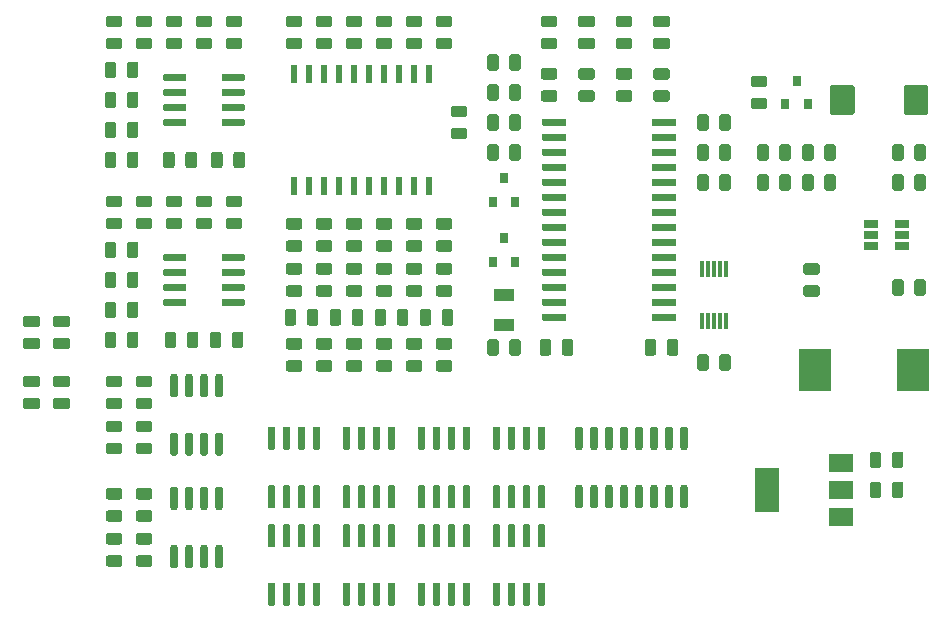
<source format=gtp>
G04 #@! TF.GenerationSoftware,KiCad,Pcbnew,5.1.5+dfsg1-2build2*
G04 #@! TF.CreationDate,2020-07-01T20:14:48+02:00*
G04 #@! TF.ProjectId,spinnaker,7370696e-6e61-46b6-9572-2e6b69636164,rev?*
G04 #@! TF.SameCoordinates,Original*
G04 #@! TF.FileFunction,Paste,Top*
G04 #@! TF.FilePolarity,Positive*
%FSLAX46Y46*%
G04 Gerber Fmt 4.6, Leading zero omitted, Abs format (unit mm)*
G04 Created by KiCad (PCBNEW 5.1.5+dfsg1-2build2) date 2020-07-01 20:14:48*
%MOMM*%
%LPD*%
G04 APERTURE LIST*
%ADD10C,0.100000*%
%ADD11R,2.000000X1.500000*%
%ADD12R,2.000000X3.800000*%
%ADD13R,0.600000X1.500000*%
%ADD14R,0.300000X1.400000*%
%ADD15R,0.800000X0.900000*%
%ADD16R,1.220000X0.650000*%
%ADD17R,1.800000X1.000000*%
%ADD18R,2.700000X3.600000*%
G04 APERTURE END LIST*
D10*
G36*
X163654703Y-72090722D02*
G01*
X163669264Y-72092882D01*
X163683543Y-72096459D01*
X163697403Y-72101418D01*
X163710710Y-72107712D01*
X163723336Y-72115280D01*
X163735159Y-72124048D01*
X163746066Y-72133934D01*
X163755952Y-72144841D01*
X163764720Y-72156664D01*
X163772288Y-72169290D01*
X163778582Y-72182597D01*
X163783541Y-72196457D01*
X163787118Y-72210736D01*
X163789278Y-72225297D01*
X163790000Y-72240000D01*
X163790000Y-72540000D01*
X163789278Y-72554703D01*
X163787118Y-72569264D01*
X163783541Y-72583543D01*
X163778582Y-72597403D01*
X163772288Y-72610710D01*
X163764720Y-72623336D01*
X163755952Y-72635159D01*
X163746066Y-72646066D01*
X163735159Y-72655952D01*
X163723336Y-72664720D01*
X163710710Y-72672288D01*
X163697403Y-72678582D01*
X163683543Y-72683541D01*
X163669264Y-72687118D01*
X163654703Y-72689278D01*
X163640000Y-72690000D01*
X161890000Y-72690000D01*
X161875297Y-72689278D01*
X161860736Y-72687118D01*
X161846457Y-72683541D01*
X161832597Y-72678582D01*
X161819290Y-72672288D01*
X161806664Y-72664720D01*
X161794841Y-72655952D01*
X161783934Y-72646066D01*
X161774048Y-72635159D01*
X161765280Y-72623336D01*
X161757712Y-72610710D01*
X161751418Y-72597403D01*
X161746459Y-72583543D01*
X161742882Y-72569264D01*
X161740722Y-72554703D01*
X161740000Y-72540000D01*
X161740000Y-72240000D01*
X161740722Y-72225297D01*
X161742882Y-72210736D01*
X161746459Y-72196457D01*
X161751418Y-72182597D01*
X161757712Y-72169290D01*
X161765280Y-72156664D01*
X161774048Y-72144841D01*
X161783934Y-72133934D01*
X161794841Y-72124048D01*
X161806664Y-72115280D01*
X161819290Y-72107712D01*
X161832597Y-72101418D01*
X161846457Y-72096459D01*
X161860736Y-72092882D01*
X161875297Y-72090722D01*
X161890000Y-72090000D01*
X163640000Y-72090000D01*
X163654703Y-72090722D01*
G37*
G36*
X163654703Y-73360722D02*
G01*
X163669264Y-73362882D01*
X163683543Y-73366459D01*
X163697403Y-73371418D01*
X163710710Y-73377712D01*
X163723336Y-73385280D01*
X163735159Y-73394048D01*
X163746066Y-73403934D01*
X163755952Y-73414841D01*
X163764720Y-73426664D01*
X163772288Y-73439290D01*
X163778582Y-73452597D01*
X163783541Y-73466457D01*
X163787118Y-73480736D01*
X163789278Y-73495297D01*
X163790000Y-73510000D01*
X163790000Y-73810000D01*
X163789278Y-73824703D01*
X163787118Y-73839264D01*
X163783541Y-73853543D01*
X163778582Y-73867403D01*
X163772288Y-73880710D01*
X163764720Y-73893336D01*
X163755952Y-73905159D01*
X163746066Y-73916066D01*
X163735159Y-73925952D01*
X163723336Y-73934720D01*
X163710710Y-73942288D01*
X163697403Y-73948582D01*
X163683543Y-73953541D01*
X163669264Y-73957118D01*
X163654703Y-73959278D01*
X163640000Y-73960000D01*
X161890000Y-73960000D01*
X161875297Y-73959278D01*
X161860736Y-73957118D01*
X161846457Y-73953541D01*
X161832597Y-73948582D01*
X161819290Y-73942288D01*
X161806664Y-73934720D01*
X161794841Y-73925952D01*
X161783934Y-73916066D01*
X161774048Y-73905159D01*
X161765280Y-73893336D01*
X161757712Y-73880710D01*
X161751418Y-73867403D01*
X161746459Y-73853543D01*
X161742882Y-73839264D01*
X161740722Y-73824703D01*
X161740000Y-73810000D01*
X161740000Y-73510000D01*
X161740722Y-73495297D01*
X161742882Y-73480736D01*
X161746459Y-73466457D01*
X161751418Y-73452597D01*
X161757712Y-73439290D01*
X161765280Y-73426664D01*
X161774048Y-73414841D01*
X161783934Y-73403934D01*
X161794841Y-73394048D01*
X161806664Y-73385280D01*
X161819290Y-73377712D01*
X161832597Y-73371418D01*
X161846457Y-73366459D01*
X161860736Y-73362882D01*
X161875297Y-73360722D01*
X161890000Y-73360000D01*
X163640000Y-73360000D01*
X163654703Y-73360722D01*
G37*
G36*
X163654703Y-74630722D02*
G01*
X163669264Y-74632882D01*
X163683543Y-74636459D01*
X163697403Y-74641418D01*
X163710710Y-74647712D01*
X163723336Y-74655280D01*
X163735159Y-74664048D01*
X163746066Y-74673934D01*
X163755952Y-74684841D01*
X163764720Y-74696664D01*
X163772288Y-74709290D01*
X163778582Y-74722597D01*
X163783541Y-74736457D01*
X163787118Y-74750736D01*
X163789278Y-74765297D01*
X163790000Y-74780000D01*
X163790000Y-75080000D01*
X163789278Y-75094703D01*
X163787118Y-75109264D01*
X163783541Y-75123543D01*
X163778582Y-75137403D01*
X163772288Y-75150710D01*
X163764720Y-75163336D01*
X163755952Y-75175159D01*
X163746066Y-75186066D01*
X163735159Y-75195952D01*
X163723336Y-75204720D01*
X163710710Y-75212288D01*
X163697403Y-75218582D01*
X163683543Y-75223541D01*
X163669264Y-75227118D01*
X163654703Y-75229278D01*
X163640000Y-75230000D01*
X161890000Y-75230000D01*
X161875297Y-75229278D01*
X161860736Y-75227118D01*
X161846457Y-75223541D01*
X161832597Y-75218582D01*
X161819290Y-75212288D01*
X161806664Y-75204720D01*
X161794841Y-75195952D01*
X161783934Y-75186066D01*
X161774048Y-75175159D01*
X161765280Y-75163336D01*
X161757712Y-75150710D01*
X161751418Y-75137403D01*
X161746459Y-75123543D01*
X161742882Y-75109264D01*
X161740722Y-75094703D01*
X161740000Y-75080000D01*
X161740000Y-74780000D01*
X161740722Y-74765297D01*
X161742882Y-74750736D01*
X161746459Y-74736457D01*
X161751418Y-74722597D01*
X161757712Y-74709290D01*
X161765280Y-74696664D01*
X161774048Y-74684841D01*
X161783934Y-74673934D01*
X161794841Y-74664048D01*
X161806664Y-74655280D01*
X161819290Y-74647712D01*
X161832597Y-74641418D01*
X161846457Y-74636459D01*
X161860736Y-74632882D01*
X161875297Y-74630722D01*
X161890000Y-74630000D01*
X163640000Y-74630000D01*
X163654703Y-74630722D01*
G37*
G36*
X163654703Y-75900722D02*
G01*
X163669264Y-75902882D01*
X163683543Y-75906459D01*
X163697403Y-75911418D01*
X163710710Y-75917712D01*
X163723336Y-75925280D01*
X163735159Y-75934048D01*
X163746066Y-75943934D01*
X163755952Y-75954841D01*
X163764720Y-75966664D01*
X163772288Y-75979290D01*
X163778582Y-75992597D01*
X163783541Y-76006457D01*
X163787118Y-76020736D01*
X163789278Y-76035297D01*
X163790000Y-76050000D01*
X163790000Y-76350000D01*
X163789278Y-76364703D01*
X163787118Y-76379264D01*
X163783541Y-76393543D01*
X163778582Y-76407403D01*
X163772288Y-76420710D01*
X163764720Y-76433336D01*
X163755952Y-76445159D01*
X163746066Y-76456066D01*
X163735159Y-76465952D01*
X163723336Y-76474720D01*
X163710710Y-76482288D01*
X163697403Y-76488582D01*
X163683543Y-76493541D01*
X163669264Y-76497118D01*
X163654703Y-76499278D01*
X163640000Y-76500000D01*
X161890000Y-76500000D01*
X161875297Y-76499278D01*
X161860736Y-76497118D01*
X161846457Y-76493541D01*
X161832597Y-76488582D01*
X161819290Y-76482288D01*
X161806664Y-76474720D01*
X161794841Y-76465952D01*
X161783934Y-76456066D01*
X161774048Y-76445159D01*
X161765280Y-76433336D01*
X161757712Y-76420710D01*
X161751418Y-76407403D01*
X161746459Y-76393543D01*
X161742882Y-76379264D01*
X161740722Y-76364703D01*
X161740000Y-76350000D01*
X161740000Y-76050000D01*
X161740722Y-76035297D01*
X161742882Y-76020736D01*
X161746459Y-76006457D01*
X161751418Y-75992597D01*
X161757712Y-75979290D01*
X161765280Y-75966664D01*
X161774048Y-75954841D01*
X161783934Y-75943934D01*
X161794841Y-75934048D01*
X161806664Y-75925280D01*
X161819290Y-75917712D01*
X161832597Y-75911418D01*
X161846457Y-75906459D01*
X161860736Y-75902882D01*
X161875297Y-75900722D01*
X161890000Y-75900000D01*
X163640000Y-75900000D01*
X163654703Y-75900722D01*
G37*
G36*
X163654703Y-77170722D02*
G01*
X163669264Y-77172882D01*
X163683543Y-77176459D01*
X163697403Y-77181418D01*
X163710710Y-77187712D01*
X163723336Y-77195280D01*
X163735159Y-77204048D01*
X163746066Y-77213934D01*
X163755952Y-77224841D01*
X163764720Y-77236664D01*
X163772288Y-77249290D01*
X163778582Y-77262597D01*
X163783541Y-77276457D01*
X163787118Y-77290736D01*
X163789278Y-77305297D01*
X163790000Y-77320000D01*
X163790000Y-77620000D01*
X163789278Y-77634703D01*
X163787118Y-77649264D01*
X163783541Y-77663543D01*
X163778582Y-77677403D01*
X163772288Y-77690710D01*
X163764720Y-77703336D01*
X163755952Y-77715159D01*
X163746066Y-77726066D01*
X163735159Y-77735952D01*
X163723336Y-77744720D01*
X163710710Y-77752288D01*
X163697403Y-77758582D01*
X163683543Y-77763541D01*
X163669264Y-77767118D01*
X163654703Y-77769278D01*
X163640000Y-77770000D01*
X161890000Y-77770000D01*
X161875297Y-77769278D01*
X161860736Y-77767118D01*
X161846457Y-77763541D01*
X161832597Y-77758582D01*
X161819290Y-77752288D01*
X161806664Y-77744720D01*
X161794841Y-77735952D01*
X161783934Y-77726066D01*
X161774048Y-77715159D01*
X161765280Y-77703336D01*
X161757712Y-77690710D01*
X161751418Y-77677403D01*
X161746459Y-77663543D01*
X161742882Y-77649264D01*
X161740722Y-77634703D01*
X161740000Y-77620000D01*
X161740000Y-77320000D01*
X161740722Y-77305297D01*
X161742882Y-77290736D01*
X161746459Y-77276457D01*
X161751418Y-77262597D01*
X161757712Y-77249290D01*
X161765280Y-77236664D01*
X161774048Y-77224841D01*
X161783934Y-77213934D01*
X161794841Y-77204048D01*
X161806664Y-77195280D01*
X161819290Y-77187712D01*
X161832597Y-77181418D01*
X161846457Y-77176459D01*
X161860736Y-77172882D01*
X161875297Y-77170722D01*
X161890000Y-77170000D01*
X163640000Y-77170000D01*
X163654703Y-77170722D01*
G37*
G36*
X163654703Y-78440722D02*
G01*
X163669264Y-78442882D01*
X163683543Y-78446459D01*
X163697403Y-78451418D01*
X163710710Y-78457712D01*
X163723336Y-78465280D01*
X163735159Y-78474048D01*
X163746066Y-78483934D01*
X163755952Y-78494841D01*
X163764720Y-78506664D01*
X163772288Y-78519290D01*
X163778582Y-78532597D01*
X163783541Y-78546457D01*
X163787118Y-78560736D01*
X163789278Y-78575297D01*
X163790000Y-78590000D01*
X163790000Y-78890000D01*
X163789278Y-78904703D01*
X163787118Y-78919264D01*
X163783541Y-78933543D01*
X163778582Y-78947403D01*
X163772288Y-78960710D01*
X163764720Y-78973336D01*
X163755952Y-78985159D01*
X163746066Y-78996066D01*
X163735159Y-79005952D01*
X163723336Y-79014720D01*
X163710710Y-79022288D01*
X163697403Y-79028582D01*
X163683543Y-79033541D01*
X163669264Y-79037118D01*
X163654703Y-79039278D01*
X163640000Y-79040000D01*
X161890000Y-79040000D01*
X161875297Y-79039278D01*
X161860736Y-79037118D01*
X161846457Y-79033541D01*
X161832597Y-79028582D01*
X161819290Y-79022288D01*
X161806664Y-79014720D01*
X161794841Y-79005952D01*
X161783934Y-78996066D01*
X161774048Y-78985159D01*
X161765280Y-78973336D01*
X161757712Y-78960710D01*
X161751418Y-78947403D01*
X161746459Y-78933543D01*
X161742882Y-78919264D01*
X161740722Y-78904703D01*
X161740000Y-78890000D01*
X161740000Y-78590000D01*
X161740722Y-78575297D01*
X161742882Y-78560736D01*
X161746459Y-78546457D01*
X161751418Y-78532597D01*
X161757712Y-78519290D01*
X161765280Y-78506664D01*
X161774048Y-78494841D01*
X161783934Y-78483934D01*
X161794841Y-78474048D01*
X161806664Y-78465280D01*
X161819290Y-78457712D01*
X161832597Y-78451418D01*
X161846457Y-78446459D01*
X161860736Y-78442882D01*
X161875297Y-78440722D01*
X161890000Y-78440000D01*
X163640000Y-78440000D01*
X163654703Y-78440722D01*
G37*
G36*
X163654703Y-79710722D02*
G01*
X163669264Y-79712882D01*
X163683543Y-79716459D01*
X163697403Y-79721418D01*
X163710710Y-79727712D01*
X163723336Y-79735280D01*
X163735159Y-79744048D01*
X163746066Y-79753934D01*
X163755952Y-79764841D01*
X163764720Y-79776664D01*
X163772288Y-79789290D01*
X163778582Y-79802597D01*
X163783541Y-79816457D01*
X163787118Y-79830736D01*
X163789278Y-79845297D01*
X163790000Y-79860000D01*
X163790000Y-80160000D01*
X163789278Y-80174703D01*
X163787118Y-80189264D01*
X163783541Y-80203543D01*
X163778582Y-80217403D01*
X163772288Y-80230710D01*
X163764720Y-80243336D01*
X163755952Y-80255159D01*
X163746066Y-80266066D01*
X163735159Y-80275952D01*
X163723336Y-80284720D01*
X163710710Y-80292288D01*
X163697403Y-80298582D01*
X163683543Y-80303541D01*
X163669264Y-80307118D01*
X163654703Y-80309278D01*
X163640000Y-80310000D01*
X161890000Y-80310000D01*
X161875297Y-80309278D01*
X161860736Y-80307118D01*
X161846457Y-80303541D01*
X161832597Y-80298582D01*
X161819290Y-80292288D01*
X161806664Y-80284720D01*
X161794841Y-80275952D01*
X161783934Y-80266066D01*
X161774048Y-80255159D01*
X161765280Y-80243336D01*
X161757712Y-80230710D01*
X161751418Y-80217403D01*
X161746459Y-80203543D01*
X161742882Y-80189264D01*
X161740722Y-80174703D01*
X161740000Y-80160000D01*
X161740000Y-79860000D01*
X161740722Y-79845297D01*
X161742882Y-79830736D01*
X161746459Y-79816457D01*
X161751418Y-79802597D01*
X161757712Y-79789290D01*
X161765280Y-79776664D01*
X161774048Y-79764841D01*
X161783934Y-79753934D01*
X161794841Y-79744048D01*
X161806664Y-79735280D01*
X161819290Y-79727712D01*
X161832597Y-79721418D01*
X161846457Y-79716459D01*
X161860736Y-79712882D01*
X161875297Y-79710722D01*
X161890000Y-79710000D01*
X163640000Y-79710000D01*
X163654703Y-79710722D01*
G37*
G36*
X163654703Y-80980722D02*
G01*
X163669264Y-80982882D01*
X163683543Y-80986459D01*
X163697403Y-80991418D01*
X163710710Y-80997712D01*
X163723336Y-81005280D01*
X163735159Y-81014048D01*
X163746066Y-81023934D01*
X163755952Y-81034841D01*
X163764720Y-81046664D01*
X163772288Y-81059290D01*
X163778582Y-81072597D01*
X163783541Y-81086457D01*
X163787118Y-81100736D01*
X163789278Y-81115297D01*
X163790000Y-81130000D01*
X163790000Y-81430000D01*
X163789278Y-81444703D01*
X163787118Y-81459264D01*
X163783541Y-81473543D01*
X163778582Y-81487403D01*
X163772288Y-81500710D01*
X163764720Y-81513336D01*
X163755952Y-81525159D01*
X163746066Y-81536066D01*
X163735159Y-81545952D01*
X163723336Y-81554720D01*
X163710710Y-81562288D01*
X163697403Y-81568582D01*
X163683543Y-81573541D01*
X163669264Y-81577118D01*
X163654703Y-81579278D01*
X163640000Y-81580000D01*
X161890000Y-81580000D01*
X161875297Y-81579278D01*
X161860736Y-81577118D01*
X161846457Y-81573541D01*
X161832597Y-81568582D01*
X161819290Y-81562288D01*
X161806664Y-81554720D01*
X161794841Y-81545952D01*
X161783934Y-81536066D01*
X161774048Y-81525159D01*
X161765280Y-81513336D01*
X161757712Y-81500710D01*
X161751418Y-81487403D01*
X161746459Y-81473543D01*
X161742882Y-81459264D01*
X161740722Y-81444703D01*
X161740000Y-81430000D01*
X161740000Y-81130000D01*
X161740722Y-81115297D01*
X161742882Y-81100736D01*
X161746459Y-81086457D01*
X161751418Y-81072597D01*
X161757712Y-81059290D01*
X161765280Y-81046664D01*
X161774048Y-81034841D01*
X161783934Y-81023934D01*
X161794841Y-81014048D01*
X161806664Y-81005280D01*
X161819290Y-80997712D01*
X161832597Y-80991418D01*
X161846457Y-80986459D01*
X161860736Y-80982882D01*
X161875297Y-80980722D01*
X161890000Y-80980000D01*
X163640000Y-80980000D01*
X163654703Y-80980722D01*
G37*
G36*
X163654703Y-82250722D02*
G01*
X163669264Y-82252882D01*
X163683543Y-82256459D01*
X163697403Y-82261418D01*
X163710710Y-82267712D01*
X163723336Y-82275280D01*
X163735159Y-82284048D01*
X163746066Y-82293934D01*
X163755952Y-82304841D01*
X163764720Y-82316664D01*
X163772288Y-82329290D01*
X163778582Y-82342597D01*
X163783541Y-82356457D01*
X163787118Y-82370736D01*
X163789278Y-82385297D01*
X163790000Y-82400000D01*
X163790000Y-82700000D01*
X163789278Y-82714703D01*
X163787118Y-82729264D01*
X163783541Y-82743543D01*
X163778582Y-82757403D01*
X163772288Y-82770710D01*
X163764720Y-82783336D01*
X163755952Y-82795159D01*
X163746066Y-82806066D01*
X163735159Y-82815952D01*
X163723336Y-82824720D01*
X163710710Y-82832288D01*
X163697403Y-82838582D01*
X163683543Y-82843541D01*
X163669264Y-82847118D01*
X163654703Y-82849278D01*
X163640000Y-82850000D01*
X161890000Y-82850000D01*
X161875297Y-82849278D01*
X161860736Y-82847118D01*
X161846457Y-82843541D01*
X161832597Y-82838582D01*
X161819290Y-82832288D01*
X161806664Y-82824720D01*
X161794841Y-82815952D01*
X161783934Y-82806066D01*
X161774048Y-82795159D01*
X161765280Y-82783336D01*
X161757712Y-82770710D01*
X161751418Y-82757403D01*
X161746459Y-82743543D01*
X161742882Y-82729264D01*
X161740722Y-82714703D01*
X161740000Y-82700000D01*
X161740000Y-82400000D01*
X161740722Y-82385297D01*
X161742882Y-82370736D01*
X161746459Y-82356457D01*
X161751418Y-82342597D01*
X161757712Y-82329290D01*
X161765280Y-82316664D01*
X161774048Y-82304841D01*
X161783934Y-82293934D01*
X161794841Y-82284048D01*
X161806664Y-82275280D01*
X161819290Y-82267712D01*
X161832597Y-82261418D01*
X161846457Y-82256459D01*
X161860736Y-82252882D01*
X161875297Y-82250722D01*
X161890000Y-82250000D01*
X163640000Y-82250000D01*
X163654703Y-82250722D01*
G37*
G36*
X163654703Y-83520722D02*
G01*
X163669264Y-83522882D01*
X163683543Y-83526459D01*
X163697403Y-83531418D01*
X163710710Y-83537712D01*
X163723336Y-83545280D01*
X163735159Y-83554048D01*
X163746066Y-83563934D01*
X163755952Y-83574841D01*
X163764720Y-83586664D01*
X163772288Y-83599290D01*
X163778582Y-83612597D01*
X163783541Y-83626457D01*
X163787118Y-83640736D01*
X163789278Y-83655297D01*
X163790000Y-83670000D01*
X163790000Y-83970000D01*
X163789278Y-83984703D01*
X163787118Y-83999264D01*
X163783541Y-84013543D01*
X163778582Y-84027403D01*
X163772288Y-84040710D01*
X163764720Y-84053336D01*
X163755952Y-84065159D01*
X163746066Y-84076066D01*
X163735159Y-84085952D01*
X163723336Y-84094720D01*
X163710710Y-84102288D01*
X163697403Y-84108582D01*
X163683543Y-84113541D01*
X163669264Y-84117118D01*
X163654703Y-84119278D01*
X163640000Y-84120000D01*
X161890000Y-84120000D01*
X161875297Y-84119278D01*
X161860736Y-84117118D01*
X161846457Y-84113541D01*
X161832597Y-84108582D01*
X161819290Y-84102288D01*
X161806664Y-84094720D01*
X161794841Y-84085952D01*
X161783934Y-84076066D01*
X161774048Y-84065159D01*
X161765280Y-84053336D01*
X161757712Y-84040710D01*
X161751418Y-84027403D01*
X161746459Y-84013543D01*
X161742882Y-83999264D01*
X161740722Y-83984703D01*
X161740000Y-83970000D01*
X161740000Y-83670000D01*
X161740722Y-83655297D01*
X161742882Y-83640736D01*
X161746459Y-83626457D01*
X161751418Y-83612597D01*
X161757712Y-83599290D01*
X161765280Y-83586664D01*
X161774048Y-83574841D01*
X161783934Y-83563934D01*
X161794841Y-83554048D01*
X161806664Y-83545280D01*
X161819290Y-83537712D01*
X161832597Y-83531418D01*
X161846457Y-83526459D01*
X161860736Y-83522882D01*
X161875297Y-83520722D01*
X161890000Y-83520000D01*
X163640000Y-83520000D01*
X163654703Y-83520722D01*
G37*
G36*
X163654703Y-84790722D02*
G01*
X163669264Y-84792882D01*
X163683543Y-84796459D01*
X163697403Y-84801418D01*
X163710710Y-84807712D01*
X163723336Y-84815280D01*
X163735159Y-84824048D01*
X163746066Y-84833934D01*
X163755952Y-84844841D01*
X163764720Y-84856664D01*
X163772288Y-84869290D01*
X163778582Y-84882597D01*
X163783541Y-84896457D01*
X163787118Y-84910736D01*
X163789278Y-84925297D01*
X163790000Y-84940000D01*
X163790000Y-85240000D01*
X163789278Y-85254703D01*
X163787118Y-85269264D01*
X163783541Y-85283543D01*
X163778582Y-85297403D01*
X163772288Y-85310710D01*
X163764720Y-85323336D01*
X163755952Y-85335159D01*
X163746066Y-85346066D01*
X163735159Y-85355952D01*
X163723336Y-85364720D01*
X163710710Y-85372288D01*
X163697403Y-85378582D01*
X163683543Y-85383541D01*
X163669264Y-85387118D01*
X163654703Y-85389278D01*
X163640000Y-85390000D01*
X161890000Y-85390000D01*
X161875297Y-85389278D01*
X161860736Y-85387118D01*
X161846457Y-85383541D01*
X161832597Y-85378582D01*
X161819290Y-85372288D01*
X161806664Y-85364720D01*
X161794841Y-85355952D01*
X161783934Y-85346066D01*
X161774048Y-85335159D01*
X161765280Y-85323336D01*
X161757712Y-85310710D01*
X161751418Y-85297403D01*
X161746459Y-85283543D01*
X161742882Y-85269264D01*
X161740722Y-85254703D01*
X161740000Y-85240000D01*
X161740000Y-84940000D01*
X161740722Y-84925297D01*
X161742882Y-84910736D01*
X161746459Y-84896457D01*
X161751418Y-84882597D01*
X161757712Y-84869290D01*
X161765280Y-84856664D01*
X161774048Y-84844841D01*
X161783934Y-84833934D01*
X161794841Y-84824048D01*
X161806664Y-84815280D01*
X161819290Y-84807712D01*
X161832597Y-84801418D01*
X161846457Y-84796459D01*
X161860736Y-84792882D01*
X161875297Y-84790722D01*
X161890000Y-84790000D01*
X163640000Y-84790000D01*
X163654703Y-84790722D01*
G37*
G36*
X163654703Y-86060722D02*
G01*
X163669264Y-86062882D01*
X163683543Y-86066459D01*
X163697403Y-86071418D01*
X163710710Y-86077712D01*
X163723336Y-86085280D01*
X163735159Y-86094048D01*
X163746066Y-86103934D01*
X163755952Y-86114841D01*
X163764720Y-86126664D01*
X163772288Y-86139290D01*
X163778582Y-86152597D01*
X163783541Y-86166457D01*
X163787118Y-86180736D01*
X163789278Y-86195297D01*
X163790000Y-86210000D01*
X163790000Y-86510000D01*
X163789278Y-86524703D01*
X163787118Y-86539264D01*
X163783541Y-86553543D01*
X163778582Y-86567403D01*
X163772288Y-86580710D01*
X163764720Y-86593336D01*
X163755952Y-86605159D01*
X163746066Y-86616066D01*
X163735159Y-86625952D01*
X163723336Y-86634720D01*
X163710710Y-86642288D01*
X163697403Y-86648582D01*
X163683543Y-86653541D01*
X163669264Y-86657118D01*
X163654703Y-86659278D01*
X163640000Y-86660000D01*
X161890000Y-86660000D01*
X161875297Y-86659278D01*
X161860736Y-86657118D01*
X161846457Y-86653541D01*
X161832597Y-86648582D01*
X161819290Y-86642288D01*
X161806664Y-86634720D01*
X161794841Y-86625952D01*
X161783934Y-86616066D01*
X161774048Y-86605159D01*
X161765280Y-86593336D01*
X161757712Y-86580710D01*
X161751418Y-86567403D01*
X161746459Y-86553543D01*
X161742882Y-86539264D01*
X161740722Y-86524703D01*
X161740000Y-86510000D01*
X161740000Y-86210000D01*
X161740722Y-86195297D01*
X161742882Y-86180736D01*
X161746459Y-86166457D01*
X161751418Y-86152597D01*
X161757712Y-86139290D01*
X161765280Y-86126664D01*
X161774048Y-86114841D01*
X161783934Y-86103934D01*
X161794841Y-86094048D01*
X161806664Y-86085280D01*
X161819290Y-86077712D01*
X161832597Y-86071418D01*
X161846457Y-86066459D01*
X161860736Y-86062882D01*
X161875297Y-86060722D01*
X161890000Y-86060000D01*
X163640000Y-86060000D01*
X163654703Y-86060722D01*
G37*
G36*
X163654703Y-87330722D02*
G01*
X163669264Y-87332882D01*
X163683543Y-87336459D01*
X163697403Y-87341418D01*
X163710710Y-87347712D01*
X163723336Y-87355280D01*
X163735159Y-87364048D01*
X163746066Y-87373934D01*
X163755952Y-87384841D01*
X163764720Y-87396664D01*
X163772288Y-87409290D01*
X163778582Y-87422597D01*
X163783541Y-87436457D01*
X163787118Y-87450736D01*
X163789278Y-87465297D01*
X163790000Y-87480000D01*
X163790000Y-87780000D01*
X163789278Y-87794703D01*
X163787118Y-87809264D01*
X163783541Y-87823543D01*
X163778582Y-87837403D01*
X163772288Y-87850710D01*
X163764720Y-87863336D01*
X163755952Y-87875159D01*
X163746066Y-87886066D01*
X163735159Y-87895952D01*
X163723336Y-87904720D01*
X163710710Y-87912288D01*
X163697403Y-87918582D01*
X163683543Y-87923541D01*
X163669264Y-87927118D01*
X163654703Y-87929278D01*
X163640000Y-87930000D01*
X161890000Y-87930000D01*
X161875297Y-87929278D01*
X161860736Y-87927118D01*
X161846457Y-87923541D01*
X161832597Y-87918582D01*
X161819290Y-87912288D01*
X161806664Y-87904720D01*
X161794841Y-87895952D01*
X161783934Y-87886066D01*
X161774048Y-87875159D01*
X161765280Y-87863336D01*
X161757712Y-87850710D01*
X161751418Y-87837403D01*
X161746459Y-87823543D01*
X161742882Y-87809264D01*
X161740722Y-87794703D01*
X161740000Y-87780000D01*
X161740000Y-87480000D01*
X161740722Y-87465297D01*
X161742882Y-87450736D01*
X161746459Y-87436457D01*
X161751418Y-87422597D01*
X161757712Y-87409290D01*
X161765280Y-87396664D01*
X161774048Y-87384841D01*
X161783934Y-87373934D01*
X161794841Y-87364048D01*
X161806664Y-87355280D01*
X161819290Y-87347712D01*
X161832597Y-87341418D01*
X161846457Y-87336459D01*
X161860736Y-87332882D01*
X161875297Y-87330722D01*
X161890000Y-87330000D01*
X163640000Y-87330000D01*
X163654703Y-87330722D01*
G37*
G36*
X163654703Y-88600722D02*
G01*
X163669264Y-88602882D01*
X163683543Y-88606459D01*
X163697403Y-88611418D01*
X163710710Y-88617712D01*
X163723336Y-88625280D01*
X163735159Y-88634048D01*
X163746066Y-88643934D01*
X163755952Y-88654841D01*
X163764720Y-88666664D01*
X163772288Y-88679290D01*
X163778582Y-88692597D01*
X163783541Y-88706457D01*
X163787118Y-88720736D01*
X163789278Y-88735297D01*
X163790000Y-88750000D01*
X163790000Y-89050000D01*
X163789278Y-89064703D01*
X163787118Y-89079264D01*
X163783541Y-89093543D01*
X163778582Y-89107403D01*
X163772288Y-89120710D01*
X163764720Y-89133336D01*
X163755952Y-89145159D01*
X163746066Y-89156066D01*
X163735159Y-89165952D01*
X163723336Y-89174720D01*
X163710710Y-89182288D01*
X163697403Y-89188582D01*
X163683543Y-89193541D01*
X163669264Y-89197118D01*
X163654703Y-89199278D01*
X163640000Y-89200000D01*
X161890000Y-89200000D01*
X161875297Y-89199278D01*
X161860736Y-89197118D01*
X161846457Y-89193541D01*
X161832597Y-89188582D01*
X161819290Y-89182288D01*
X161806664Y-89174720D01*
X161794841Y-89165952D01*
X161783934Y-89156066D01*
X161774048Y-89145159D01*
X161765280Y-89133336D01*
X161757712Y-89120710D01*
X161751418Y-89107403D01*
X161746459Y-89093543D01*
X161742882Y-89079264D01*
X161740722Y-89064703D01*
X161740000Y-89050000D01*
X161740000Y-88750000D01*
X161740722Y-88735297D01*
X161742882Y-88720736D01*
X161746459Y-88706457D01*
X161751418Y-88692597D01*
X161757712Y-88679290D01*
X161765280Y-88666664D01*
X161774048Y-88654841D01*
X161783934Y-88643934D01*
X161794841Y-88634048D01*
X161806664Y-88625280D01*
X161819290Y-88617712D01*
X161832597Y-88611418D01*
X161846457Y-88606459D01*
X161860736Y-88602882D01*
X161875297Y-88600722D01*
X161890000Y-88600000D01*
X163640000Y-88600000D01*
X163654703Y-88600722D01*
G37*
G36*
X154354703Y-88600722D02*
G01*
X154369264Y-88602882D01*
X154383543Y-88606459D01*
X154397403Y-88611418D01*
X154410710Y-88617712D01*
X154423336Y-88625280D01*
X154435159Y-88634048D01*
X154446066Y-88643934D01*
X154455952Y-88654841D01*
X154464720Y-88666664D01*
X154472288Y-88679290D01*
X154478582Y-88692597D01*
X154483541Y-88706457D01*
X154487118Y-88720736D01*
X154489278Y-88735297D01*
X154490000Y-88750000D01*
X154490000Y-89050000D01*
X154489278Y-89064703D01*
X154487118Y-89079264D01*
X154483541Y-89093543D01*
X154478582Y-89107403D01*
X154472288Y-89120710D01*
X154464720Y-89133336D01*
X154455952Y-89145159D01*
X154446066Y-89156066D01*
X154435159Y-89165952D01*
X154423336Y-89174720D01*
X154410710Y-89182288D01*
X154397403Y-89188582D01*
X154383543Y-89193541D01*
X154369264Y-89197118D01*
X154354703Y-89199278D01*
X154340000Y-89200000D01*
X152590000Y-89200000D01*
X152575297Y-89199278D01*
X152560736Y-89197118D01*
X152546457Y-89193541D01*
X152532597Y-89188582D01*
X152519290Y-89182288D01*
X152506664Y-89174720D01*
X152494841Y-89165952D01*
X152483934Y-89156066D01*
X152474048Y-89145159D01*
X152465280Y-89133336D01*
X152457712Y-89120710D01*
X152451418Y-89107403D01*
X152446459Y-89093543D01*
X152442882Y-89079264D01*
X152440722Y-89064703D01*
X152440000Y-89050000D01*
X152440000Y-88750000D01*
X152440722Y-88735297D01*
X152442882Y-88720736D01*
X152446459Y-88706457D01*
X152451418Y-88692597D01*
X152457712Y-88679290D01*
X152465280Y-88666664D01*
X152474048Y-88654841D01*
X152483934Y-88643934D01*
X152494841Y-88634048D01*
X152506664Y-88625280D01*
X152519290Y-88617712D01*
X152532597Y-88611418D01*
X152546457Y-88606459D01*
X152560736Y-88602882D01*
X152575297Y-88600722D01*
X152590000Y-88600000D01*
X154340000Y-88600000D01*
X154354703Y-88600722D01*
G37*
G36*
X154354703Y-87330722D02*
G01*
X154369264Y-87332882D01*
X154383543Y-87336459D01*
X154397403Y-87341418D01*
X154410710Y-87347712D01*
X154423336Y-87355280D01*
X154435159Y-87364048D01*
X154446066Y-87373934D01*
X154455952Y-87384841D01*
X154464720Y-87396664D01*
X154472288Y-87409290D01*
X154478582Y-87422597D01*
X154483541Y-87436457D01*
X154487118Y-87450736D01*
X154489278Y-87465297D01*
X154490000Y-87480000D01*
X154490000Y-87780000D01*
X154489278Y-87794703D01*
X154487118Y-87809264D01*
X154483541Y-87823543D01*
X154478582Y-87837403D01*
X154472288Y-87850710D01*
X154464720Y-87863336D01*
X154455952Y-87875159D01*
X154446066Y-87886066D01*
X154435159Y-87895952D01*
X154423336Y-87904720D01*
X154410710Y-87912288D01*
X154397403Y-87918582D01*
X154383543Y-87923541D01*
X154369264Y-87927118D01*
X154354703Y-87929278D01*
X154340000Y-87930000D01*
X152590000Y-87930000D01*
X152575297Y-87929278D01*
X152560736Y-87927118D01*
X152546457Y-87923541D01*
X152532597Y-87918582D01*
X152519290Y-87912288D01*
X152506664Y-87904720D01*
X152494841Y-87895952D01*
X152483934Y-87886066D01*
X152474048Y-87875159D01*
X152465280Y-87863336D01*
X152457712Y-87850710D01*
X152451418Y-87837403D01*
X152446459Y-87823543D01*
X152442882Y-87809264D01*
X152440722Y-87794703D01*
X152440000Y-87780000D01*
X152440000Y-87480000D01*
X152440722Y-87465297D01*
X152442882Y-87450736D01*
X152446459Y-87436457D01*
X152451418Y-87422597D01*
X152457712Y-87409290D01*
X152465280Y-87396664D01*
X152474048Y-87384841D01*
X152483934Y-87373934D01*
X152494841Y-87364048D01*
X152506664Y-87355280D01*
X152519290Y-87347712D01*
X152532597Y-87341418D01*
X152546457Y-87336459D01*
X152560736Y-87332882D01*
X152575297Y-87330722D01*
X152590000Y-87330000D01*
X154340000Y-87330000D01*
X154354703Y-87330722D01*
G37*
G36*
X154354703Y-86060722D02*
G01*
X154369264Y-86062882D01*
X154383543Y-86066459D01*
X154397403Y-86071418D01*
X154410710Y-86077712D01*
X154423336Y-86085280D01*
X154435159Y-86094048D01*
X154446066Y-86103934D01*
X154455952Y-86114841D01*
X154464720Y-86126664D01*
X154472288Y-86139290D01*
X154478582Y-86152597D01*
X154483541Y-86166457D01*
X154487118Y-86180736D01*
X154489278Y-86195297D01*
X154490000Y-86210000D01*
X154490000Y-86510000D01*
X154489278Y-86524703D01*
X154487118Y-86539264D01*
X154483541Y-86553543D01*
X154478582Y-86567403D01*
X154472288Y-86580710D01*
X154464720Y-86593336D01*
X154455952Y-86605159D01*
X154446066Y-86616066D01*
X154435159Y-86625952D01*
X154423336Y-86634720D01*
X154410710Y-86642288D01*
X154397403Y-86648582D01*
X154383543Y-86653541D01*
X154369264Y-86657118D01*
X154354703Y-86659278D01*
X154340000Y-86660000D01*
X152590000Y-86660000D01*
X152575297Y-86659278D01*
X152560736Y-86657118D01*
X152546457Y-86653541D01*
X152532597Y-86648582D01*
X152519290Y-86642288D01*
X152506664Y-86634720D01*
X152494841Y-86625952D01*
X152483934Y-86616066D01*
X152474048Y-86605159D01*
X152465280Y-86593336D01*
X152457712Y-86580710D01*
X152451418Y-86567403D01*
X152446459Y-86553543D01*
X152442882Y-86539264D01*
X152440722Y-86524703D01*
X152440000Y-86510000D01*
X152440000Y-86210000D01*
X152440722Y-86195297D01*
X152442882Y-86180736D01*
X152446459Y-86166457D01*
X152451418Y-86152597D01*
X152457712Y-86139290D01*
X152465280Y-86126664D01*
X152474048Y-86114841D01*
X152483934Y-86103934D01*
X152494841Y-86094048D01*
X152506664Y-86085280D01*
X152519290Y-86077712D01*
X152532597Y-86071418D01*
X152546457Y-86066459D01*
X152560736Y-86062882D01*
X152575297Y-86060722D01*
X152590000Y-86060000D01*
X154340000Y-86060000D01*
X154354703Y-86060722D01*
G37*
G36*
X154354703Y-84790722D02*
G01*
X154369264Y-84792882D01*
X154383543Y-84796459D01*
X154397403Y-84801418D01*
X154410710Y-84807712D01*
X154423336Y-84815280D01*
X154435159Y-84824048D01*
X154446066Y-84833934D01*
X154455952Y-84844841D01*
X154464720Y-84856664D01*
X154472288Y-84869290D01*
X154478582Y-84882597D01*
X154483541Y-84896457D01*
X154487118Y-84910736D01*
X154489278Y-84925297D01*
X154490000Y-84940000D01*
X154490000Y-85240000D01*
X154489278Y-85254703D01*
X154487118Y-85269264D01*
X154483541Y-85283543D01*
X154478582Y-85297403D01*
X154472288Y-85310710D01*
X154464720Y-85323336D01*
X154455952Y-85335159D01*
X154446066Y-85346066D01*
X154435159Y-85355952D01*
X154423336Y-85364720D01*
X154410710Y-85372288D01*
X154397403Y-85378582D01*
X154383543Y-85383541D01*
X154369264Y-85387118D01*
X154354703Y-85389278D01*
X154340000Y-85390000D01*
X152590000Y-85390000D01*
X152575297Y-85389278D01*
X152560736Y-85387118D01*
X152546457Y-85383541D01*
X152532597Y-85378582D01*
X152519290Y-85372288D01*
X152506664Y-85364720D01*
X152494841Y-85355952D01*
X152483934Y-85346066D01*
X152474048Y-85335159D01*
X152465280Y-85323336D01*
X152457712Y-85310710D01*
X152451418Y-85297403D01*
X152446459Y-85283543D01*
X152442882Y-85269264D01*
X152440722Y-85254703D01*
X152440000Y-85240000D01*
X152440000Y-84940000D01*
X152440722Y-84925297D01*
X152442882Y-84910736D01*
X152446459Y-84896457D01*
X152451418Y-84882597D01*
X152457712Y-84869290D01*
X152465280Y-84856664D01*
X152474048Y-84844841D01*
X152483934Y-84833934D01*
X152494841Y-84824048D01*
X152506664Y-84815280D01*
X152519290Y-84807712D01*
X152532597Y-84801418D01*
X152546457Y-84796459D01*
X152560736Y-84792882D01*
X152575297Y-84790722D01*
X152590000Y-84790000D01*
X154340000Y-84790000D01*
X154354703Y-84790722D01*
G37*
G36*
X154354703Y-83520722D02*
G01*
X154369264Y-83522882D01*
X154383543Y-83526459D01*
X154397403Y-83531418D01*
X154410710Y-83537712D01*
X154423336Y-83545280D01*
X154435159Y-83554048D01*
X154446066Y-83563934D01*
X154455952Y-83574841D01*
X154464720Y-83586664D01*
X154472288Y-83599290D01*
X154478582Y-83612597D01*
X154483541Y-83626457D01*
X154487118Y-83640736D01*
X154489278Y-83655297D01*
X154490000Y-83670000D01*
X154490000Y-83970000D01*
X154489278Y-83984703D01*
X154487118Y-83999264D01*
X154483541Y-84013543D01*
X154478582Y-84027403D01*
X154472288Y-84040710D01*
X154464720Y-84053336D01*
X154455952Y-84065159D01*
X154446066Y-84076066D01*
X154435159Y-84085952D01*
X154423336Y-84094720D01*
X154410710Y-84102288D01*
X154397403Y-84108582D01*
X154383543Y-84113541D01*
X154369264Y-84117118D01*
X154354703Y-84119278D01*
X154340000Y-84120000D01*
X152590000Y-84120000D01*
X152575297Y-84119278D01*
X152560736Y-84117118D01*
X152546457Y-84113541D01*
X152532597Y-84108582D01*
X152519290Y-84102288D01*
X152506664Y-84094720D01*
X152494841Y-84085952D01*
X152483934Y-84076066D01*
X152474048Y-84065159D01*
X152465280Y-84053336D01*
X152457712Y-84040710D01*
X152451418Y-84027403D01*
X152446459Y-84013543D01*
X152442882Y-83999264D01*
X152440722Y-83984703D01*
X152440000Y-83970000D01*
X152440000Y-83670000D01*
X152440722Y-83655297D01*
X152442882Y-83640736D01*
X152446459Y-83626457D01*
X152451418Y-83612597D01*
X152457712Y-83599290D01*
X152465280Y-83586664D01*
X152474048Y-83574841D01*
X152483934Y-83563934D01*
X152494841Y-83554048D01*
X152506664Y-83545280D01*
X152519290Y-83537712D01*
X152532597Y-83531418D01*
X152546457Y-83526459D01*
X152560736Y-83522882D01*
X152575297Y-83520722D01*
X152590000Y-83520000D01*
X154340000Y-83520000D01*
X154354703Y-83520722D01*
G37*
G36*
X154354703Y-82250722D02*
G01*
X154369264Y-82252882D01*
X154383543Y-82256459D01*
X154397403Y-82261418D01*
X154410710Y-82267712D01*
X154423336Y-82275280D01*
X154435159Y-82284048D01*
X154446066Y-82293934D01*
X154455952Y-82304841D01*
X154464720Y-82316664D01*
X154472288Y-82329290D01*
X154478582Y-82342597D01*
X154483541Y-82356457D01*
X154487118Y-82370736D01*
X154489278Y-82385297D01*
X154490000Y-82400000D01*
X154490000Y-82700000D01*
X154489278Y-82714703D01*
X154487118Y-82729264D01*
X154483541Y-82743543D01*
X154478582Y-82757403D01*
X154472288Y-82770710D01*
X154464720Y-82783336D01*
X154455952Y-82795159D01*
X154446066Y-82806066D01*
X154435159Y-82815952D01*
X154423336Y-82824720D01*
X154410710Y-82832288D01*
X154397403Y-82838582D01*
X154383543Y-82843541D01*
X154369264Y-82847118D01*
X154354703Y-82849278D01*
X154340000Y-82850000D01*
X152590000Y-82850000D01*
X152575297Y-82849278D01*
X152560736Y-82847118D01*
X152546457Y-82843541D01*
X152532597Y-82838582D01*
X152519290Y-82832288D01*
X152506664Y-82824720D01*
X152494841Y-82815952D01*
X152483934Y-82806066D01*
X152474048Y-82795159D01*
X152465280Y-82783336D01*
X152457712Y-82770710D01*
X152451418Y-82757403D01*
X152446459Y-82743543D01*
X152442882Y-82729264D01*
X152440722Y-82714703D01*
X152440000Y-82700000D01*
X152440000Y-82400000D01*
X152440722Y-82385297D01*
X152442882Y-82370736D01*
X152446459Y-82356457D01*
X152451418Y-82342597D01*
X152457712Y-82329290D01*
X152465280Y-82316664D01*
X152474048Y-82304841D01*
X152483934Y-82293934D01*
X152494841Y-82284048D01*
X152506664Y-82275280D01*
X152519290Y-82267712D01*
X152532597Y-82261418D01*
X152546457Y-82256459D01*
X152560736Y-82252882D01*
X152575297Y-82250722D01*
X152590000Y-82250000D01*
X154340000Y-82250000D01*
X154354703Y-82250722D01*
G37*
G36*
X154354703Y-80980722D02*
G01*
X154369264Y-80982882D01*
X154383543Y-80986459D01*
X154397403Y-80991418D01*
X154410710Y-80997712D01*
X154423336Y-81005280D01*
X154435159Y-81014048D01*
X154446066Y-81023934D01*
X154455952Y-81034841D01*
X154464720Y-81046664D01*
X154472288Y-81059290D01*
X154478582Y-81072597D01*
X154483541Y-81086457D01*
X154487118Y-81100736D01*
X154489278Y-81115297D01*
X154490000Y-81130000D01*
X154490000Y-81430000D01*
X154489278Y-81444703D01*
X154487118Y-81459264D01*
X154483541Y-81473543D01*
X154478582Y-81487403D01*
X154472288Y-81500710D01*
X154464720Y-81513336D01*
X154455952Y-81525159D01*
X154446066Y-81536066D01*
X154435159Y-81545952D01*
X154423336Y-81554720D01*
X154410710Y-81562288D01*
X154397403Y-81568582D01*
X154383543Y-81573541D01*
X154369264Y-81577118D01*
X154354703Y-81579278D01*
X154340000Y-81580000D01*
X152590000Y-81580000D01*
X152575297Y-81579278D01*
X152560736Y-81577118D01*
X152546457Y-81573541D01*
X152532597Y-81568582D01*
X152519290Y-81562288D01*
X152506664Y-81554720D01*
X152494841Y-81545952D01*
X152483934Y-81536066D01*
X152474048Y-81525159D01*
X152465280Y-81513336D01*
X152457712Y-81500710D01*
X152451418Y-81487403D01*
X152446459Y-81473543D01*
X152442882Y-81459264D01*
X152440722Y-81444703D01*
X152440000Y-81430000D01*
X152440000Y-81130000D01*
X152440722Y-81115297D01*
X152442882Y-81100736D01*
X152446459Y-81086457D01*
X152451418Y-81072597D01*
X152457712Y-81059290D01*
X152465280Y-81046664D01*
X152474048Y-81034841D01*
X152483934Y-81023934D01*
X152494841Y-81014048D01*
X152506664Y-81005280D01*
X152519290Y-80997712D01*
X152532597Y-80991418D01*
X152546457Y-80986459D01*
X152560736Y-80982882D01*
X152575297Y-80980722D01*
X152590000Y-80980000D01*
X154340000Y-80980000D01*
X154354703Y-80980722D01*
G37*
G36*
X154354703Y-79710722D02*
G01*
X154369264Y-79712882D01*
X154383543Y-79716459D01*
X154397403Y-79721418D01*
X154410710Y-79727712D01*
X154423336Y-79735280D01*
X154435159Y-79744048D01*
X154446066Y-79753934D01*
X154455952Y-79764841D01*
X154464720Y-79776664D01*
X154472288Y-79789290D01*
X154478582Y-79802597D01*
X154483541Y-79816457D01*
X154487118Y-79830736D01*
X154489278Y-79845297D01*
X154490000Y-79860000D01*
X154490000Y-80160000D01*
X154489278Y-80174703D01*
X154487118Y-80189264D01*
X154483541Y-80203543D01*
X154478582Y-80217403D01*
X154472288Y-80230710D01*
X154464720Y-80243336D01*
X154455952Y-80255159D01*
X154446066Y-80266066D01*
X154435159Y-80275952D01*
X154423336Y-80284720D01*
X154410710Y-80292288D01*
X154397403Y-80298582D01*
X154383543Y-80303541D01*
X154369264Y-80307118D01*
X154354703Y-80309278D01*
X154340000Y-80310000D01*
X152590000Y-80310000D01*
X152575297Y-80309278D01*
X152560736Y-80307118D01*
X152546457Y-80303541D01*
X152532597Y-80298582D01*
X152519290Y-80292288D01*
X152506664Y-80284720D01*
X152494841Y-80275952D01*
X152483934Y-80266066D01*
X152474048Y-80255159D01*
X152465280Y-80243336D01*
X152457712Y-80230710D01*
X152451418Y-80217403D01*
X152446459Y-80203543D01*
X152442882Y-80189264D01*
X152440722Y-80174703D01*
X152440000Y-80160000D01*
X152440000Y-79860000D01*
X152440722Y-79845297D01*
X152442882Y-79830736D01*
X152446459Y-79816457D01*
X152451418Y-79802597D01*
X152457712Y-79789290D01*
X152465280Y-79776664D01*
X152474048Y-79764841D01*
X152483934Y-79753934D01*
X152494841Y-79744048D01*
X152506664Y-79735280D01*
X152519290Y-79727712D01*
X152532597Y-79721418D01*
X152546457Y-79716459D01*
X152560736Y-79712882D01*
X152575297Y-79710722D01*
X152590000Y-79710000D01*
X154340000Y-79710000D01*
X154354703Y-79710722D01*
G37*
G36*
X154354703Y-78440722D02*
G01*
X154369264Y-78442882D01*
X154383543Y-78446459D01*
X154397403Y-78451418D01*
X154410710Y-78457712D01*
X154423336Y-78465280D01*
X154435159Y-78474048D01*
X154446066Y-78483934D01*
X154455952Y-78494841D01*
X154464720Y-78506664D01*
X154472288Y-78519290D01*
X154478582Y-78532597D01*
X154483541Y-78546457D01*
X154487118Y-78560736D01*
X154489278Y-78575297D01*
X154490000Y-78590000D01*
X154490000Y-78890000D01*
X154489278Y-78904703D01*
X154487118Y-78919264D01*
X154483541Y-78933543D01*
X154478582Y-78947403D01*
X154472288Y-78960710D01*
X154464720Y-78973336D01*
X154455952Y-78985159D01*
X154446066Y-78996066D01*
X154435159Y-79005952D01*
X154423336Y-79014720D01*
X154410710Y-79022288D01*
X154397403Y-79028582D01*
X154383543Y-79033541D01*
X154369264Y-79037118D01*
X154354703Y-79039278D01*
X154340000Y-79040000D01*
X152590000Y-79040000D01*
X152575297Y-79039278D01*
X152560736Y-79037118D01*
X152546457Y-79033541D01*
X152532597Y-79028582D01*
X152519290Y-79022288D01*
X152506664Y-79014720D01*
X152494841Y-79005952D01*
X152483934Y-78996066D01*
X152474048Y-78985159D01*
X152465280Y-78973336D01*
X152457712Y-78960710D01*
X152451418Y-78947403D01*
X152446459Y-78933543D01*
X152442882Y-78919264D01*
X152440722Y-78904703D01*
X152440000Y-78890000D01*
X152440000Y-78590000D01*
X152440722Y-78575297D01*
X152442882Y-78560736D01*
X152446459Y-78546457D01*
X152451418Y-78532597D01*
X152457712Y-78519290D01*
X152465280Y-78506664D01*
X152474048Y-78494841D01*
X152483934Y-78483934D01*
X152494841Y-78474048D01*
X152506664Y-78465280D01*
X152519290Y-78457712D01*
X152532597Y-78451418D01*
X152546457Y-78446459D01*
X152560736Y-78442882D01*
X152575297Y-78440722D01*
X152590000Y-78440000D01*
X154340000Y-78440000D01*
X154354703Y-78440722D01*
G37*
G36*
X154354703Y-77170722D02*
G01*
X154369264Y-77172882D01*
X154383543Y-77176459D01*
X154397403Y-77181418D01*
X154410710Y-77187712D01*
X154423336Y-77195280D01*
X154435159Y-77204048D01*
X154446066Y-77213934D01*
X154455952Y-77224841D01*
X154464720Y-77236664D01*
X154472288Y-77249290D01*
X154478582Y-77262597D01*
X154483541Y-77276457D01*
X154487118Y-77290736D01*
X154489278Y-77305297D01*
X154490000Y-77320000D01*
X154490000Y-77620000D01*
X154489278Y-77634703D01*
X154487118Y-77649264D01*
X154483541Y-77663543D01*
X154478582Y-77677403D01*
X154472288Y-77690710D01*
X154464720Y-77703336D01*
X154455952Y-77715159D01*
X154446066Y-77726066D01*
X154435159Y-77735952D01*
X154423336Y-77744720D01*
X154410710Y-77752288D01*
X154397403Y-77758582D01*
X154383543Y-77763541D01*
X154369264Y-77767118D01*
X154354703Y-77769278D01*
X154340000Y-77770000D01*
X152590000Y-77770000D01*
X152575297Y-77769278D01*
X152560736Y-77767118D01*
X152546457Y-77763541D01*
X152532597Y-77758582D01*
X152519290Y-77752288D01*
X152506664Y-77744720D01*
X152494841Y-77735952D01*
X152483934Y-77726066D01*
X152474048Y-77715159D01*
X152465280Y-77703336D01*
X152457712Y-77690710D01*
X152451418Y-77677403D01*
X152446459Y-77663543D01*
X152442882Y-77649264D01*
X152440722Y-77634703D01*
X152440000Y-77620000D01*
X152440000Y-77320000D01*
X152440722Y-77305297D01*
X152442882Y-77290736D01*
X152446459Y-77276457D01*
X152451418Y-77262597D01*
X152457712Y-77249290D01*
X152465280Y-77236664D01*
X152474048Y-77224841D01*
X152483934Y-77213934D01*
X152494841Y-77204048D01*
X152506664Y-77195280D01*
X152519290Y-77187712D01*
X152532597Y-77181418D01*
X152546457Y-77176459D01*
X152560736Y-77172882D01*
X152575297Y-77170722D01*
X152590000Y-77170000D01*
X154340000Y-77170000D01*
X154354703Y-77170722D01*
G37*
G36*
X154354703Y-75900722D02*
G01*
X154369264Y-75902882D01*
X154383543Y-75906459D01*
X154397403Y-75911418D01*
X154410710Y-75917712D01*
X154423336Y-75925280D01*
X154435159Y-75934048D01*
X154446066Y-75943934D01*
X154455952Y-75954841D01*
X154464720Y-75966664D01*
X154472288Y-75979290D01*
X154478582Y-75992597D01*
X154483541Y-76006457D01*
X154487118Y-76020736D01*
X154489278Y-76035297D01*
X154490000Y-76050000D01*
X154490000Y-76350000D01*
X154489278Y-76364703D01*
X154487118Y-76379264D01*
X154483541Y-76393543D01*
X154478582Y-76407403D01*
X154472288Y-76420710D01*
X154464720Y-76433336D01*
X154455952Y-76445159D01*
X154446066Y-76456066D01*
X154435159Y-76465952D01*
X154423336Y-76474720D01*
X154410710Y-76482288D01*
X154397403Y-76488582D01*
X154383543Y-76493541D01*
X154369264Y-76497118D01*
X154354703Y-76499278D01*
X154340000Y-76500000D01*
X152590000Y-76500000D01*
X152575297Y-76499278D01*
X152560736Y-76497118D01*
X152546457Y-76493541D01*
X152532597Y-76488582D01*
X152519290Y-76482288D01*
X152506664Y-76474720D01*
X152494841Y-76465952D01*
X152483934Y-76456066D01*
X152474048Y-76445159D01*
X152465280Y-76433336D01*
X152457712Y-76420710D01*
X152451418Y-76407403D01*
X152446459Y-76393543D01*
X152442882Y-76379264D01*
X152440722Y-76364703D01*
X152440000Y-76350000D01*
X152440000Y-76050000D01*
X152440722Y-76035297D01*
X152442882Y-76020736D01*
X152446459Y-76006457D01*
X152451418Y-75992597D01*
X152457712Y-75979290D01*
X152465280Y-75966664D01*
X152474048Y-75954841D01*
X152483934Y-75943934D01*
X152494841Y-75934048D01*
X152506664Y-75925280D01*
X152519290Y-75917712D01*
X152532597Y-75911418D01*
X152546457Y-75906459D01*
X152560736Y-75902882D01*
X152575297Y-75900722D01*
X152590000Y-75900000D01*
X154340000Y-75900000D01*
X154354703Y-75900722D01*
G37*
G36*
X154354703Y-74630722D02*
G01*
X154369264Y-74632882D01*
X154383543Y-74636459D01*
X154397403Y-74641418D01*
X154410710Y-74647712D01*
X154423336Y-74655280D01*
X154435159Y-74664048D01*
X154446066Y-74673934D01*
X154455952Y-74684841D01*
X154464720Y-74696664D01*
X154472288Y-74709290D01*
X154478582Y-74722597D01*
X154483541Y-74736457D01*
X154487118Y-74750736D01*
X154489278Y-74765297D01*
X154490000Y-74780000D01*
X154490000Y-75080000D01*
X154489278Y-75094703D01*
X154487118Y-75109264D01*
X154483541Y-75123543D01*
X154478582Y-75137403D01*
X154472288Y-75150710D01*
X154464720Y-75163336D01*
X154455952Y-75175159D01*
X154446066Y-75186066D01*
X154435159Y-75195952D01*
X154423336Y-75204720D01*
X154410710Y-75212288D01*
X154397403Y-75218582D01*
X154383543Y-75223541D01*
X154369264Y-75227118D01*
X154354703Y-75229278D01*
X154340000Y-75230000D01*
X152590000Y-75230000D01*
X152575297Y-75229278D01*
X152560736Y-75227118D01*
X152546457Y-75223541D01*
X152532597Y-75218582D01*
X152519290Y-75212288D01*
X152506664Y-75204720D01*
X152494841Y-75195952D01*
X152483934Y-75186066D01*
X152474048Y-75175159D01*
X152465280Y-75163336D01*
X152457712Y-75150710D01*
X152451418Y-75137403D01*
X152446459Y-75123543D01*
X152442882Y-75109264D01*
X152440722Y-75094703D01*
X152440000Y-75080000D01*
X152440000Y-74780000D01*
X152440722Y-74765297D01*
X152442882Y-74750736D01*
X152446459Y-74736457D01*
X152451418Y-74722597D01*
X152457712Y-74709290D01*
X152465280Y-74696664D01*
X152474048Y-74684841D01*
X152483934Y-74673934D01*
X152494841Y-74664048D01*
X152506664Y-74655280D01*
X152519290Y-74647712D01*
X152532597Y-74641418D01*
X152546457Y-74636459D01*
X152560736Y-74632882D01*
X152575297Y-74630722D01*
X152590000Y-74630000D01*
X154340000Y-74630000D01*
X154354703Y-74630722D01*
G37*
G36*
X154354703Y-73360722D02*
G01*
X154369264Y-73362882D01*
X154383543Y-73366459D01*
X154397403Y-73371418D01*
X154410710Y-73377712D01*
X154423336Y-73385280D01*
X154435159Y-73394048D01*
X154446066Y-73403934D01*
X154455952Y-73414841D01*
X154464720Y-73426664D01*
X154472288Y-73439290D01*
X154478582Y-73452597D01*
X154483541Y-73466457D01*
X154487118Y-73480736D01*
X154489278Y-73495297D01*
X154490000Y-73510000D01*
X154490000Y-73810000D01*
X154489278Y-73824703D01*
X154487118Y-73839264D01*
X154483541Y-73853543D01*
X154478582Y-73867403D01*
X154472288Y-73880710D01*
X154464720Y-73893336D01*
X154455952Y-73905159D01*
X154446066Y-73916066D01*
X154435159Y-73925952D01*
X154423336Y-73934720D01*
X154410710Y-73942288D01*
X154397403Y-73948582D01*
X154383543Y-73953541D01*
X154369264Y-73957118D01*
X154354703Y-73959278D01*
X154340000Y-73960000D01*
X152590000Y-73960000D01*
X152575297Y-73959278D01*
X152560736Y-73957118D01*
X152546457Y-73953541D01*
X152532597Y-73948582D01*
X152519290Y-73942288D01*
X152506664Y-73934720D01*
X152494841Y-73925952D01*
X152483934Y-73916066D01*
X152474048Y-73905159D01*
X152465280Y-73893336D01*
X152457712Y-73880710D01*
X152451418Y-73867403D01*
X152446459Y-73853543D01*
X152442882Y-73839264D01*
X152440722Y-73824703D01*
X152440000Y-73810000D01*
X152440000Y-73510000D01*
X152440722Y-73495297D01*
X152442882Y-73480736D01*
X152446459Y-73466457D01*
X152451418Y-73452597D01*
X152457712Y-73439290D01*
X152465280Y-73426664D01*
X152474048Y-73414841D01*
X152483934Y-73403934D01*
X152494841Y-73394048D01*
X152506664Y-73385280D01*
X152519290Y-73377712D01*
X152532597Y-73371418D01*
X152546457Y-73366459D01*
X152560736Y-73362882D01*
X152575297Y-73360722D01*
X152590000Y-73360000D01*
X154340000Y-73360000D01*
X154354703Y-73360722D01*
G37*
G36*
X154354703Y-72090722D02*
G01*
X154369264Y-72092882D01*
X154383543Y-72096459D01*
X154397403Y-72101418D01*
X154410710Y-72107712D01*
X154423336Y-72115280D01*
X154435159Y-72124048D01*
X154446066Y-72133934D01*
X154455952Y-72144841D01*
X154464720Y-72156664D01*
X154472288Y-72169290D01*
X154478582Y-72182597D01*
X154483541Y-72196457D01*
X154487118Y-72210736D01*
X154489278Y-72225297D01*
X154490000Y-72240000D01*
X154490000Y-72540000D01*
X154489278Y-72554703D01*
X154487118Y-72569264D01*
X154483541Y-72583543D01*
X154478582Y-72597403D01*
X154472288Y-72610710D01*
X154464720Y-72623336D01*
X154455952Y-72635159D01*
X154446066Y-72646066D01*
X154435159Y-72655952D01*
X154423336Y-72664720D01*
X154410710Y-72672288D01*
X154397403Y-72678582D01*
X154383543Y-72683541D01*
X154369264Y-72687118D01*
X154354703Y-72689278D01*
X154340000Y-72690000D01*
X152590000Y-72690000D01*
X152575297Y-72689278D01*
X152560736Y-72687118D01*
X152546457Y-72683541D01*
X152532597Y-72678582D01*
X152519290Y-72672288D01*
X152506664Y-72664720D01*
X152494841Y-72655952D01*
X152483934Y-72646066D01*
X152474048Y-72635159D01*
X152465280Y-72623336D01*
X152457712Y-72610710D01*
X152451418Y-72597403D01*
X152446459Y-72583543D01*
X152442882Y-72569264D01*
X152440722Y-72554703D01*
X152440000Y-72540000D01*
X152440000Y-72240000D01*
X152440722Y-72225297D01*
X152442882Y-72210736D01*
X152446459Y-72196457D01*
X152451418Y-72182597D01*
X152457712Y-72169290D01*
X152465280Y-72156664D01*
X152474048Y-72144841D01*
X152483934Y-72133934D01*
X152494841Y-72124048D01*
X152506664Y-72115280D01*
X152519290Y-72107712D01*
X152532597Y-72101418D01*
X152546457Y-72096459D01*
X152560736Y-72092882D01*
X152575297Y-72090722D01*
X152590000Y-72090000D01*
X154340000Y-72090000D01*
X154354703Y-72090722D01*
G37*
G36*
X129704703Y-111355722D02*
G01*
X129719264Y-111357882D01*
X129733543Y-111361459D01*
X129747403Y-111366418D01*
X129760710Y-111372712D01*
X129773336Y-111380280D01*
X129785159Y-111389048D01*
X129796066Y-111398934D01*
X129805952Y-111409841D01*
X129814720Y-111421664D01*
X129822288Y-111434290D01*
X129828582Y-111447597D01*
X129833541Y-111461457D01*
X129837118Y-111475736D01*
X129839278Y-111490297D01*
X129840000Y-111505000D01*
X129840000Y-113155000D01*
X129839278Y-113169703D01*
X129837118Y-113184264D01*
X129833541Y-113198543D01*
X129828582Y-113212403D01*
X129822288Y-113225710D01*
X129814720Y-113238336D01*
X129805952Y-113250159D01*
X129796066Y-113261066D01*
X129785159Y-113270952D01*
X129773336Y-113279720D01*
X129760710Y-113287288D01*
X129747403Y-113293582D01*
X129733543Y-113298541D01*
X129719264Y-113302118D01*
X129704703Y-113304278D01*
X129690000Y-113305000D01*
X129390000Y-113305000D01*
X129375297Y-113304278D01*
X129360736Y-113302118D01*
X129346457Y-113298541D01*
X129332597Y-113293582D01*
X129319290Y-113287288D01*
X129306664Y-113279720D01*
X129294841Y-113270952D01*
X129283934Y-113261066D01*
X129274048Y-113250159D01*
X129265280Y-113238336D01*
X129257712Y-113225710D01*
X129251418Y-113212403D01*
X129246459Y-113198543D01*
X129242882Y-113184264D01*
X129240722Y-113169703D01*
X129240000Y-113155000D01*
X129240000Y-111505000D01*
X129240722Y-111490297D01*
X129242882Y-111475736D01*
X129246459Y-111461457D01*
X129251418Y-111447597D01*
X129257712Y-111434290D01*
X129265280Y-111421664D01*
X129274048Y-111409841D01*
X129283934Y-111398934D01*
X129294841Y-111389048D01*
X129306664Y-111380280D01*
X129319290Y-111372712D01*
X129332597Y-111366418D01*
X129346457Y-111361459D01*
X129360736Y-111357882D01*
X129375297Y-111355722D01*
X129390000Y-111355000D01*
X129690000Y-111355000D01*
X129704703Y-111355722D01*
G37*
G36*
X130974703Y-111355722D02*
G01*
X130989264Y-111357882D01*
X131003543Y-111361459D01*
X131017403Y-111366418D01*
X131030710Y-111372712D01*
X131043336Y-111380280D01*
X131055159Y-111389048D01*
X131066066Y-111398934D01*
X131075952Y-111409841D01*
X131084720Y-111421664D01*
X131092288Y-111434290D01*
X131098582Y-111447597D01*
X131103541Y-111461457D01*
X131107118Y-111475736D01*
X131109278Y-111490297D01*
X131110000Y-111505000D01*
X131110000Y-113155000D01*
X131109278Y-113169703D01*
X131107118Y-113184264D01*
X131103541Y-113198543D01*
X131098582Y-113212403D01*
X131092288Y-113225710D01*
X131084720Y-113238336D01*
X131075952Y-113250159D01*
X131066066Y-113261066D01*
X131055159Y-113270952D01*
X131043336Y-113279720D01*
X131030710Y-113287288D01*
X131017403Y-113293582D01*
X131003543Y-113298541D01*
X130989264Y-113302118D01*
X130974703Y-113304278D01*
X130960000Y-113305000D01*
X130660000Y-113305000D01*
X130645297Y-113304278D01*
X130630736Y-113302118D01*
X130616457Y-113298541D01*
X130602597Y-113293582D01*
X130589290Y-113287288D01*
X130576664Y-113279720D01*
X130564841Y-113270952D01*
X130553934Y-113261066D01*
X130544048Y-113250159D01*
X130535280Y-113238336D01*
X130527712Y-113225710D01*
X130521418Y-113212403D01*
X130516459Y-113198543D01*
X130512882Y-113184264D01*
X130510722Y-113169703D01*
X130510000Y-113155000D01*
X130510000Y-111505000D01*
X130510722Y-111490297D01*
X130512882Y-111475736D01*
X130516459Y-111461457D01*
X130521418Y-111447597D01*
X130527712Y-111434290D01*
X130535280Y-111421664D01*
X130544048Y-111409841D01*
X130553934Y-111398934D01*
X130564841Y-111389048D01*
X130576664Y-111380280D01*
X130589290Y-111372712D01*
X130602597Y-111366418D01*
X130616457Y-111361459D01*
X130630736Y-111357882D01*
X130645297Y-111355722D01*
X130660000Y-111355000D01*
X130960000Y-111355000D01*
X130974703Y-111355722D01*
G37*
G36*
X132244703Y-111355722D02*
G01*
X132259264Y-111357882D01*
X132273543Y-111361459D01*
X132287403Y-111366418D01*
X132300710Y-111372712D01*
X132313336Y-111380280D01*
X132325159Y-111389048D01*
X132336066Y-111398934D01*
X132345952Y-111409841D01*
X132354720Y-111421664D01*
X132362288Y-111434290D01*
X132368582Y-111447597D01*
X132373541Y-111461457D01*
X132377118Y-111475736D01*
X132379278Y-111490297D01*
X132380000Y-111505000D01*
X132380000Y-113155000D01*
X132379278Y-113169703D01*
X132377118Y-113184264D01*
X132373541Y-113198543D01*
X132368582Y-113212403D01*
X132362288Y-113225710D01*
X132354720Y-113238336D01*
X132345952Y-113250159D01*
X132336066Y-113261066D01*
X132325159Y-113270952D01*
X132313336Y-113279720D01*
X132300710Y-113287288D01*
X132287403Y-113293582D01*
X132273543Y-113298541D01*
X132259264Y-113302118D01*
X132244703Y-113304278D01*
X132230000Y-113305000D01*
X131930000Y-113305000D01*
X131915297Y-113304278D01*
X131900736Y-113302118D01*
X131886457Y-113298541D01*
X131872597Y-113293582D01*
X131859290Y-113287288D01*
X131846664Y-113279720D01*
X131834841Y-113270952D01*
X131823934Y-113261066D01*
X131814048Y-113250159D01*
X131805280Y-113238336D01*
X131797712Y-113225710D01*
X131791418Y-113212403D01*
X131786459Y-113198543D01*
X131782882Y-113184264D01*
X131780722Y-113169703D01*
X131780000Y-113155000D01*
X131780000Y-111505000D01*
X131780722Y-111490297D01*
X131782882Y-111475736D01*
X131786459Y-111461457D01*
X131791418Y-111447597D01*
X131797712Y-111434290D01*
X131805280Y-111421664D01*
X131814048Y-111409841D01*
X131823934Y-111398934D01*
X131834841Y-111389048D01*
X131846664Y-111380280D01*
X131859290Y-111372712D01*
X131872597Y-111366418D01*
X131886457Y-111361459D01*
X131900736Y-111357882D01*
X131915297Y-111355722D01*
X131930000Y-111355000D01*
X132230000Y-111355000D01*
X132244703Y-111355722D01*
G37*
G36*
X133514703Y-111355722D02*
G01*
X133529264Y-111357882D01*
X133543543Y-111361459D01*
X133557403Y-111366418D01*
X133570710Y-111372712D01*
X133583336Y-111380280D01*
X133595159Y-111389048D01*
X133606066Y-111398934D01*
X133615952Y-111409841D01*
X133624720Y-111421664D01*
X133632288Y-111434290D01*
X133638582Y-111447597D01*
X133643541Y-111461457D01*
X133647118Y-111475736D01*
X133649278Y-111490297D01*
X133650000Y-111505000D01*
X133650000Y-113155000D01*
X133649278Y-113169703D01*
X133647118Y-113184264D01*
X133643541Y-113198543D01*
X133638582Y-113212403D01*
X133632288Y-113225710D01*
X133624720Y-113238336D01*
X133615952Y-113250159D01*
X133606066Y-113261066D01*
X133595159Y-113270952D01*
X133583336Y-113279720D01*
X133570710Y-113287288D01*
X133557403Y-113293582D01*
X133543543Y-113298541D01*
X133529264Y-113302118D01*
X133514703Y-113304278D01*
X133500000Y-113305000D01*
X133200000Y-113305000D01*
X133185297Y-113304278D01*
X133170736Y-113302118D01*
X133156457Y-113298541D01*
X133142597Y-113293582D01*
X133129290Y-113287288D01*
X133116664Y-113279720D01*
X133104841Y-113270952D01*
X133093934Y-113261066D01*
X133084048Y-113250159D01*
X133075280Y-113238336D01*
X133067712Y-113225710D01*
X133061418Y-113212403D01*
X133056459Y-113198543D01*
X133052882Y-113184264D01*
X133050722Y-113169703D01*
X133050000Y-113155000D01*
X133050000Y-111505000D01*
X133050722Y-111490297D01*
X133052882Y-111475736D01*
X133056459Y-111461457D01*
X133061418Y-111447597D01*
X133067712Y-111434290D01*
X133075280Y-111421664D01*
X133084048Y-111409841D01*
X133093934Y-111398934D01*
X133104841Y-111389048D01*
X133116664Y-111380280D01*
X133129290Y-111372712D01*
X133142597Y-111366418D01*
X133156457Y-111361459D01*
X133170736Y-111357882D01*
X133185297Y-111355722D01*
X133200000Y-111355000D01*
X133500000Y-111355000D01*
X133514703Y-111355722D01*
G37*
G36*
X133514703Y-106405722D02*
G01*
X133529264Y-106407882D01*
X133543543Y-106411459D01*
X133557403Y-106416418D01*
X133570710Y-106422712D01*
X133583336Y-106430280D01*
X133595159Y-106439048D01*
X133606066Y-106448934D01*
X133615952Y-106459841D01*
X133624720Y-106471664D01*
X133632288Y-106484290D01*
X133638582Y-106497597D01*
X133643541Y-106511457D01*
X133647118Y-106525736D01*
X133649278Y-106540297D01*
X133650000Y-106555000D01*
X133650000Y-108205000D01*
X133649278Y-108219703D01*
X133647118Y-108234264D01*
X133643541Y-108248543D01*
X133638582Y-108262403D01*
X133632288Y-108275710D01*
X133624720Y-108288336D01*
X133615952Y-108300159D01*
X133606066Y-108311066D01*
X133595159Y-108320952D01*
X133583336Y-108329720D01*
X133570710Y-108337288D01*
X133557403Y-108343582D01*
X133543543Y-108348541D01*
X133529264Y-108352118D01*
X133514703Y-108354278D01*
X133500000Y-108355000D01*
X133200000Y-108355000D01*
X133185297Y-108354278D01*
X133170736Y-108352118D01*
X133156457Y-108348541D01*
X133142597Y-108343582D01*
X133129290Y-108337288D01*
X133116664Y-108329720D01*
X133104841Y-108320952D01*
X133093934Y-108311066D01*
X133084048Y-108300159D01*
X133075280Y-108288336D01*
X133067712Y-108275710D01*
X133061418Y-108262403D01*
X133056459Y-108248543D01*
X133052882Y-108234264D01*
X133050722Y-108219703D01*
X133050000Y-108205000D01*
X133050000Y-106555000D01*
X133050722Y-106540297D01*
X133052882Y-106525736D01*
X133056459Y-106511457D01*
X133061418Y-106497597D01*
X133067712Y-106484290D01*
X133075280Y-106471664D01*
X133084048Y-106459841D01*
X133093934Y-106448934D01*
X133104841Y-106439048D01*
X133116664Y-106430280D01*
X133129290Y-106422712D01*
X133142597Y-106416418D01*
X133156457Y-106411459D01*
X133170736Y-106407882D01*
X133185297Y-106405722D01*
X133200000Y-106405000D01*
X133500000Y-106405000D01*
X133514703Y-106405722D01*
G37*
G36*
X132244703Y-106405722D02*
G01*
X132259264Y-106407882D01*
X132273543Y-106411459D01*
X132287403Y-106416418D01*
X132300710Y-106422712D01*
X132313336Y-106430280D01*
X132325159Y-106439048D01*
X132336066Y-106448934D01*
X132345952Y-106459841D01*
X132354720Y-106471664D01*
X132362288Y-106484290D01*
X132368582Y-106497597D01*
X132373541Y-106511457D01*
X132377118Y-106525736D01*
X132379278Y-106540297D01*
X132380000Y-106555000D01*
X132380000Y-108205000D01*
X132379278Y-108219703D01*
X132377118Y-108234264D01*
X132373541Y-108248543D01*
X132368582Y-108262403D01*
X132362288Y-108275710D01*
X132354720Y-108288336D01*
X132345952Y-108300159D01*
X132336066Y-108311066D01*
X132325159Y-108320952D01*
X132313336Y-108329720D01*
X132300710Y-108337288D01*
X132287403Y-108343582D01*
X132273543Y-108348541D01*
X132259264Y-108352118D01*
X132244703Y-108354278D01*
X132230000Y-108355000D01*
X131930000Y-108355000D01*
X131915297Y-108354278D01*
X131900736Y-108352118D01*
X131886457Y-108348541D01*
X131872597Y-108343582D01*
X131859290Y-108337288D01*
X131846664Y-108329720D01*
X131834841Y-108320952D01*
X131823934Y-108311066D01*
X131814048Y-108300159D01*
X131805280Y-108288336D01*
X131797712Y-108275710D01*
X131791418Y-108262403D01*
X131786459Y-108248543D01*
X131782882Y-108234264D01*
X131780722Y-108219703D01*
X131780000Y-108205000D01*
X131780000Y-106555000D01*
X131780722Y-106540297D01*
X131782882Y-106525736D01*
X131786459Y-106511457D01*
X131791418Y-106497597D01*
X131797712Y-106484290D01*
X131805280Y-106471664D01*
X131814048Y-106459841D01*
X131823934Y-106448934D01*
X131834841Y-106439048D01*
X131846664Y-106430280D01*
X131859290Y-106422712D01*
X131872597Y-106416418D01*
X131886457Y-106411459D01*
X131900736Y-106407882D01*
X131915297Y-106405722D01*
X131930000Y-106405000D01*
X132230000Y-106405000D01*
X132244703Y-106405722D01*
G37*
G36*
X130974703Y-106405722D02*
G01*
X130989264Y-106407882D01*
X131003543Y-106411459D01*
X131017403Y-106416418D01*
X131030710Y-106422712D01*
X131043336Y-106430280D01*
X131055159Y-106439048D01*
X131066066Y-106448934D01*
X131075952Y-106459841D01*
X131084720Y-106471664D01*
X131092288Y-106484290D01*
X131098582Y-106497597D01*
X131103541Y-106511457D01*
X131107118Y-106525736D01*
X131109278Y-106540297D01*
X131110000Y-106555000D01*
X131110000Y-108205000D01*
X131109278Y-108219703D01*
X131107118Y-108234264D01*
X131103541Y-108248543D01*
X131098582Y-108262403D01*
X131092288Y-108275710D01*
X131084720Y-108288336D01*
X131075952Y-108300159D01*
X131066066Y-108311066D01*
X131055159Y-108320952D01*
X131043336Y-108329720D01*
X131030710Y-108337288D01*
X131017403Y-108343582D01*
X131003543Y-108348541D01*
X130989264Y-108352118D01*
X130974703Y-108354278D01*
X130960000Y-108355000D01*
X130660000Y-108355000D01*
X130645297Y-108354278D01*
X130630736Y-108352118D01*
X130616457Y-108348541D01*
X130602597Y-108343582D01*
X130589290Y-108337288D01*
X130576664Y-108329720D01*
X130564841Y-108320952D01*
X130553934Y-108311066D01*
X130544048Y-108300159D01*
X130535280Y-108288336D01*
X130527712Y-108275710D01*
X130521418Y-108262403D01*
X130516459Y-108248543D01*
X130512882Y-108234264D01*
X130510722Y-108219703D01*
X130510000Y-108205000D01*
X130510000Y-106555000D01*
X130510722Y-106540297D01*
X130512882Y-106525736D01*
X130516459Y-106511457D01*
X130521418Y-106497597D01*
X130527712Y-106484290D01*
X130535280Y-106471664D01*
X130544048Y-106459841D01*
X130553934Y-106448934D01*
X130564841Y-106439048D01*
X130576664Y-106430280D01*
X130589290Y-106422712D01*
X130602597Y-106416418D01*
X130616457Y-106411459D01*
X130630736Y-106407882D01*
X130645297Y-106405722D01*
X130660000Y-106405000D01*
X130960000Y-106405000D01*
X130974703Y-106405722D01*
G37*
G36*
X129704703Y-106405722D02*
G01*
X129719264Y-106407882D01*
X129733543Y-106411459D01*
X129747403Y-106416418D01*
X129760710Y-106422712D01*
X129773336Y-106430280D01*
X129785159Y-106439048D01*
X129796066Y-106448934D01*
X129805952Y-106459841D01*
X129814720Y-106471664D01*
X129822288Y-106484290D01*
X129828582Y-106497597D01*
X129833541Y-106511457D01*
X129837118Y-106525736D01*
X129839278Y-106540297D01*
X129840000Y-106555000D01*
X129840000Y-108205000D01*
X129839278Y-108219703D01*
X129837118Y-108234264D01*
X129833541Y-108248543D01*
X129828582Y-108262403D01*
X129822288Y-108275710D01*
X129814720Y-108288336D01*
X129805952Y-108300159D01*
X129796066Y-108311066D01*
X129785159Y-108320952D01*
X129773336Y-108329720D01*
X129760710Y-108337288D01*
X129747403Y-108343582D01*
X129733543Y-108348541D01*
X129719264Y-108352118D01*
X129704703Y-108354278D01*
X129690000Y-108355000D01*
X129390000Y-108355000D01*
X129375297Y-108354278D01*
X129360736Y-108352118D01*
X129346457Y-108348541D01*
X129332597Y-108343582D01*
X129319290Y-108337288D01*
X129306664Y-108329720D01*
X129294841Y-108320952D01*
X129283934Y-108311066D01*
X129274048Y-108300159D01*
X129265280Y-108288336D01*
X129257712Y-108275710D01*
X129251418Y-108262403D01*
X129246459Y-108248543D01*
X129242882Y-108234264D01*
X129240722Y-108219703D01*
X129240000Y-108205000D01*
X129240000Y-106555000D01*
X129240722Y-106540297D01*
X129242882Y-106525736D01*
X129246459Y-106511457D01*
X129251418Y-106497597D01*
X129257712Y-106484290D01*
X129265280Y-106471664D01*
X129274048Y-106459841D01*
X129283934Y-106448934D01*
X129294841Y-106439048D01*
X129306664Y-106430280D01*
X129319290Y-106422712D01*
X129332597Y-106416418D01*
X129346457Y-106411459D01*
X129360736Y-106407882D01*
X129375297Y-106405722D01*
X129390000Y-106405000D01*
X129690000Y-106405000D01*
X129704703Y-106405722D01*
G37*
G36*
X125259703Y-98655722D02*
G01*
X125274264Y-98657882D01*
X125288543Y-98661459D01*
X125302403Y-98666418D01*
X125315710Y-98672712D01*
X125328336Y-98680280D01*
X125340159Y-98689048D01*
X125351066Y-98698934D01*
X125360952Y-98709841D01*
X125369720Y-98721664D01*
X125377288Y-98734290D01*
X125383582Y-98747597D01*
X125388541Y-98761457D01*
X125392118Y-98775736D01*
X125394278Y-98790297D01*
X125395000Y-98805000D01*
X125395000Y-100455000D01*
X125394278Y-100469703D01*
X125392118Y-100484264D01*
X125388541Y-100498543D01*
X125383582Y-100512403D01*
X125377288Y-100525710D01*
X125369720Y-100538336D01*
X125360952Y-100550159D01*
X125351066Y-100561066D01*
X125340159Y-100570952D01*
X125328336Y-100579720D01*
X125315710Y-100587288D01*
X125302403Y-100593582D01*
X125288543Y-100598541D01*
X125274264Y-100602118D01*
X125259703Y-100604278D01*
X125245000Y-100605000D01*
X124945000Y-100605000D01*
X124930297Y-100604278D01*
X124915736Y-100602118D01*
X124901457Y-100598541D01*
X124887597Y-100593582D01*
X124874290Y-100587288D01*
X124861664Y-100579720D01*
X124849841Y-100570952D01*
X124838934Y-100561066D01*
X124829048Y-100550159D01*
X124820280Y-100538336D01*
X124812712Y-100525710D01*
X124806418Y-100512403D01*
X124801459Y-100498543D01*
X124797882Y-100484264D01*
X124795722Y-100469703D01*
X124795000Y-100455000D01*
X124795000Y-98805000D01*
X124795722Y-98790297D01*
X124797882Y-98775736D01*
X124801459Y-98761457D01*
X124806418Y-98747597D01*
X124812712Y-98734290D01*
X124820280Y-98721664D01*
X124829048Y-98709841D01*
X124838934Y-98698934D01*
X124849841Y-98689048D01*
X124861664Y-98680280D01*
X124874290Y-98672712D01*
X124887597Y-98666418D01*
X124901457Y-98661459D01*
X124915736Y-98657882D01*
X124930297Y-98655722D01*
X124945000Y-98655000D01*
X125245000Y-98655000D01*
X125259703Y-98655722D01*
G37*
G36*
X123989703Y-98655722D02*
G01*
X124004264Y-98657882D01*
X124018543Y-98661459D01*
X124032403Y-98666418D01*
X124045710Y-98672712D01*
X124058336Y-98680280D01*
X124070159Y-98689048D01*
X124081066Y-98698934D01*
X124090952Y-98709841D01*
X124099720Y-98721664D01*
X124107288Y-98734290D01*
X124113582Y-98747597D01*
X124118541Y-98761457D01*
X124122118Y-98775736D01*
X124124278Y-98790297D01*
X124125000Y-98805000D01*
X124125000Y-100455000D01*
X124124278Y-100469703D01*
X124122118Y-100484264D01*
X124118541Y-100498543D01*
X124113582Y-100512403D01*
X124107288Y-100525710D01*
X124099720Y-100538336D01*
X124090952Y-100550159D01*
X124081066Y-100561066D01*
X124070159Y-100570952D01*
X124058336Y-100579720D01*
X124045710Y-100587288D01*
X124032403Y-100593582D01*
X124018543Y-100598541D01*
X124004264Y-100602118D01*
X123989703Y-100604278D01*
X123975000Y-100605000D01*
X123675000Y-100605000D01*
X123660297Y-100604278D01*
X123645736Y-100602118D01*
X123631457Y-100598541D01*
X123617597Y-100593582D01*
X123604290Y-100587288D01*
X123591664Y-100579720D01*
X123579841Y-100570952D01*
X123568934Y-100561066D01*
X123559048Y-100550159D01*
X123550280Y-100538336D01*
X123542712Y-100525710D01*
X123536418Y-100512403D01*
X123531459Y-100498543D01*
X123527882Y-100484264D01*
X123525722Y-100469703D01*
X123525000Y-100455000D01*
X123525000Y-98805000D01*
X123525722Y-98790297D01*
X123527882Y-98775736D01*
X123531459Y-98761457D01*
X123536418Y-98747597D01*
X123542712Y-98734290D01*
X123550280Y-98721664D01*
X123559048Y-98709841D01*
X123568934Y-98698934D01*
X123579841Y-98689048D01*
X123591664Y-98680280D01*
X123604290Y-98672712D01*
X123617597Y-98666418D01*
X123631457Y-98661459D01*
X123645736Y-98657882D01*
X123660297Y-98655722D01*
X123675000Y-98655000D01*
X123975000Y-98655000D01*
X123989703Y-98655722D01*
G37*
G36*
X122719703Y-98655722D02*
G01*
X122734264Y-98657882D01*
X122748543Y-98661459D01*
X122762403Y-98666418D01*
X122775710Y-98672712D01*
X122788336Y-98680280D01*
X122800159Y-98689048D01*
X122811066Y-98698934D01*
X122820952Y-98709841D01*
X122829720Y-98721664D01*
X122837288Y-98734290D01*
X122843582Y-98747597D01*
X122848541Y-98761457D01*
X122852118Y-98775736D01*
X122854278Y-98790297D01*
X122855000Y-98805000D01*
X122855000Y-100455000D01*
X122854278Y-100469703D01*
X122852118Y-100484264D01*
X122848541Y-100498543D01*
X122843582Y-100512403D01*
X122837288Y-100525710D01*
X122829720Y-100538336D01*
X122820952Y-100550159D01*
X122811066Y-100561066D01*
X122800159Y-100570952D01*
X122788336Y-100579720D01*
X122775710Y-100587288D01*
X122762403Y-100593582D01*
X122748543Y-100598541D01*
X122734264Y-100602118D01*
X122719703Y-100604278D01*
X122705000Y-100605000D01*
X122405000Y-100605000D01*
X122390297Y-100604278D01*
X122375736Y-100602118D01*
X122361457Y-100598541D01*
X122347597Y-100593582D01*
X122334290Y-100587288D01*
X122321664Y-100579720D01*
X122309841Y-100570952D01*
X122298934Y-100561066D01*
X122289048Y-100550159D01*
X122280280Y-100538336D01*
X122272712Y-100525710D01*
X122266418Y-100512403D01*
X122261459Y-100498543D01*
X122257882Y-100484264D01*
X122255722Y-100469703D01*
X122255000Y-100455000D01*
X122255000Y-98805000D01*
X122255722Y-98790297D01*
X122257882Y-98775736D01*
X122261459Y-98761457D01*
X122266418Y-98747597D01*
X122272712Y-98734290D01*
X122280280Y-98721664D01*
X122289048Y-98709841D01*
X122298934Y-98698934D01*
X122309841Y-98689048D01*
X122321664Y-98680280D01*
X122334290Y-98672712D01*
X122347597Y-98666418D01*
X122361457Y-98661459D01*
X122375736Y-98657882D01*
X122390297Y-98655722D01*
X122405000Y-98655000D01*
X122705000Y-98655000D01*
X122719703Y-98655722D01*
G37*
G36*
X121449703Y-98655722D02*
G01*
X121464264Y-98657882D01*
X121478543Y-98661459D01*
X121492403Y-98666418D01*
X121505710Y-98672712D01*
X121518336Y-98680280D01*
X121530159Y-98689048D01*
X121541066Y-98698934D01*
X121550952Y-98709841D01*
X121559720Y-98721664D01*
X121567288Y-98734290D01*
X121573582Y-98747597D01*
X121578541Y-98761457D01*
X121582118Y-98775736D01*
X121584278Y-98790297D01*
X121585000Y-98805000D01*
X121585000Y-100455000D01*
X121584278Y-100469703D01*
X121582118Y-100484264D01*
X121578541Y-100498543D01*
X121573582Y-100512403D01*
X121567288Y-100525710D01*
X121559720Y-100538336D01*
X121550952Y-100550159D01*
X121541066Y-100561066D01*
X121530159Y-100570952D01*
X121518336Y-100579720D01*
X121505710Y-100587288D01*
X121492403Y-100593582D01*
X121478543Y-100598541D01*
X121464264Y-100602118D01*
X121449703Y-100604278D01*
X121435000Y-100605000D01*
X121135000Y-100605000D01*
X121120297Y-100604278D01*
X121105736Y-100602118D01*
X121091457Y-100598541D01*
X121077597Y-100593582D01*
X121064290Y-100587288D01*
X121051664Y-100579720D01*
X121039841Y-100570952D01*
X121028934Y-100561066D01*
X121019048Y-100550159D01*
X121010280Y-100538336D01*
X121002712Y-100525710D01*
X120996418Y-100512403D01*
X120991459Y-100498543D01*
X120987882Y-100484264D01*
X120985722Y-100469703D01*
X120985000Y-100455000D01*
X120985000Y-98805000D01*
X120985722Y-98790297D01*
X120987882Y-98775736D01*
X120991459Y-98761457D01*
X120996418Y-98747597D01*
X121002712Y-98734290D01*
X121010280Y-98721664D01*
X121019048Y-98709841D01*
X121028934Y-98698934D01*
X121039841Y-98689048D01*
X121051664Y-98680280D01*
X121064290Y-98672712D01*
X121077597Y-98666418D01*
X121091457Y-98661459D01*
X121105736Y-98657882D01*
X121120297Y-98655722D01*
X121135000Y-98655000D01*
X121435000Y-98655000D01*
X121449703Y-98655722D01*
G37*
G36*
X121449703Y-93705722D02*
G01*
X121464264Y-93707882D01*
X121478543Y-93711459D01*
X121492403Y-93716418D01*
X121505710Y-93722712D01*
X121518336Y-93730280D01*
X121530159Y-93739048D01*
X121541066Y-93748934D01*
X121550952Y-93759841D01*
X121559720Y-93771664D01*
X121567288Y-93784290D01*
X121573582Y-93797597D01*
X121578541Y-93811457D01*
X121582118Y-93825736D01*
X121584278Y-93840297D01*
X121585000Y-93855000D01*
X121585000Y-95505000D01*
X121584278Y-95519703D01*
X121582118Y-95534264D01*
X121578541Y-95548543D01*
X121573582Y-95562403D01*
X121567288Y-95575710D01*
X121559720Y-95588336D01*
X121550952Y-95600159D01*
X121541066Y-95611066D01*
X121530159Y-95620952D01*
X121518336Y-95629720D01*
X121505710Y-95637288D01*
X121492403Y-95643582D01*
X121478543Y-95648541D01*
X121464264Y-95652118D01*
X121449703Y-95654278D01*
X121435000Y-95655000D01*
X121135000Y-95655000D01*
X121120297Y-95654278D01*
X121105736Y-95652118D01*
X121091457Y-95648541D01*
X121077597Y-95643582D01*
X121064290Y-95637288D01*
X121051664Y-95629720D01*
X121039841Y-95620952D01*
X121028934Y-95611066D01*
X121019048Y-95600159D01*
X121010280Y-95588336D01*
X121002712Y-95575710D01*
X120996418Y-95562403D01*
X120991459Y-95548543D01*
X120987882Y-95534264D01*
X120985722Y-95519703D01*
X120985000Y-95505000D01*
X120985000Y-93855000D01*
X120985722Y-93840297D01*
X120987882Y-93825736D01*
X120991459Y-93811457D01*
X120996418Y-93797597D01*
X121002712Y-93784290D01*
X121010280Y-93771664D01*
X121019048Y-93759841D01*
X121028934Y-93748934D01*
X121039841Y-93739048D01*
X121051664Y-93730280D01*
X121064290Y-93722712D01*
X121077597Y-93716418D01*
X121091457Y-93711459D01*
X121105736Y-93707882D01*
X121120297Y-93705722D01*
X121135000Y-93705000D01*
X121435000Y-93705000D01*
X121449703Y-93705722D01*
G37*
G36*
X122719703Y-93705722D02*
G01*
X122734264Y-93707882D01*
X122748543Y-93711459D01*
X122762403Y-93716418D01*
X122775710Y-93722712D01*
X122788336Y-93730280D01*
X122800159Y-93739048D01*
X122811066Y-93748934D01*
X122820952Y-93759841D01*
X122829720Y-93771664D01*
X122837288Y-93784290D01*
X122843582Y-93797597D01*
X122848541Y-93811457D01*
X122852118Y-93825736D01*
X122854278Y-93840297D01*
X122855000Y-93855000D01*
X122855000Y-95505000D01*
X122854278Y-95519703D01*
X122852118Y-95534264D01*
X122848541Y-95548543D01*
X122843582Y-95562403D01*
X122837288Y-95575710D01*
X122829720Y-95588336D01*
X122820952Y-95600159D01*
X122811066Y-95611066D01*
X122800159Y-95620952D01*
X122788336Y-95629720D01*
X122775710Y-95637288D01*
X122762403Y-95643582D01*
X122748543Y-95648541D01*
X122734264Y-95652118D01*
X122719703Y-95654278D01*
X122705000Y-95655000D01*
X122405000Y-95655000D01*
X122390297Y-95654278D01*
X122375736Y-95652118D01*
X122361457Y-95648541D01*
X122347597Y-95643582D01*
X122334290Y-95637288D01*
X122321664Y-95629720D01*
X122309841Y-95620952D01*
X122298934Y-95611066D01*
X122289048Y-95600159D01*
X122280280Y-95588336D01*
X122272712Y-95575710D01*
X122266418Y-95562403D01*
X122261459Y-95548543D01*
X122257882Y-95534264D01*
X122255722Y-95519703D01*
X122255000Y-95505000D01*
X122255000Y-93855000D01*
X122255722Y-93840297D01*
X122257882Y-93825736D01*
X122261459Y-93811457D01*
X122266418Y-93797597D01*
X122272712Y-93784290D01*
X122280280Y-93771664D01*
X122289048Y-93759841D01*
X122298934Y-93748934D01*
X122309841Y-93739048D01*
X122321664Y-93730280D01*
X122334290Y-93722712D01*
X122347597Y-93716418D01*
X122361457Y-93711459D01*
X122375736Y-93707882D01*
X122390297Y-93705722D01*
X122405000Y-93705000D01*
X122705000Y-93705000D01*
X122719703Y-93705722D01*
G37*
G36*
X123989703Y-93705722D02*
G01*
X124004264Y-93707882D01*
X124018543Y-93711459D01*
X124032403Y-93716418D01*
X124045710Y-93722712D01*
X124058336Y-93730280D01*
X124070159Y-93739048D01*
X124081066Y-93748934D01*
X124090952Y-93759841D01*
X124099720Y-93771664D01*
X124107288Y-93784290D01*
X124113582Y-93797597D01*
X124118541Y-93811457D01*
X124122118Y-93825736D01*
X124124278Y-93840297D01*
X124125000Y-93855000D01*
X124125000Y-95505000D01*
X124124278Y-95519703D01*
X124122118Y-95534264D01*
X124118541Y-95548543D01*
X124113582Y-95562403D01*
X124107288Y-95575710D01*
X124099720Y-95588336D01*
X124090952Y-95600159D01*
X124081066Y-95611066D01*
X124070159Y-95620952D01*
X124058336Y-95629720D01*
X124045710Y-95637288D01*
X124032403Y-95643582D01*
X124018543Y-95648541D01*
X124004264Y-95652118D01*
X123989703Y-95654278D01*
X123975000Y-95655000D01*
X123675000Y-95655000D01*
X123660297Y-95654278D01*
X123645736Y-95652118D01*
X123631457Y-95648541D01*
X123617597Y-95643582D01*
X123604290Y-95637288D01*
X123591664Y-95629720D01*
X123579841Y-95620952D01*
X123568934Y-95611066D01*
X123559048Y-95600159D01*
X123550280Y-95588336D01*
X123542712Y-95575710D01*
X123536418Y-95562403D01*
X123531459Y-95548543D01*
X123527882Y-95534264D01*
X123525722Y-95519703D01*
X123525000Y-95505000D01*
X123525000Y-93855000D01*
X123525722Y-93840297D01*
X123527882Y-93825736D01*
X123531459Y-93811457D01*
X123536418Y-93797597D01*
X123542712Y-93784290D01*
X123550280Y-93771664D01*
X123559048Y-93759841D01*
X123568934Y-93748934D01*
X123579841Y-93739048D01*
X123591664Y-93730280D01*
X123604290Y-93722712D01*
X123617597Y-93716418D01*
X123631457Y-93711459D01*
X123645736Y-93707882D01*
X123660297Y-93705722D01*
X123675000Y-93705000D01*
X123975000Y-93705000D01*
X123989703Y-93705722D01*
G37*
G36*
X125259703Y-93705722D02*
G01*
X125274264Y-93707882D01*
X125288543Y-93711459D01*
X125302403Y-93716418D01*
X125315710Y-93722712D01*
X125328336Y-93730280D01*
X125340159Y-93739048D01*
X125351066Y-93748934D01*
X125360952Y-93759841D01*
X125369720Y-93771664D01*
X125377288Y-93784290D01*
X125383582Y-93797597D01*
X125388541Y-93811457D01*
X125392118Y-93825736D01*
X125394278Y-93840297D01*
X125395000Y-93855000D01*
X125395000Y-95505000D01*
X125394278Y-95519703D01*
X125392118Y-95534264D01*
X125388541Y-95548543D01*
X125383582Y-95562403D01*
X125377288Y-95575710D01*
X125369720Y-95588336D01*
X125360952Y-95600159D01*
X125351066Y-95611066D01*
X125340159Y-95620952D01*
X125328336Y-95629720D01*
X125315710Y-95637288D01*
X125302403Y-95643582D01*
X125288543Y-95648541D01*
X125274264Y-95652118D01*
X125259703Y-95654278D01*
X125245000Y-95655000D01*
X124945000Y-95655000D01*
X124930297Y-95654278D01*
X124915736Y-95652118D01*
X124901457Y-95648541D01*
X124887597Y-95643582D01*
X124874290Y-95637288D01*
X124861664Y-95629720D01*
X124849841Y-95620952D01*
X124838934Y-95611066D01*
X124829048Y-95600159D01*
X124820280Y-95588336D01*
X124812712Y-95575710D01*
X124806418Y-95562403D01*
X124801459Y-95548543D01*
X124797882Y-95534264D01*
X124795722Y-95519703D01*
X124795000Y-95505000D01*
X124795000Y-93855000D01*
X124795722Y-93840297D01*
X124797882Y-93825736D01*
X124801459Y-93811457D01*
X124806418Y-93797597D01*
X124812712Y-93784290D01*
X124820280Y-93771664D01*
X124829048Y-93759841D01*
X124838934Y-93748934D01*
X124849841Y-93739048D01*
X124861664Y-93730280D01*
X124874290Y-93722712D01*
X124887597Y-93716418D01*
X124901457Y-93711459D01*
X124915736Y-93707882D01*
X124930297Y-93705722D01*
X124945000Y-93705000D01*
X125245000Y-93705000D01*
X125259703Y-93705722D01*
G37*
G36*
X112240142Y-90621174D02*
G01*
X112263803Y-90624684D01*
X112287007Y-90630496D01*
X112309529Y-90638554D01*
X112331153Y-90648782D01*
X112351670Y-90661079D01*
X112370883Y-90675329D01*
X112388607Y-90691393D01*
X112404671Y-90709117D01*
X112418921Y-90728330D01*
X112431218Y-90748847D01*
X112441446Y-90770471D01*
X112449504Y-90792993D01*
X112455316Y-90816197D01*
X112458826Y-90839858D01*
X112460000Y-90863750D01*
X112460000Y-91351250D01*
X112458826Y-91375142D01*
X112455316Y-91398803D01*
X112449504Y-91422007D01*
X112441446Y-91444529D01*
X112431218Y-91466153D01*
X112418921Y-91486670D01*
X112404671Y-91505883D01*
X112388607Y-91523607D01*
X112370883Y-91539671D01*
X112351670Y-91553921D01*
X112331153Y-91566218D01*
X112309529Y-91576446D01*
X112287007Y-91584504D01*
X112263803Y-91590316D01*
X112240142Y-91593826D01*
X112216250Y-91595000D01*
X111303750Y-91595000D01*
X111279858Y-91593826D01*
X111256197Y-91590316D01*
X111232993Y-91584504D01*
X111210471Y-91576446D01*
X111188847Y-91566218D01*
X111168330Y-91553921D01*
X111149117Y-91539671D01*
X111131393Y-91523607D01*
X111115329Y-91505883D01*
X111101079Y-91486670D01*
X111088782Y-91466153D01*
X111078554Y-91444529D01*
X111070496Y-91422007D01*
X111064684Y-91398803D01*
X111061174Y-91375142D01*
X111060000Y-91351250D01*
X111060000Y-90863750D01*
X111061174Y-90839858D01*
X111064684Y-90816197D01*
X111070496Y-90792993D01*
X111078554Y-90770471D01*
X111088782Y-90748847D01*
X111101079Y-90728330D01*
X111115329Y-90709117D01*
X111131393Y-90691393D01*
X111149117Y-90675329D01*
X111168330Y-90661079D01*
X111188847Y-90648782D01*
X111210471Y-90638554D01*
X111232993Y-90630496D01*
X111256197Y-90624684D01*
X111279858Y-90621174D01*
X111303750Y-90620000D01*
X112216250Y-90620000D01*
X112240142Y-90621174D01*
G37*
G36*
X112240142Y-88746174D02*
G01*
X112263803Y-88749684D01*
X112287007Y-88755496D01*
X112309529Y-88763554D01*
X112331153Y-88773782D01*
X112351670Y-88786079D01*
X112370883Y-88800329D01*
X112388607Y-88816393D01*
X112404671Y-88834117D01*
X112418921Y-88853330D01*
X112431218Y-88873847D01*
X112441446Y-88895471D01*
X112449504Y-88917993D01*
X112455316Y-88941197D01*
X112458826Y-88964858D01*
X112460000Y-88988750D01*
X112460000Y-89476250D01*
X112458826Y-89500142D01*
X112455316Y-89523803D01*
X112449504Y-89547007D01*
X112441446Y-89569529D01*
X112431218Y-89591153D01*
X112418921Y-89611670D01*
X112404671Y-89630883D01*
X112388607Y-89648607D01*
X112370883Y-89664671D01*
X112351670Y-89678921D01*
X112331153Y-89691218D01*
X112309529Y-89701446D01*
X112287007Y-89709504D01*
X112263803Y-89715316D01*
X112240142Y-89718826D01*
X112216250Y-89720000D01*
X111303750Y-89720000D01*
X111279858Y-89718826D01*
X111256197Y-89715316D01*
X111232993Y-89709504D01*
X111210471Y-89701446D01*
X111188847Y-89691218D01*
X111168330Y-89678921D01*
X111149117Y-89664671D01*
X111131393Y-89648607D01*
X111115329Y-89630883D01*
X111101079Y-89611670D01*
X111088782Y-89591153D01*
X111078554Y-89569529D01*
X111070496Y-89547007D01*
X111064684Y-89523803D01*
X111061174Y-89500142D01*
X111060000Y-89476250D01*
X111060000Y-88988750D01*
X111061174Y-88964858D01*
X111064684Y-88941197D01*
X111070496Y-88917993D01*
X111078554Y-88895471D01*
X111088782Y-88873847D01*
X111101079Y-88853330D01*
X111115329Y-88834117D01*
X111131393Y-88816393D01*
X111149117Y-88800329D01*
X111168330Y-88786079D01*
X111188847Y-88773782D01*
X111210471Y-88763554D01*
X111232993Y-88755496D01*
X111256197Y-88749684D01*
X111279858Y-88746174D01*
X111303750Y-88745000D01*
X112216250Y-88745000D01*
X112240142Y-88746174D01*
G37*
D11*
X177775000Y-105805000D03*
X177775000Y-101205000D03*
X177775000Y-103505000D03*
D12*
X171475000Y-103505000D03*
D13*
X142875000Y-77775000D03*
X141605000Y-77775000D03*
X140335000Y-77775000D03*
X139065000Y-77775000D03*
X137795000Y-77775000D03*
X136525000Y-77775000D03*
X135255000Y-77775000D03*
X133985000Y-77775000D03*
X132715000Y-77775000D03*
X131445000Y-77775000D03*
X131445000Y-68275000D03*
X132715000Y-68275000D03*
X133985000Y-68275000D03*
X135255000Y-68275000D03*
X142875000Y-68275000D03*
X141605000Y-68275000D03*
X140335000Y-68275000D03*
X139065000Y-68275000D03*
X137795000Y-68275000D03*
X136525000Y-68275000D03*
D10*
G36*
X131925142Y-63346174D02*
G01*
X131948803Y-63349684D01*
X131972007Y-63355496D01*
X131994529Y-63363554D01*
X132016153Y-63373782D01*
X132036670Y-63386079D01*
X132055883Y-63400329D01*
X132073607Y-63416393D01*
X132089671Y-63434117D01*
X132103921Y-63453330D01*
X132116218Y-63473847D01*
X132126446Y-63495471D01*
X132134504Y-63517993D01*
X132140316Y-63541197D01*
X132143826Y-63564858D01*
X132145000Y-63588750D01*
X132145000Y-64076250D01*
X132143826Y-64100142D01*
X132140316Y-64123803D01*
X132134504Y-64147007D01*
X132126446Y-64169529D01*
X132116218Y-64191153D01*
X132103921Y-64211670D01*
X132089671Y-64230883D01*
X132073607Y-64248607D01*
X132055883Y-64264671D01*
X132036670Y-64278921D01*
X132016153Y-64291218D01*
X131994529Y-64301446D01*
X131972007Y-64309504D01*
X131948803Y-64315316D01*
X131925142Y-64318826D01*
X131901250Y-64320000D01*
X130988750Y-64320000D01*
X130964858Y-64318826D01*
X130941197Y-64315316D01*
X130917993Y-64309504D01*
X130895471Y-64301446D01*
X130873847Y-64291218D01*
X130853330Y-64278921D01*
X130834117Y-64264671D01*
X130816393Y-64248607D01*
X130800329Y-64230883D01*
X130786079Y-64211670D01*
X130773782Y-64191153D01*
X130763554Y-64169529D01*
X130755496Y-64147007D01*
X130749684Y-64123803D01*
X130746174Y-64100142D01*
X130745000Y-64076250D01*
X130745000Y-63588750D01*
X130746174Y-63564858D01*
X130749684Y-63541197D01*
X130755496Y-63517993D01*
X130763554Y-63495471D01*
X130773782Y-63473847D01*
X130786079Y-63453330D01*
X130800329Y-63434117D01*
X130816393Y-63416393D01*
X130834117Y-63400329D01*
X130853330Y-63386079D01*
X130873847Y-63373782D01*
X130895471Y-63363554D01*
X130917993Y-63355496D01*
X130941197Y-63349684D01*
X130964858Y-63346174D01*
X130988750Y-63345000D01*
X131901250Y-63345000D01*
X131925142Y-63346174D01*
G37*
G36*
X131925142Y-65221174D02*
G01*
X131948803Y-65224684D01*
X131972007Y-65230496D01*
X131994529Y-65238554D01*
X132016153Y-65248782D01*
X132036670Y-65261079D01*
X132055883Y-65275329D01*
X132073607Y-65291393D01*
X132089671Y-65309117D01*
X132103921Y-65328330D01*
X132116218Y-65348847D01*
X132126446Y-65370471D01*
X132134504Y-65392993D01*
X132140316Y-65416197D01*
X132143826Y-65439858D01*
X132145000Y-65463750D01*
X132145000Y-65951250D01*
X132143826Y-65975142D01*
X132140316Y-65998803D01*
X132134504Y-66022007D01*
X132126446Y-66044529D01*
X132116218Y-66066153D01*
X132103921Y-66086670D01*
X132089671Y-66105883D01*
X132073607Y-66123607D01*
X132055883Y-66139671D01*
X132036670Y-66153921D01*
X132016153Y-66166218D01*
X131994529Y-66176446D01*
X131972007Y-66184504D01*
X131948803Y-66190316D01*
X131925142Y-66193826D01*
X131901250Y-66195000D01*
X130988750Y-66195000D01*
X130964858Y-66193826D01*
X130941197Y-66190316D01*
X130917993Y-66184504D01*
X130895471Y-66176446D01*
X130873847Y-66166218D01*
X130853330Y-66153921D01*
X130834117Y-66139671D01*
X130816393Y-66123607D01*
X130800329Y-66105883D01*
X130786079Y-66086670D01*
X130773782Y-66066153D01*
X130763554Y-66044529D01*
X130755496Y-66022007D01*
X130749684Y-65998803D01*
X130746174Y-65975142D01*
X130745000Y-65951250D01*
X130745000Y-65463750D01*
X130746174Y-65439858D01*
X130749684Y-65416197D01*
X130755496Y-65392993D01*
X130763554Y-65370471D01*
X130773782Y-65348847D01*
X130786079Y-65328330D01*
X130800329Y-65309117D01*
X130816393Y-65291393D01*
X130834117Y-65275329D01*
X130853330Y-65261079D01*
X130873847Y-65248782D01*
X130895471Y-65238554D01*
X130917993Y-65230496D01*
X130941197Y-65224684D01*
X130964858Y-65221174D01*
X130988750Y-65220000D01*
X131901250Y-65220000D01*
X131925142Y-65221174D01*
G37*
G36*
X155739703Y-98150722D02*
G01*
X155754264Y-98152882D01*
X155768543Y-98156459D01*
X155782403Y-98161418D01*
X155795710Y-98167712D01*
X155808336Y-98175280D01*
X155820159Y-98184048D01*
X155831066Y-98193934D01*
X155840952Y-98204841D01*
X155849720Y-98216664D01*
X155857288Y-98229290D01*
X155863582Y-98242597D01*
X155868541Y-98256457D01*
X155872118Y-98270736D01*
X155874278Y-98285297D01*
X155875000Y-98300000D01*
X155875000Y-99950000D01*
X155874278Y-99964703D01*
X155872118Y-99979264D01*
X155868541Y-99993543D01*
X155863582Y-100007403D01*
X155857288Y-100020710D01*
X155849720Y-100033336D01*
X155840952Y-100045159D01*
X155831066Y-100056066D01*
X155820159Y-100065952D01*
X155808336Y-100074720D01*
X155795710Y-100082288D01*
X155782403Y-100088582D01*
X155768543Y-100093541D01*
X155754264Y-100097118D01*
X155739703Y-100099278D01*
X155725000Y-100100000D01*
X155425000Y-100100000D01*
X155410297Y-100099278D01*
X155395736Y-100097118D01*
X155381457Y-100093541D01*
X155367597Y-100088582D01*
X155354290Y-100082288D01*
X155341664Y-100074720D01*
X155329841Y-100065952D01*
X155318934Y-100056066D01*
X155309048Y-100045159D01*
X155300280Y-100033336D01*
X155292712Y-100020710D01*
X155286418Y-100007403D01*
X155281459Y-99993543D01*
X155277882Y-99979264D01*
X155275722Y-99964703D01*
X155275000Y-99950000D01*
X155275000Y-98300000D01*
X155275722Y-98285297D01*
X155277882Y-98270736D01*
X155281459Y-98256457D01*
X155286418Y-98242597D01*
X155292712Y-98229290D01*
X155300280Y-98216664D01*
X155309048Y-98204841D01*
X155318934Y-98193934D01*
X155329841Y-98184048D01*
X155341664Y-98175280D01*
X155354290Y-98167712D01*
X155367597Y-98161418D01*
X155381457Y-98156459D01*
X155395736Y-98152882D01*
X155410297Y-98150722D01*
X155425000Y-98150000D01*
X155725000Y-98150000D01*
X155739703Y-98150722D01*
G37*
G36*
X157009703Y-98150722D02*
G01*
X157024264Y-98152882D01*
X157038543Y-98156459D01*
X157052403Y-98161418D01*
X157065710Y-98167712D01*
X157078336Y-98175280D01*
X157090159Y-98184048D01*
X157101066Y-98193934D01*
X157110952Y-98204841D01*
X157119720Y-98216664D01*
X157127288Y-98229290D01*
X157133582Y-98242597D01*
X157138541Y-98256457D01*
X157142118Y-98270736D01*
X157144278Y-98285297D01*
X157145000Y-98300000D01*
X157145000Y-99950000D01*
X157144278Y-99964703D01*
X157142118Y-99979264D01*
X157138541Y-99993543D01*
X157133582Y-100007403D01*
X157127288Y-100020710D01*
X157119720Y-100033336D01*
X157110952Y-100045159D01*
X157101066Y-100056066D01*
X157090159Y-100065952D01*
X157078336Y-100074720D01*
X157065710Y-100082288D01*
X157052403Y-100088582D01*
X157038543Y-100093541D01*
X157024264Y-100097118D01*
X157009703Y-100099278D01*
X156995000Y-100100000D01*
X156695000Y-100100000D01*
X156680297Y-100099278D01*
X156665736Y-100097118D01*
X156651457Y-100093541D01*
X156637597Y-100088582D01*
X156624290Y-100082288D01*
X156611664Y-100074720D01*
X156599841Y-100065952D01*
X156588934Y-100056066D01*
X156579048Y-100045159D01*
X156570280Y-100033336D01*
X156562712Y-100020710D01*
X156556418Y-100007403D01*
X156551459Y-99993543D01*
X156547882Y-99979264D01*
X156545722Y-99964703D01*
X156545000Y-99950000D01*
X156545000Y-98300000D01*
X156545722Y-98285297D01*
X156547882Y-98270736D01*
X156551459Y-98256457D01*
X156556418Y-98242597D01*
X156562712Y-98229290D01*
X156570280Y-98216664D01*
X156579048Y-98204841D01*
X156588934Y-98193934D01*
X156599841Y-98184048D01*
X156611664Y-98175280D01*
X156624290Y-98167712D01*
X156637597Y-98161418D01*
X156651457Y-98156459D01*
X156665736Y-98152882D01*
X156680297Y-98150722D01*
X156695000Y-98150000D01*
X156995000Y-98150000D01*
X157009703Y-98150722D01*
G37*
G36*
X158279703Y-98150722D02*
G01*
X158294264Y-98152882D01*
X158308543Y-98156459D01*
X158322403Y-98161418D01*
X158335710Y-98167712D01*
X158348336Y-98175280D01*
X158360159Y-98184048D01*
X158371066Y-98193934D01*
X158380952Y-98204841D01*
X158389720Y-98216664D01*
X158397288Y-98229290D01*
X158403582Y-98242597D01*
X158408541Y-98256457D01*
X158412118Y-98270736D01*
X158414278Y-98285297D01*
X158415000Y-98300000D01*
X158415000Y-99950000D01*
X158414278Y-99964703D01*
X158412118Y-99979264D01*
X158408541Y-99993543D01*
X158403582Y-100007403D01*
X158397288Y-100020710D01*
X158389720Y-100033336D01*
X158380952Y-100045159D01*
X158371066Y-100056066D01*
X158360159Y-100065952D01*
X158348336Y-100074720D01*
X158335710Y-100082288D01*
X158322403Y-100088582D01*
X158308543Y-100093541D01*
X158294264Y-100097118D01*
X158279703Y-100099278D01*
X158265000Y-100100000D01*
X157965000Y-100100000D01*
X157950297Y-100099278D01*
X157935736Y-100097118D01*
X157921457Y-100093541D01*
X157907597Y-100088582D01*
X157894290Y-100082288D01*
X157881664Y-100074720D01*
X157869841Y-100065952D01*
X157858934Y-100056066D01*
X157849048Y-100045159D01*
X157840280Y-100033336D01*
X157832712Y-100020710D01*
X157826418Y-100007403D01*
X157821459Y-99993543D01*
X157817882Y-99979264D01*
X157815722Y-99964703D01*
X157815000Y-99950000D01*
X157815000Y-98300000D01*
X157815722Y-98285297D01*
X157817882Y-98270736D01*
X157821459Y-98256457D01*
X157826418Y-98242597D01*
X157832712Y-98229290D01*
X157840280Y-98216664D01*
X157849048Y-98204841D01*
X157858934Y-98193934D01*
X157869841Y-98184048D01*
X157881664Y-98175280D01*
X157894290Y-98167712D01*
X157907597Y-98161418D01*
X157921457Y-98156459D01*
X157935736Y-98152882D01*
X157950297Y-98150722D01*
X157965000Y-98150000D01*
X158265000Y-98150000D01*
X158279703Y-98150722D01*
G37*
G36*
X159549703Y-98150722D02*
G01*
X159564264Y-98152882D01*
X159578543Y-98156459D01*
X159592403Y-98161418D01*
X159605710Y-98167712D01*
X159618336Y-98175280D01*
X159630159Y-98184048D01*
X159641066Y-98193934D01*
X159650952Y-98204841D01*
X159659720Y-98216664D01*
X159667288Y-98229290D01*
X159673582Y-98242597D01*
X159678541Y-98256457D01*
X159682118Y-98270736D01*
X159684278Y-98285297D01*
X159685000Y-98300000D01*
X159685000Y-99950000D01*
X159684278Y-99964703D01*
X159682118Y-99979264D01*
X159678541Y-99993543D01*
X159673582Y-100007403D01*
X159667288Y-100020710D01*
X159659720Y-100033336D01*
X159650952Y-100045159D01*
X159641066Y-100056066D01*
X159630159Y-100065952D01*
X159618336Y-100074720D01*
X159605710Y-100082288D01*
X159592403Y-100088582D01*
X159578543Y-100093541D01*
X159564264Y-100097118D01*
X159549703Y-100099278D01*
X159535000Y-100100000D01*
X159235000Y-100100000D01*
X159220297Y-100099278D01*
X159205736Y-100097118D01*
X159191457Y-100093541D01*
X159177597Y-100088582D01*
X159164290Y-100082288D01*
X159151664Y-100074720D01*
X159139841Y-100065952D01*
X159128934Y-100056066D01*
X159119048Y-100045159D01*
X159110280Y-100033336D01*
X159102712Y-100020710D01*
X159096418Y-100007403D01*
X159091459Y-99993543D01*
X159087882Y-99979264D01*
X159085722Y-99964703D01*
X159085000Y-99950000D01*
X159085000Y-98300000D01*
X159085722Y-98285297D01*
X159087882Y-98270736D01*
X159091459Y-98256457D01*
X159096418Y-98242597D01*
X159102712Y-98229290D01*
X159110280Y-98216664D01*
X159119048Y-98204841D01*
X159128934Y-98193934D01*
X159139841Y-98184048D01*
X159151664Y-98175280D01*
X159164290Y-98167712D01*
X159177597Y-98161418D01*
X159191457Y-98156459D01*
X159205736Y-98152882D01*
X159220297Y-98150722D01*
X159235000Y-98150000D01*
X159535000Y-98150000D01*
X159549703Y-98150722D01*
G37*
G36*
X160819703Y-98150722D02*
G01*
X160834264Y-98152882D01*
X160848543Y-98156459D01*
X160862403Y-98161418D01*
X160875710Y-98167712D01*
X160888336Y-98175280D01*
X160900159Y-98184048D01*
X160911066Y-98193934D01*
X160920952Y-98204841D01*
X160929720Y-98216664D01*
X160937288Y-98229290D01*
X160943582Y-98242597D01*
X160948541Y-98256457D01*
X160952118Y-98270736D01*
X160954278Y-98285297D01*
X160955000Y-98300000D01*
X160955000Y-99950000D01*
X160954278Y-99964703D01*
X160952118Y-99979264D01*
X160948541Y-99993543D01*
X160943582Y-100007403D01*
X160937288Y-100020710D01*
X160929720Y-100033336D01*
X160920952Y-100045159D01*
X160911066Y-100056066D01*
X160900159Y-100065952D01*
X160888336Y-100074720D01*
X160875710Y-100082288D01*
X160862403Y-100088582D01*
X160848543Y-100093541D01*
X160834264Y-100097118D01*
X160819703Y-100099278D01*
X160805000Y-100100000D01*
X160505000Y-100100000D01*
X160490297Y-100099278D01*
X160475736Y-100097118D01*
X160461457Y-100093541D01*
X160447597Y-100088582D01*
X160434290Y-100082288D01*
X160421664Y-100074720D01*
X160409841Y-100065952D01*
X160398934Y-100056066D01*
X160389048Y-100045159D01*
X160380280Y-100033336D01*
X160372712Y-100020710D01*
X160366418Y-100007403D01*
X160361459Y-99993543D01*
X160357882Y-99979264D01*
X160355722Y-99964703D01*
X160355000Y-99950000D01*
X160355000Y-98300000D01*
X160355722Y-98285297D01*
X160357882Y-98270736D01*
X160361459Y-98256457D01*
X160366418Y-98242597D01*
X160372712Y-98229290D01*
X160380280Y-98216664D01*
X160389048Y-98204841D01*
X160398934Y-98193934D01*
X160409841Y-98184048D01*
X160421664Y-98175280D01*
X160434290Y-98167712D01*
X160447597Y-98161418D01*
X160461457Y-98156459D01*
X160475736Y-98152882D01*
X160490297Y-98150722D01*
X160505000Y-98150000D01*
X160805000Y-98150000D01*
X160819703Y-98150722D01*
G37*
G36*
X162089703Y-98150722D02*
G01*
X162104264Y-98152882D01*
X162118543Y-98156459D01*
X162132403Y-98161418D01*
X162145710Y-98167712D01*
X162158336Y-98175280D01*
X162170159Y-98184048D01*
X162181066Y-98193934D01*
X162190952Y-98204841D01*
X162199720Y-98216664D01*
X162207288Y-98229290D01*
X162213582Y-98242597D01*
X162218541Y-98256457D01*
X162222118Y-98270736D01*
X162224278Y-98285297D01*
X162225000Y-98300000D01*
X162225000Y-99950000D01*
X162224278Y-99964703D01*
X162222118Y-99979264D01*
X162218541Y-99993543D01*
X162213582Y-100007403D01*
X162207288Y-100020710D01*
X162199720Y-100033336D01*
X162190952Y-100045159D01*
X162181066Y-100056066D01*
X162170159Y-100065952D01*
X162158336Y-100074720D01*
X162145710Y-100082288D01*
X162132403Y-100088582D01*
X162118543Y-100093541D01*
X162104264Y-100097118D01*
X162089703Y-100099278D01*
X162075000Y-100100000D01*
X161775000Y-100100000D01*
X161760297Y-100099278D01*
X161745736Y-100097118D01*
X161731457Y-100093541D01*
X161717597Y-100088582D01*
X161704290Y-100082288D01*
X161691664Y-100074720D01*
X161679841Y-100065952D01*
X161668934Y-100056066D01*
X161659048Y-100045159D01*
X161650280Y-100033336D01*
X161642712Y-100020710D01*
X161636418Y-100007403D01*
X161631459Y-99993543D01*
X161627882Y-99979264D01*
X161625722Y-99964703D01*
X161625000Y-99950000D01*
X161625000Y-98300000D01*
X161625722Y-98285297D01*
X161627882Y-98270736D01*
X161631459Y-98256457D01*
X161636418Y-98242597D01*
X161642712Y-98229290D01*
X161650280Y-98216664D01*
X161659048Y-98204841D01*
X161668934Y-98193934D01*
X161679841Y-98184048D01*
X161691664Y-98175280D01*
X161704290Y-98167712D01*
X161717597Y-98161418D01*
X161731457Y-98156459D01*
X161745736Y-98152882D01*
X161760297Y-98150722D01*
X161775000Y-98150000D01*
X162075000Y-98150000D01*
X162089703Y-98150722D01*
G37*
G36*
X163359703Y-98150722D02*
G01*
X163374264Y-98152882D01*
X163388543Y-98156459D01*
X163402403Y-98161418D01*
X163415710Y-98167712D01*
X163428336Y-98175280D01*
X163440159Y-98184048D01*
X163451066Y-98193934D01*
X163460952Y-98204841D01*
X163469720Y-98216664D01*
X163477288Y-98229290D01*
X163483582Y-98242597D01*
X163488541Y-98256457D01*
X163492118Y-98270736D01*
X163494278Y-98285297D01*
X163495000Y-98300000D01*
X163495000Y-99950000D01*
X163494278Y-99964703D01*
X163492118Y-99979264D01*
X163488541Y-99993543D01*
X163483582Y-100007403D01*
X163477288Y-100020710D01*
X163469720Y-100033336D01*
X163460952Y-100045159D01*
X163451066Y-100056066D01*
X163440159Y-100065952D01*
X163428336Y-100074720D01*
X163415710Y-100082288D01*
X163402403Y-100088582D01*
X163388543Y-100093541D01*
X163374264Y-100097118D01*
X163359703Y-100099278D01*
X163345000Y-100100000D01*
X163045000Y-100100000D01*
X163030297Y-100099278D01*
X163015736Y-100097118D01*
X163001457Y-100093541D01*
X162987597Y-100088582D01*
X162974290Y-100082288D01*
X162961664Y-100074720D01*
X162949841Y-100065952D01*
X162938934Y-100056066D01*
X162929048Y-100045159D01*
X162920280Y-100033336D01*
X162912712Y-100020710D01*
X162906418Y-100007403D01*
X162901459Y-99993543D01*
X162897882Y-99979264D01*
X162895722Y-99964703D01*
X162895000Y-99950000D01*
X162895000Y-98300000D01*
X162895722Y-98285297D01*
X162897882Y-98270736D01*
X162901459Y-98256457D01*
X162906418Y-98242597D01*
X162912712Y-98229290D01*
X162920280Y-98216664D01*
X162929048Y-98204841D01*
X162938934Y-98193934D01*
X162949841Y-98184048D01*
X162961664Y-98175280D01*
X162974290Y-98167712D01*
X162987597Y-98161418D01*
X163001457Y-98156459D01*
X163015736Y-98152882D01*
X163030297Y-98150722D01*
X163045000Y-98150000D01*
X163345000Y-98150000D01*
X163359703Y-98150722D01*
G37*
G36*
X164629703Y-98150722D02*
G01*
X164644264Y-98152882D01*
X164658543Y-98156459D01*
X164672403Y-98161418D01*
X164685710Y-98167712D01*
X164698336Y-98175280D01*
X164710159Y-98184048D01*
X164721066Y-98193934D01*
X164730952Y-98204841D01*
X164739720Y-98216664D01*
X164747288Y-98229290D01*
X164753582Y-98242597D01*
X164758541Y-98256457D01*
X164762118Y-98270736D01*
X164764278Y-98285297D01*
X164765000Y-98300000D01*
X164765000Y-99950000D01*
X164764278Y-99964703D01*
X164762118Y-99979264D01*
X164758541Y-99993543D01*
X164753582Y-100007403D01*
X164747288Y-100020710D01*
X164739720Y-100033336D01*
X164730952Y-100045159D01*
X164721066Y-100056066D01*
X164710159Y-100065952D01*
X164698336Y-100074720D01*
X164685710Y-100082288D01*
X164672403Y-100088582D01*
X164658543Y-100093541D01*
X164644264Y-100097118D01*
X164629703Y-100099278D01*
X164615000Y-100100000D01*
X164315000Y-100100000D01*
X164300297Y-100099278D01*
X164285736Y-100097118D01*
X164271457Y-100093541D01*
X164257597Y-100088582D01*
X164244290Y-100082288D01*
X164231664Y-100074720D01*
X164219841Y-100065952D01*
X164208934Y-100056066D01*
X164199048Y-100045159D01*
X164190280Y-100033336D01*
X164182712Y-100020710D01*
X164176418Y-100007403D01*
X164171459Y-99993543D01*
X164167882Y-99979264D01*
X164165722Y-99964703D01*
X164165000Y-99950000D01*
X164165000Y-98300000D01*
X164165722Y-98285297D01*
X164167882Y-98270736D01*
X164171459Y-98256457D01*
X164176418Y-98242597D01*
X164182712Y-98229290D01*
X164190280Y-98216664D01*
X164199048Y-98204841D01*
X164208934Y-98193934D01*
X164219841Y-98184048D01*
X164231664Y-98175280D01*
X164244290Y-98167712D01*
X164257597Y-98161418D01*
X164271457Y-98156459D01*
X164285736Y-98152882D01*
X164300297Y-98150722D01*
X164315000Y-98150000D01*
X164615000Y-98150000D01*
X164629703Y-98150722D01*
G37*
G36*
X164629703Y-103100722D02*
G01*
X164644264Y-103102882D01*
X164658543Y-103106459D01*
X164672403Y-103111418D01*
X164685710Y-103117712D01*
X164698336Y-103125280D01*
X164710159Y-103134048D01*
X164721066Y-103143934D01*
X164730952Y-103154841D01*
X164739720Y-103166664D01*
X164747288Y-103179290D01*
X164753582Y-103192597D01*
X164758541Y-103206457D01*
X164762118Y-103220736D01*
X164764278Y-103235297D01*
X164765000Y-103250000D01*
X164765000Y-104900000D01*
X164764278Y-104914703D01*
X164762118Y-104929264D01*
X164758541Y-104943543D01*
X164753582Y-104957403D01*
X164747288Y-104970710D01*
X164739720Y-104983336D01*
X164730952Y-104995159D01*
X164721066Y-105006066D01*
X164710159Y-105015952D01*
X164698336Y-105024720D01*
X164685710Y-105032288D01*
X164672403Y-105038582D01*
X164658543Y-105043541D01*
X164644264Y-105047118D01*
X164629703Y-105049278D01*
X164615000Y-105050000D01*
X164315000Y-105050000D01*
X164300297Y-105049278D01*
X164285736Y-105047118D01*
X164271457Y-105043541D01*
X164257597Y-105038582D01*
X164244290Y-105032288D01*
X164231664Y-105024720D01*
X164219841Y-105015952D01*
X164208934Y-105006066D01*
X164199048Y-104995159D01*
X164190280Y-104983336D01*
X164182712Y-104970710D01*
X164176418Y-104957403D01*
X164171459Y-104943543D01*
X164167882Y-104929264D01*
X164165722Y-104914703D01*
X164165000Y-104900000D01*
X164165000Y-103250000D01*
X164165722Y-103235297D01*
X164167882Y-103220736D01*
X164171459Y-103206457D01*
X164176418Y-103192597D01*
X164182712Y-103179290D01*
X164190280Y-103166664D01*
X164199048Y-103154841D01*
X164208934Y-103143934D01*
X164219841Y-103134048D01*
X164231664Y-103125280D01*
X164244290Y-103117712D01*
X164257597Y-103111418D01*
X164271457Y-103106459D01*
X164285736Y-103102882D01*
X164300297Y-103100722D01*
X164315000Y-103100000D01*
X164615000Y-103100000D01*
X164629703Y-103100722D01*
G37*
G36*
X163359703Y-103100722D02*
G01*
X163374264Y-103102882D01*
X163388543Y-103106459D01*
X163402403Y-103111418D01*
X163415710Y-103117712D01*
X163428336Y-103125280D01*
X163440159Y-103134048D01*
X163451066Y-103143934D01*
X163460952Y-103154841D01*
X163469720Y-103166664D01*
X163477288Y-103179290D01*
X163483582Y-103192597D01*
X163488541Y-103206457D01*
X163492118Y-103220736D01*
X163494278Y-103235297D01*
X163495000Y-103250000D01*
X163495000Y-104900000D01*
X163494278Y-104914703D01*
X163492118Y-104929264D01*
X163488541Y-104943543D01*
X163483582Y-104957403D01*
X163477288Y-104970710D01*
X163469720Y-104983336D01*
X163460952Y-104995159D01*
X163451066Y-105006066D01*
X163440159Y-105015952D01*
X163428336Y-105024720D01*
X163415710Y-105032288D01*
X163402403Y-105038582D01*
X163388543Y-105043541D01*
X163374264Y-105047118D01*
X163359703Y-105049278D01*
X163345000Y-105050000D01*
X163045000Y-105050000D01*
X163030297Y-105049278D01*
X163015736Y-105047118D01*
X163001457Y-105043541D01*
X162987597Y-105038582D01*
X162974290Y-105032288D01*
X162961664Y-105024720D01*
X162949841Y-105015952D01*
X162938934Y-105006066D01*
X162929048Y-104995159D01*
X162920280Y-104983336D01*
X162912712Y-104970710D01*
X162906418Y-104957403D01*
X162901459Y-104943543D01*
X162897882Y-104929264D01*
X162895722Y-104914703D01*
X162895000Y-104900000D01*
X162895000Y-103250000D01*
X162895722Y-103235297D01*
X162897882Y-103220736D01*
X162901459Y-103206457D01*
X162906418Y-103192597D01*
X162912712Y-103179290D01*
X162920280Y-103166664D01*
X162929048Y-103154841D01*
X162938934Y-103143934D01*
X162949841Y-103134048D01*
X162961664Y-103125280D01*
X162974290Y-103117712D01*
X162987597Y-103111418D01*
X163001457Y-103106459D01*
X163015736Y-103102882D01*
X163030297Y-103100722D01*
X163045000Y-103100000D01*
X163345000Y-103100000D01*
X163359703Y-103100722D01*
G37*
G36*
X162089703Y-103100722D02*
G01*
X162104264Y-103102882D01*
X162118543Y-103106459D01*
X162132403Y-103111418D01*
X162145710Y-103117712D01*
X162158336Y-103125280D01*
X162170159Y-103134048D01*
X162181066Y-103143934D01*
X162190952Y-103154841D01*
X162199720Y-103166664D01*
X162207288Y-103179290D01*
X162213582Y-103192597D01*
X162218541Y-103206457D01*
X162222118Y-103220736D01*
X162224278Y-103235297D01*
X162225000Y-103250000D01*
X162225000Y-104900000D01*
X162224278Y-104914703D01*
X162222118Y-104929264D01*
X162218541Y-104943543D01*
X162213582Y-104957403D01*
X162207288Y-104970710D01*
X162199720Y-104983336D01*
X162190952Y-104995159D01*
X162181066Y-105006066D01*
X162170159Y-105015952D01*
X162158336Y-105024720D01*
X162145710Y-105032288D01*
X162132403Y-105038582D01*
X162118543Y-105043541D01*
X162104264Y-105047118D01*
X162089703Y-105049278D01*
X162075000Y-105050000D01*
X161775000Y-105050000D01*
X161760297Y-105049278D01*
X161745736Y-105047118D01*
X161731457Y-105043541D01*
X161717597Y-105038582D01*
X161704290Y-105032288D01*
X161691664Y-105024720D01*
X161679841Y-105015952D01*
X161668934Y-105006066D01*
X161659048Y-104995159D01*
X161650280Y-104983336D01*
X161642712Y-104970710D01*
X161636418Y-104957403D01*
X161631459Y-104943543D01*
X161627882Y-104929264D01*
X161625722Y-104914703D01*
X161625000Y-104900000D01*
X161625000Y-103250000D01*
X161625722Y-103235297D01*
X161627882Y-103220736D01*
X161631459Y-103206457D01*
X161636418Y-103192597D01*
X161642712Y-103179290D01*
X161650280Y-103166664D01*
X161659048Y-103154841D01*
X161668934Y-103143934D01*
X161679841Y-103134048D01*
X161691664Y-103125280D01*
X161704290Y-103117712D01*
X161717597Y-103111418D01*
X161731457Y-103106459D01*
X161745736Y-103102882D01*
X161760297Y-103100722D01*
X161775000Y-103100000D01*
X162075000Y-103100000D01*
X162089703Y-103100722D01*
G37*
G36*
X160819703Y-103100722D02*
G01*
X160834264Y-103102882D01*
X160848543Y-103106459D01*
X160862403Y-103111418D01*
X160875710Y-103117712D01*
X160888336Y-103125280D01*
X160900159Y-103134048D01*
X160911066Y-103143934D01*
X160920952Y-103154841D01*
X160929720Y-103166664D01*
X160937288Y-103179290D01*
X160943582Y-103192597D01*
X160948541Y-103206457D01*
X160952118Y-103220736D01*
X160954278Y-103235297D01*
X160955000Y-103250000D01*
X160955000Y-104900000D01*
X160954278Y-104914703D01*
X160952118Y-104929264D01*
X160948541Y-104943543D01*
X160943582Y-104957403D01*
X160937288Y-104970710D01*
X160929720Y-104983336D01*
X160920952Y-104995159D01*
X160911066Y-105006066D01*
X160900159Y-105015952D01*
X160888336Y-105024720D01*
X160875710Y-105032288D01*
X160862403Y-105038582D01*
X160848543Y-105043541D01*
X160834264Y-105047118D01*
X160819703Y-105049278D01*
X160805000Y-105050000D01*
X160505000Y-105050000D01*
X160490297Y-105049278D01*
X160475736Y-105047118D01*
X160461457Y-105043541D01*
X160447597Y-105038582D01*
X160434290Y-105032288D01*
X160421664Y-105024720D01*
X160409841Y-105015952D01*
X160398934Y-105006066D01*
X160389048Y-104995159D01*
X160380280Y-104983336D01*
X160372712Y-104970710D01*
X160366418Y-104957403D01*
X160361459Y-104943543D01*
X160357882Y-104929264D01*
X160355722Y-104914703D01*
X160355000Y-104900000D01*
X160355000Y-103250000D01*
X160355722Y-103235297D01*
X160357882Y-103220736D01*
X160361459Y-103206457D01*
X160366418Y-103192597D01*
X160372712Y-103179290D01*
X160380280Y-103166664D01*
X160389048Y-103154841D01*
X160398934Y-103143934D01*
X160409841Y-103134048D01*
X160421664Y-103125280D01*
X160434290Y-103117712D01*
X160447597Y-103111418D01*
X160461457Y-103106459D01*
X160475736Y-103102882D01*
X160490297Y-103100722D01*
X160505000Y-103100000D01*
X160805000Y-103100000D01*
X160819703Y-103100722D01*
G37*
G36*
X159549703Y-103100722D02*
G01*
X159564264Y-103102882D01*
X159578543Y-103106459D01*
X159592403Y-103111418D01*
X159605710Y-103117712D01*
X159618336Y-103125280D01*
X159630159Y-103134048D01*
X159641066Y-103143934D01*
X159650952Y-103154841D01*
X159659720Y-103166664D01*
X159667288Y-103179290D01*
X159673582Y-103192597D01*
X159678541Y-103206457D01*
X159682118Y-103220736D01*
X159684278Y-103235297D01*
X159685000Y-103250000D01*
X159685000Y-104900000D01*
X159684278Y-104914703D01*
X159682118Y-104929264D01*
X159678541Y-104943543D01*
X159673582Y-104957403D01*
X159667288Y-104970710D01*
X159659720Y-104983336D01*
X159650952Y-104995159D01*
X159641066Y-105006066D01*
X159630159Y-105015952D01*
X159618336Y-105024720D01*
X159605710Y-105032288D01*
X159592403Y-105038582D01*
X159578543Y-105043541D01*
X159564264Y-105047118D01*
X159549703Y-105049278D01*
X159535000Y-105050000D01*
X159235000Y-105050000D01*
X159220297Y-105049278D01*
X159205736Y-105047118D01*
X159191457Y-105043541D01*
X159177597Y-105038582D01*
X159164290Y-105032288D01*
X159151664Y-105024720D01*
X159139841Y-105015952D01*
X159128934Y-105006066D01*
X159119048Y-104995159D01*
X159110280Y-104983336D01*
X159102712Y-104970710D01*
X159096418Y-104957403D01*
X159091459Y-104943543D01*
X159087882Y-104929264D01*
X159085722Y-104914703D01*
X159085000Y-104900000D01*
X159085000Y-103250000D01*
X159085722Y-103235297D01*
X159087882Y-103220736D01*
X159091459Y-103206457D01*
X159096418Y-103192597D01*
X159102712Y-103179290D01*
X159110280Y-103166664D01*
X159119048Y-103154841D01*
X159128934Y-103143934D01*
X159139841Y-103134048D01*
X159151664Y-103125280D01*
X159164290Y-103117712D01*
X159177597Y-103111418D01*
X159191457Y-103106459D01*
X159205736Y-103102882D01*
X159220297Y-103100722D01*
X159235000Y-103100000D01*
X159535000Y-103100000D01*
X159549703Y-103100722D01*
G37*
G36*
X158279703Y-103100722D02*
G01*
X158294264Y-103102882D01*
X158308543Y-103106459D01*
X158322403Y-103111418D01*
X158335710Y-103117712D01*
X158348336Y-103125280D01*
X158360159Y-103134048D01*
X158371066Y-103143934D01*
X158380952Y-103154841D01*
X158389720Y-103166664D01*
X158397288Y-103179290D01*
X158403582Y-103192597D01*
X158408541Y-103206457D01*
X158412118Y-103220736D01*
X158414278Y-103235297D01*
X158415000Y-103250000D01*
X158415000Y-104900000D01*
X158414278Y-104914703D01*
X158412118Y-104929264D01*
X158408541Y-104943543D01*
X158403582Y-104957403D01*
X158397288Y-104970710D01*
X158389720Y-104983336D01*
X158380952Y-104995159D01*
X158371066Y-105006066D01*
X158360159Y-105015952D01*
X158348336Y-105024720D01*
X158335710Y-105032288D01*
X158322403Y-105038582D01*
X158308543Y-105043541D01*
X158294264Y-105047118D01*
X158279703Y-105049278D01*
X158265000Y-105050000D01*
X157965000Y-105050000D01*
X157950297Y-105049278D01*
X157935736Y-105047118D01*
X157921457Y-105043541D01*
X157907597Y-105038582D01*
X157894290Y-105032288D01*
X157881664Y-105024720D01*
X157869841Y-105015952D01*
X157858934Y-105006066D01*
X157849048Y-104995159D01*
X157840280Y-104983336D01*
X157832712Y-104970710D01*
X157826418Y-104957403D01*
X157821459Y-104943543D01*
X157817882Y-104929264D01*
X157815722Y-104914703D01*
X157815000Y-104900000D01*
X157815000Y-103250000D01*
X157815722Y-103235297D01*
X157817882Y-103220736D01*
X157821459Y-103206457D01*
X157826418Y-103192597D01*
X157832712Y-103179290D01*
X157840280Y-103166664D01*
X157849048Y-103154841D01*
X157858934Y-103143934D01*
X157869841Y-103134048D01*
X157881664Y-103125280D01*
X157894290Y-103117712D01*
X157907597Y-103111418D01*
X157921457Y-103106459D01*
X157935736Y-103102882D01*
X157950297Y-103100722D01*
X157965000Y-103100000D01*
X158265000Y-103100000D01*
X158279703Y-103100722D01*
G37*
G36*
X157009703Y-103100722D02*
G01*
X157024264Y-103102882D01*
X157038543Y-103106459D01*
X157052403Y-103111418D01*
X157065710Y-103117712D01*
X157078336Y-103125280D01*
X157090159Y-103134048D01*
X157101066Y-103143934D01*
X157110952Y-103154841D01*
X157119720Y-103166664D01*
X157127288Y-103179290D01*
X157133582Y-103192597D01*
X157138541Y-103206457D01*
X157142118Y-103220736D01*
X157144278Y-103235297D01*
X157145000Y-103250000D01*
X157145000Y-104900000D01*
X157144278Y-104914703D01*
X157142118Y-104929264D01*
X157138541Y-104943543D01*
X157133582Y-104957403D01*
X157127288Y-104970710D01*
X157119720Y-104983336D01*
X157110952Y-104995159D01*
X157101066Y-105006066D01*
X157090159Y-105015952D01*
X157078336Y-105024720D01*
X157065710Y-105032288D01*
X157052403Y-105038582D01*
X157038543Y-105043541D01*
X157024264Y-105047118D01*
X157009703Y-105049278D01*
X156995000Y-105050000D01*
X156695000Y-105050000D01*
X156680297Y-105049278D01*
X156665736Y-105047118D01*
X156651457Y-105043541D01*
X156637597Y-105038582D01*
X156624290Y-105032288D01*
X156611664Y-105024720D01*
X156599841Y-105015952D01*
X156588934Y-105006066D01*
X156579048Y-104995159D01*
X156570280Y-104983336D01*
X156562712Y-104970710D01*
X156556418Y-104957403D01*
X156551459Y-104943543D01*
X156547882Y-104929264D01*
X156545722Y-104914703D01*
X156545000Y-104900000D01*
X156545000Y-103250000D01*
X156545722Y-103235297D01*
X156547882Y-103220736D01*
X156551459Y-103206457D01*
X156556418Y-103192597D01*
X156562712Y-103179290D01*
X156570280Y-103166664D01*
X156579048Y-103154841D01*
X156588934Y-103143934D01*
X156599841Y-103134048D01*
X156611664Y-103125280D01*
X156624290Y-103117712D01*
X156637597Y-103111418D01*
X156651457Y-103106459D01*
X156665736Y-103102882D01*
X156680297Y-103100722D01*
X156695000Y-103100000D01*
X156995000Y-103100000D01*
X157009703Y-103100722D01*
G37*
G36*
X155739703Y-103100722D02*
G01*
X155754264Y-103102882D01*
X155768543Y-103106459D01*
X155782403Y-103111418D01*
X155795710Y-103117712D01*
X155808336Y-103125280D01*
X155820159Y-103134048D01*
X155831066Y-103143934D01*
X155840952Y-103154841D01*
X155849720Y-103166664D01*
X155857288Y-103179290D01*
X155863582Y-103192597D01*
X155868541Y-103206457D01*
X155872118Y-103220736D01*
X155874278Y-103235297D01*
X155875000Y-103250000D01*
X155875000Y-104900000D01*
X155874278Y-104914703D01*
X155872118Y-104929264D01*
X155868541Y-104943543D01*
X155863582Y-104957403D01*
X155857288Y-104970710D01*
X155849720Y-104983336D01*
X155840952Y-104995159D01*
X155831066Y-105006066D01*
X155820159Y-105015952D01*
X155808336Y-105024720D01*
X155795710Y-105032288D01*
X155782403Y-105038582D01*
X155768543Y-105043541D01*
X155754264Y-105047118D01*
X155739703Y-105049278D01*
X155725000Y-105050000D01*
X155425000Y-105050000D01*
X155410297Y-105049278D01*
X155395736Y-105047118D01*
X155381457Y-105043541D01*
X155367597Y-105038582D01*
X155354290Y-105032288D01*
X155341664Y-105024720D01*
X155329841Y-105015952D01*
X155318934Y-105006066D01*
X155309048Y-104995159D01*
X155300280Y-104983336D01*
X155292712Y-104970710D01*
X155286418Y-104957403D01*
X155281459Y-104943543D01*
X155277882Y-104929264D01*
X155275722Y-104914703D01*
X155275000Y-104900000D01*
X155275000Y-103250000D01*
X155275722Y-103235297D01*
X155277882Y-103220736D01*
X155281459Y-103206457D01*
X155286418Y-103192597D01*
X155292712Y-103179290D01*
X155300280Y-103166664D01*
X155309048Y-103154841D01*
X155318934Y-103143934D01*
X155329841Y-103134048D01*
X155341664Y-103125280D01*
X155354290Y-103117712D01*
X155367597Y-103111418D01*
X155381457Y-103106459D01*
X155395736Y-103102882D01*
X155410297Y-103100722D01*
X155425000Y-103100000D01*
X155725000Y-103100000D01*
X155739703Y-103100722D01*
G37*
G36*
X136054703Y-98150722D02*
G01*
X136069264Y-98152882D01*
X136083543Y-98156459D01*
X136097403Y-98161418D01*
X136110710Y-98167712D01*
X136123336Y-98175280D01*
X136135159Y-98184048D01*
X136146066Y-98193934D01*
X136155952Y-98204841D01*
X136164720Y-98216664D01*
X136172288Y-98229290D01*
X136178582Y-98242597D01*
X136183541Y-98256457D01*
X136187118Y-98270736D01*
X136189278Y-98285297D01*
X136190000Y-98300000D01*
X136190000Y-99950000D01*
X136189278Y-99964703D01*
X136187118Y-99979264D01*
X136183541Y-99993543D01*
X136178582Y-100007403D01*
X136172288Y-100020710D01*
X136164720Y-100033336D01*
X136155952Y-100045159D01*
X136146066Y-100056066D01*
X136135159Y-100065952D01*
X136123336Y-100074720D01*
X136110710Y-100082288D01*
X136097403Y-100088582D01*
X136083543Y-100093541D01*
X136069264Y-100097118D01*
X136054703Y-100099278D01*
X136040000Y-100100000D01*
X135740000Y-100100000D01*
X135725297Y-100099278D01*
X135710736Y-100097118D01*
X135696457Y-100093541D01*
X135682597Y-100088582D01*
X135669290Y-100082288D01*
X135656664Y-100074720D01*
X135644841Y-100065952D01*
X135633934Y-100056066D01*
X135624048Y-100045159D01*
X135615280Y-100033336D01*
X135607712Y-100020710D01*
X135601418Y-100007403D01*
X135596459Y-99993543D01*
X135592882Y-99979264D01*
X135590722Y-99964703D01*
X135590000Y-99950000D01*
X135590000Y-98300000D01*
X135590722Y-98285297D01*
X135592882Y-98270736D01*
X135596459Y-98256457D01*
X135601418Y-98242597D01*
X135607712Y-98229290D01*
X135615280Y-98216664D01*
X135624048Y-98204841D01*
X135633934Y-98193934D01*
X135644841Y-98184048D01*
X135656664Y-98175280D01*
X135669290Y-98167712D01*
X135682597Y-98161418D01*
X135696457Y-98156459D01*
X135710736Y-98152882D01*
X135725297Y-98150722D01*
X135740000Y-98150000D01*
X136040000Y-98150000D01*
X136054703Y-98150722D01*
G37*
G36*
X137324703Y-98150722D02*
G01*
X137339264Y-98152882D01*
X137353543Y-98156459D01*
X137367403Y-98161418D01*
X137380710Y-98167712D01*
X137393336Y-98175280D01*
X137405159Y-98184048D01*
X137416066Y-98193934D01*
X137425952Y-98204841D01*
X137434720Y-98216664D01*
X137442288Y-98229290D01*
X137448582Y-98242597D01*
X137453541Y-98256457D01*
X137457118Y-98270736D01*
X137459278Y-98285297D01*
X137460000Y-98300000D01*
X137460000Y-99950000D01*
X137459278Y-99964703D01*
X137457118Y-99979264D01*
X137453541Y-99993543D01*
X137448582Y-100007403D01*
X137442288Y-100020710D01*
X137434720Y-100033336D01*
X137425952Y-100045159D01*
X137416066Y-100056066D01*
X137405159Y-100065952D01*
X137393336Y-100074720D01*
X137380710Y-100082288D01*
X137367403Y-100088582D01*
X137353543Y-100093541D01*
X137339264Y-100097118D01*
X137324703Y-100099278D01*
X137310000Y-100100000D01*
X137010000Y-100100000D01*
X136995297Y-100099278D01*
X136980736Y-100097118D01*
X136966457Y-100093541D01*
X136952597Y-100088582D01*
X136939290Y-100082288D01*
X136926664Y-100074720D01*
X136914841Y-100065952D01*
X136903934Y-100056066D01*
X136894048Y-100045159D01*
X136885280Y-100033336D01*
X136877712Y-100020710D01*
X136871418Y-100007403D01*
X136866459Y-99993543D01*
X136862882Y-99979264D01*
X136860722Y-99964703D01*
X136860000Y-99950000D01*
X136860000Y-98300000D01*
X136860722Y-98285297D01*
X136862882Y-98270736D01*
X136866459Y-98256457D01*
X136871418Y-98242597D01*
X136877712Y-98229290D01*
X136885280Y-98216664D01*
X136894048Y-98204841D01*
X136903934Y-98193934D01*
X136914841Y-98184048D01*
X136926664Y-98175280D01*
X136939290Y-98167712D01*
X136952597Y-98161418D01*
X136966457Y-98156459D01*
X136980736Y-98152882D01*
X136995297Y-98150722D01*
X137010000Y-98150000D01*
X137310000Y-98150000D01*
X137324703Y-98150722D01*
G37*
G36*
X138594703Y-98150722D02*
G01*
X138609264Y-98152882D01*
X138623543Y-98156459D01*
X138637403Y-98161418D01*
X138650710Y-98167712D01*
X138663336Y-98175280D01*
X138675159Y-98184048D01*
X138686066Y-98193934D01*
X138695952Y-98204841D01*
X138704720Y-98216664D01*
X138712288Y-98229290D01*
X138718582Y-98242597D01*
X138723541Y-98256457D01*
X138727118Y-98270736D01*
X138729278Y-98285297D01*
X138730000Y-98300000D01*
X138730000Y-99950000D01*
X138729278Y-99964703D01*
X138727118Y-99979264D01*
X138723541Y-99993543D01*
X138718582Y-100007403D01*
X138712288Y-100020710D01*
X138704720Y-100033336D01*
X138695952Y-100045159D01*
X138686066Y-100056066D01*
X138675159Y-100065952D01*
X138663336Y-100074720D01*
X138650710Y-100082288D01*
X138637403Y-100088582D01*
X138623543Y-100093541D01*
X138609264Y-100097118D01*
X138594703Y-100099278D01*
X138580000Y-100100000D01*
X138280000Y-100100000D01*
X138265297Y-100099278D01*
X138250736Y-100097118D01*
X138236457Y-100093541D01*
X138222597Y-100088582D01*
X138209290Y-100082288D01*
X138196664Y-100074720D01*
X138184841Y-100065952D01*
X138173934Y-100056066D01*
X138164048Y-100045159D01*
X138155280Y-100033336D01*
X138147712Y-100020710D01*
X138141418Y-100007403D01*
X138136459Y-99993543D01*
X138132882Y-99979264D01*
X138130722Y-99964703D01*
X138130000Y-99950000D01*
X138130000Y-98300000D01*
X138130722Y-98285297D01*
X138132882Y-98270736D01*
X138136459Y-98256457D01*
X138141418Y-98242597D01*
X138147712Y-98229290D01*
X138155280Y-98216664D01*
X138164048Y-98204841D01*
X138173934Y-98193934D01*
X138184841Y-98184048D01*
X138196664Y-98175280D01*
X138209290Y-98167712D01*
X138222597Y-98161418D01*
X138236457Y-98156459D01*
X138250736Y-98152882D01*
X138265297Y-98150722D01*
X138280000Y-98150000D01*
X138580000Y-98150000D01*
X138594703Y-98150722D01*
G37*
G36*
X139864703Y-98150722D02*
G01*
X139879264Y-98152882D01*
X139893543Y-98156459D01*
X139907403Y-98161418D01*
X139920710Y-98167712D01*
X139933336Y-98175280D01*
X139945159Y-98184048D01*
X139956066Y-98193934D01*
X139965952Y-98204841D01*
X139974720Y-98216664D01*
X139982288Y-98229290D01*
X139988582Y-98242597D01*
X139993541Y-98256457D01*
X139997118Y-98270736D01*
X139999278Y-98285297D01*
X140000000Y-98300000D01*
X140000000Y-99950000D01*
X139999278Y-99964703D01*
X139997118Y-99979264D01*
X139993541Y-99993543D01*
X139988582Y-100007403D01*
X139982288Y-100020710D01*
X139974720Y-100033336D01*
X139965952Y-100045159D01*
X139956066Y-100056066D01*
X139945159Y-100065952D01*
X139933336Y-100074720D01*
X139920710Y-100082288D01*
X139907403Y-100088582D01*
X139893543Y-100093541D01*
X139879264Y-100097118D01*
X139864703Y-100099278D01*
X139850000Y-100100000D01*
X139550000Y-100100000D01*
X139535297Y-100099278D01*
X139520736Y-100097118D01*
X139506457Y-100093541D01*
X139492597Y-100088582D01*
X139479290Y-100082288D01*
X139466664Y-100074720D01*
X139454841Y-100065952D01*
X139443934Y-100056066D01*
X139434048Y-100045159D01*
X139425280Y-100033336D01*
X139417712Y-100020710D01*
X139411418Y-100007403D01*
X139406459Y-99993543D01*
X139402882Y-99979264D01*
X139400722Y-99964703D01*
X139400000Y-99950000D01*
X139400000Y-98300000D01*
X139400722Y-98285297D01*
X139402882Y-98270736D01*
X139406459Y-98256457D01*
X139411418Y-98242597D01*
X139417712Y-98229290D01*
X139425280Y-98216664D01*
X139434048Y-98204841D01*
X139443934Y-98193934D01*
X139454841Y-98184048D01*
X139466664Y-98175280D01*
X139479290Y-98167712D01*
X139492597Y-98161418D01*
X139506457Y-98156459D01*
X139520736Y-98152882D01*
X139535297Y-98150722D01*
X139550000Y-98150000D01*
X139850000Y-98150000D01*
X139864703Y-98150722D01*
G37*
G36*
X139864703Y-103100722D02*
G01*
X139879264Y-103102882D01*
X139893543Y-103106459D01*
X139907403Y-103111418D01*
X139920710Y-103117712D01*
X139933336Y-103125280D01*
X139945159Y-103134048D01*
X139956066Y-103143934D01*
X139965952Y-103154841D01*
X139974720Y-103166664D01*
X139982288Y-103179290D01*
X139988582Y-103192597D01*
X139993541Y-103206457D01*
X139997118Y-103220736D01*
X139999278Y-103235297D01*
X140000000Y-103250000D01*
X140000000Y-104900000D01*
X139999278Y-104914703D01*
X139997118Y-104929264D01*
X139993541Y-104943543D01*
X139988582Y-104957403D01*
X139982288Y-104970710D01*
X139974720Y-104983336D01*
X139965952Y-104995159D01*
X139956066Y-105006066D01*
X139945159Y-105015952D01*
X139933336Y-105024720D01*
X139920710Y-105032288D01*
X139907403Y-105038582D01*
X139893543Y-105043541D01*
X139879264Y-105047118D01*
X139864703Y-105049278D01*
X139850000Y-105050000D01*
X139550000Y-105050000D01*
X139535297Y-105049278D01*
X139520736Y-105047118D01*
X139506457Y-105043541D01*
X139492597Y-105038582D01*
X139479290Y-105032288D01*
X139466664Y-105024720D01*
X139454841Y-105015952D01*
X139443934Y-105006066D01*
X139434048Y-104995159D01*
X139425280Y-104983336D01*
X139417712Y-104970710D01*
X139411418Y-104957403D01*
X139406459Y-104943543D01*
X139402882Y-104929264D01*
X139400722Y-104914703D01*
X139400000Y-104900000D01*
X139400000Y-103250000D01*
X139400722Y-103235297D01*
X139402882Y-103220736D01*
X139406459Y-103206457D01*
X139411418Y-103192597D01*
X139417712Y-103179290D01*
X139425280Y-103166664D01*
X139434048Y-103154841D01*
X139443934Y-103143934D01*
X139454841Y-103134048D01*
X139466664Y-103125280D01*
X139479290Y-103117712D01*
X139492597Y-103111418D01*
X139506457Y-103106459D01*
X139520736Y-103102882D01*
X139535297Y-103100722D01*
X139550000Y-103100000D01*
X139850000Y-103100000D01*
X139864703Y-103100722D01*
G37*
G36*
X138594703Y-103100722D02*
G01*
X138609264Y-103102882D01*
X138623543Y-103106459D01*
X138637403Y-103111418D01*
X138650710Y-103117712D01*
X138663336Y-103125280D01*
X138675159Y-103134048D01*
X138686066Y-103143934D01*
X138695952Y-103154841D01*
X138704720Y-103166664D01*
X138712288Y-103179290D01*
X138718582Y-103192597D01*
X138723541Y-103206457D01*
X138727118Y-103220736D01*
X138729278Y-103235297D01*
X138730000Y-103250000D01*
X138730000Y-104900000D01*
X138729278Y-104914703D01*
X138727118Y-104929264D01*
X138723541Y-104943543D01*
X138718582Y-104957403D01*
X138712288Y-104970710D01*
X138704720Y-104983336D01*
X138695952Y-104995159D01*
X138686066Y-105006066D01*
X138675159Y-105015952D01*
X138663336Y-105024720D01*
X138650710Y-105032288D01*
X138637403Y-105038582D01*
X138623543Y-105043541D01*
X138609264Y-105047118D01*
X138594703Y-105049278D01*
X138580000Y-105050000D01*
X138280000Y-105050000D01*
X138265297Y-105049278D01*
X138250736Y-105047118D01*
X138236457Y-105043541D01*
X138222597Y-105038582D01*
X138209290Y-105032288D01*
X138196664Y-105024720D01*
X138184841Y-105015952D01*
X138173934Y-105006066D01*
X138164048Y-104995159D01*
X138155280Y-104983336D01*
X138147712Y-104970710D01*
X138141418Y-104957403D01*
X138136459Y-104943543D01*
X138132882Y-104929264D01*
X138130722Y-104914703D01*
X138130000Y-104900000D01*
X138130000Y-103250000D01*
X138130722Y-103235297D01*
X138132882Y-103220736D01*
X138136459Y-103206457D01*
X138141418Y-103192597D01*
X138147712Y-103179290D01*
X138155280Y-103166664D01*
X138164048Y-103154841D01*
X138173934Y-103143934D01*
X138184841Y-103134048D01*
X138196664Y-103125280D01*
X138209290Y-103117712D01*
X138222597Y-103111418D01*
X138236457Y-103106459D01*
X138250736Y-103102882D01*
X138265297Y-103100722D01*
X138280000Y-103100000D01*
X138580000Y-103100000D01*
X138594703Y-103100722D01*
G37*
G36*
X137324703Y-103100722D02*
G01*
X137339264Y-103102882D01*
X137353543Y-103106459D01*
X137367403Y-103111418D01*
X137380710Y-103117712D01*
X137393336Y-103125280D01*
X137405159Y-103134048D01*
X137416066Y-103143934D01*
X137425952Y-103154841D01*
X137434720Y-103166664D01*
X137442288Y-103179290D01*
X137448582Y-103192597D01*
X137453541Y-103206457D01*
X137457118Y-103220736D01*
X137459278Y-103235297D01*
X137460000Y-103250000D01*
X137460000Y-104900000D01*
X137459278Y-104914703D01*
X137457118Y-104929264D01*
X137453541Y-104943543D01*
X137448582Y-104957403D01*
X137442288Y-104970710D01*
X137434720Y-104983336D01*
X137425952Y-104995159D01*
X137416066Y-105006066D01*
X137405159Y-105015952D01*
X137393336Y-105024720D01*
X137380710Y-105032288D01*
X137367403Y-105038582D01*
X137353543Y-105043541D01*
X137339264Y-105047118D01*
X137324703Y-105049278D01*
X137310000Y-105050000D01*
X137010000Y-105050000D01*
X136995297Y-105049278D01*
X136980736Y-105047118D01*
X136966457Y-105043541D01*
X136952597Y-105038582D01*
X136939290Y-105032288D01*
X136926664Y-105024720D01*
X136914841Y-105015952D01*
X136903934Y-105006066D01*
X136894048Y-104995159D01*
X136885280Y-104983336D01*
X136877712Y-104970710D01*
X136871418Y-104957403D01*
X136866459Y-104943543D01*
X136862882Y-104929264D01*
X136860722Y-104914703D01*
X136860000Y-104900000D01*
X136860000Y-103250000D01*
X136860722Y-103235297D01*
X136862882Y-103220736D01*
X136866459Y-103206457D01*
X136871418Y-103192597D01*
X136877712Y-103179290D01*
X136885280Y-103166664D01*
X136894048Y-103154841D01*
X136903934Y-103143934D01*
X136914841Y-103134048D01*
X136926664Y-103125280D01*
X136939290Y-103117712D01*
X136952597Y-103111418D01*
X136966457Y-103106459D01*
X136980736Y-103102882D01*
X136995297Y-103100722D01*
X137010000Y-103100000D01*
X137310000Y-103100000D01*
X137324703Y-103100722D01*
G37*
G36*
X136054703Y-103100722D02*
G01*
X136069264Y-103102882D01*
X136083543Y-103106459D01*
X136097403Y-103111418D01*
X136110710Y-103117712D01*
X136123336Y-103125280D01*
X136135159Y-103134048D01*
X136146066Y-103143934D01*
X136155952Y-103154841D01*
X136164720Y-103166664D01*
X136172288Y-103179290D01*
X136178582Y-103192597D01*
X136183541Y-103206457D01*
X136187118Y-103220736D01*
X136189278Y-103235297D01*
X136190000Y-103250000D01*
X136190000Y-104900000D01*
X136189278Y-104914703D01*
X136187118Y-104929264D01*
X136183541Y-104943543D01*
X136178582Y-104957403D01*
X136172288Y-104970710D01*
X136164720Y-104983336D01*
X136155952Y-104995159D01*
X136146066Y-105006066D01*
X136135159Y-105015952D01*
X136123336Y-105024720D01*
X136110710Y-105032288D01*
X136097403Y-105038582D01*
X136083543Y-105043541D01*
X136069264Y-105047118D01*
X136054703Y-105049278D01*
X136040000Y-105050000D01*
X135740000Y-105050000D01*
X135725297Y-105049278D01*
X135710736Y-105047118D01*
X135696457Y-105043541D01*
X135682597Y-105038582D01*
X135669290Y-105032288D01*
X135656664Y-105024720D01*
X135644841Y-105015952D01*
X135633934Y-105006066D01*
X135624048Y-104995159D01*
X135615280Y-104983336D01*
X135607712Y-104970710D01*
X135601418Y-104957403D01*
X135596459Y-104943543D01*
X135592882Y-104929264D01*
X135590722Y-104914703D01*
X135590000Y-104900000D01*
X135590000Y-103250000D01*
X135590722Y-103235297D01*
X135592882Y-103220736D01*
X135596459Y-103206457D01*
X135601418Y-103192597D01*
X135607712Y-103179290D01*
X135615280Y-103166664D01*
X135624048Y-103154841D01*
X135633934Y-103143934D01*
X135644841Y-103134048D01*
X135656664Y-103125280D01*
X135669290Y-103117712D01*
X135682597Y-103111418D01*
X135696457Y-103106459D01*
X135710736Y-103102882D01*
X135725297Y-103100722D01*
X135740000Y-103100000D01*
X136040000Y-103100000D01*
X136054703Y-103100722D01*
G37*
G36*
X148754703Y-111355722D02*
G01*
X148769264Y-111357882D01*
X148783543Y-111361459D01*
X148797403Y-111366418D01*
X148810710Y-111372712D01*
X148823336Y-111380280D01*
X148835159Y-111389048D01*
X148846066Y-111398934D01*
X148855952Y-111409841D01*
X148864720Y-111421664D01*
X148872288Y-111434290D01*
X148878582Y-111447597D01*
X148883541Y-111461457D01*
X148887118Y-111475736D01*
X148889278Y-111490297D01*
X148890000Y-111505000D01*
X148890000Y-113155000D01*
X148889278Y-113169703D01*
X148887118Y-113184264D01*
X148883541Y-113198543D01*
X148878582Y-113212403D01*
X148872288Y-113225710D01*
X148864720Y-113238336D01*
X148855952Y-113250159D01*
X148846066Y-113261066D01*
X148835159Y-113270952D01*
X148823336Y-113279720D01*
X148810710Y-113287288D01*
X148797403Y-113293582D01*
X148783543Y-113298541D01*
X148769264Y-113302118D01*
X148754703Y-113304278D01*
X148740000Y-113305000D01*
X148440000Y-113305000D01*
X148425297Y-113304278D01*
X148410736Y-113302118D01*
X148396457Y-113298541D01*
X148382597Y-113293582D01*
X148369290Y-113287288D01*
X148356664Y-113279720D01*
X148344841Y-113270952D01*
X148333934Y-113261066D01*
X148324048Y-113250159D01*
X148315280Y-113238336D01*
X148307712Y-113225710D01*
X148301418Y-113212403D01*
X148296459Y-113198543D01*
X148292882Y-113184264D01*
X148290722Y-113169703D01*
X148290000Y-113155000D01*
X148290000Y-111505000D01*
X148290722Y-111490297D01*
X148292882Y-111475736D01*
X148296459Y-111461457D01*
X148301418Y-111447597D01*
X148307712Y-111434290D01*
X148315280Y-111421664D01*
X148324048Y-111409841D01*
X148333934Y-111398934D01*
X148344841Y-111389048D01*
X148356664Y-111380280D01*
X148369290Y-111372712D01*
X148382597Y-111366418D01*
X148396457Y-111361459D01*
X148410736Y-111357882D01*
X148425297Y-111355722D01*
X148440000Y-111355000D01*
X148740000Y-111355000D01*
X148754703Y-111355722D01*
G37*
G36*
X150024703Y-111355722D02*
G01*
X150039264Y-111357882D01*
X150053543Y-111361459D01*
X150067403Y-111366418D01*
X150080710Y-111372712D01*
X150093336Y-111380280D01*
X150105159Y-111389048D01*
X150116066Y-111398934D01*
X150125952Y-111409841D01*
X150134720Y-111421664D01*
X150142288Y-111434290D01*
X150148582Y-111447597D01*
X150153541Y-111461457D01*
X150157118Y-111475736D01*
X150159278Y-111490297D01*
X150160000Y-111505000D01*
X150160000Y-113155000D01*
X150159278Y-113169703D01*
X150157118Y-113184264D01*
X150153541Y-113198543D01*
X150148582Y-113212403D01*
X150142288Y-113225710D01*
X150134720Y-113238336D01*
X150125952Y-113250159D01*
X150116066Y-113261066D01*
X150105159Y-113270952D01*
X150093336Y-113279720D01*
X150080710Y-113287288D01*
X150067403Y-113293582D01*
X150053543Y-113298541D01*
X150039264Y-113302118D01*
X150024703Y-113304278D01*
X150010000Y-113305000D01*
X149710000Y-113305000D01*
X149695297Y-113304278D01*
X149680736Y-113302118D01*
X149666457Y-113298541D01*
X149652597Y-113293582D01*
X149639290Y-113287288D01*
X149626664Y-113279720D01*
X149614841Y-113270952D01*
X149603934Y-113261066D01*
X149594048Y-113250159D01*
X149585280Y-113238336D01*
X149577712Y-113225710D01*
X149571418Y-113212403D01*
X149566459Y-113198543D01*
X149562882Y-113184264D01*
X149560722Y-113169703D01*
X149560000Y-113155000D01*
X149560000Y-111505000D01*
X149560722Y-111490297D01*
X149562882Y-111475736D01*
X149566459Y-111461457D01*
X149571418Y-111447597D01*
X149577712Y-111434290D01*
X149585280Y-111421664D01*
X149594048Y-111409841D01*
X149603934Y-111398934D01*
X149614841Y-111389048D01*
X149626664Y-111380280D01*
X149639290Y-111372712D01*
X149652597Y-111366418D01*
X149666457Y-111361459D01*
X149680736Y-111357882D01*
X149695297Y-111355722D01*
X149710000Y-111355000D01*
X150010000Y-111355000D01*
X150024703Y-111355722D01*
G37*
G36*
X151294703Y-111355722D02*
G01*
X151309264Y-111357882D01*
X151323543Y-111361459D01*
X151337403Y-111366418D01*
X151350710Y-111372712D01*
X151363336Y-111380280D01*
X151375159Y-111389048D01*
X151386066Y-111398934D01*
X151395952Y-111409841D01*
X151404720Y-111421664D01*
X151412288Y-111434290D01*
X151418582Y-111447597D01*
X151423541Y-111461457D01*
X151427118Y-111475736D01*
X151429278Y-111490297D01*
X151430000Y-111505000D01*
X151430000Y-113155000D01*
X151429278Y-113169703D01*
X151427118Y-113184264D01*
X151423541Y-113198543D01*
X151418582Y-113212403D01*
X151412288Y-113225710D01*
X151404720Y-113238336D01*
X151395952Y-113250159D01*
X151386066Y-113261066D01*
X151375159Y-113270952D01*
X151363336Y-113279720D01*
X151350710Y-113287288D01*
X151337403Y-113293582D01*
X151323543Y-113298541D01*
X151309264Y-113302118D01*
X151294703Y-113304278D01*
X151280000Y-113305000D01*
X150980000Y-113305000D01*
X150965297Y-113304278D01*
X150950736Y-113302118D01*
X150936457Y-113298541D01*
X150922597Y-113293582D01*
X150909290Y-113287288D01*
X150896664Y-113279720D01*
X150884841Y-113270952D01*
X150873934Y-113261066D01*
X150864048Y-113250159D01*
X150855280Y-113238336D01*
X150847712Y-113225710D01*
X150841418Y-113212403D01*
X150836459Y-113198543D01*
X150832882Y-113184264D01*
X150830722Y-113169703D01*
X150830000Y-113155000D01*
X150830000Y-111505000D01*
X150830722Y-111490297D01*
X150832882Y-111475736D01*
X150836459Y-111461457D01*
X150841418Y-111447597D01*
X150847712Y-111434290D01*
X150855280Y-111421664D01*
X150864048Y-111409841D01*
X150873934Y-111398934D01*
X150884841Y-111389048D01*
X150896664Y-111380280D01*
X150909290Y-111372712D01*
X150922597Y-111366418D01*
X150936457Y-111361459D01*
X150950736Y-111357882D01*
X150965297Y-111355722D01*
X150980000Y-111355000D01*
X151280000Y-111355000D01*
X151294703Y-111355722D01*
G37*
G36*
X152564703Y-111355722D02*
G01*
X152579264Y-111357882D01*
X152593543Y-111361459D01*
X152607403Y-111366418D01*
X152620710Y-111372712D01*
X152633336Y-111380280D01*
X152645159Y-111389048D01*
X152656066Y-111398934D01*
X152665952Y-111409841D01*
X152674720Y-111421664D01*
X152682288Y-111434290D01*
X152688582Y-111447597D01*
X152693541Y-111461457D01*
X152697118Y-111475736D01*
X152699278Y-111490297D01*
X152700000Y-111505000D01*
X152700000Y-113155000D01*
X152699278Y-113169703D01*
X152697118Y-113184264D01*
X152693541Y-113198543D01*
X152688582Y-113212403D01*
X152682288Y-113225710D01*
X152674720Y-113238336D01*
X152665952Y-113250159D01*
X152656066Y-113261066D01*
X152645159Y-113270952D01*
X152633336Y-113279720D01*
X152620710Y-113287288D01*
X152607403Y-113293582D01*
X152593543Y-113298541D01*
X152579264Y-113302118D01*
X152564703Y-113304278D01*
X152550000Y-113305000D01*
X152250000Y-113305000D01*
X152235297Y-113304278D01*
X152220736Y-113302118D01*
X152206457Y-113298541D01*
X152192597Y-113293582D01*
X152179290Y-113287288D01*
X152166664Y-113279720D01*
X152154841Y-113270952D01*
X152143934Y-113261066D01*
X152134048Y-113250159D01*
X152125280Y-113238336D01*
X152117712Y-113225710D01*
X152111418Y-113212403D01*
X152106459Y-113198543D01*
X152102882Y-113184264D01*
X152100722Y-113169703D01*
X152100000Y-113155000D01*
X152100000Y-111505000D01*
X152100722Y-111490297D01*
X152102882Y-111475736D01*
X152106459Y-111461457D01*
X152111418Y-111447597D01*
X152117712Y-111434290D01*
X152125280Y-111421664D01*
X152134048Y-111409841D01*
X152143934Y-111398934D01*
X152154841Y-111389048D01*
X152166664Y-111380280D01*
X152179290Y-111372712D01*
X152192597Y-111366418D01*
X152206457Y-111361459D01*
X152220736Y-111357882D01*
X152235297Y-111355722D01*
X152250000Y-111355000D01*
X152550000Y-111355000D01*
X152564703Y-111355722D01*
G37*
G36*
X152564703Y-106405722D02*
G01*
X152579264Y-106407882D01*
X152593543Y-106411459D01*
X152607403Y-106416418D01*
X152620710Y-106422712D01*
X152633336Y-106430280D01*
X152645159Y-106439048D01*
X152656066Y-106448934D01*
X152665952Y-106459841D01*
X152674720Y-106471664D01*
X152682288Y-106484290D01*
X152688582Y-106497597D01*
X152693541Y-106511457D01*
X152697118Y-106525736D01*
X152699278Y-106540297D01*
X152700000Y-106555000D01*
X152700000Y-108205000D01*
X152699278Y-108219703D01*
X152697118Y-108234264D01*
X152693541Y-108248543D01*
X152688582Y-108262403D01*
X152682288Y-108275710D01*
X152674720Y-108288336D01*
X152665952Y-108300159D01*
X152656066Y-108311066D01*
X152645159Y-108320952D01*
X152633336Y-108329720D01*
X152620710Y-108337288D01*
X152607403Y-108343582D01*
X152593543Y-108348541D01*
X152579264Y-108352118D01*
X152564703Y-108354278D01*
X152550000Y-108355000D01*
X152250000Y-108355000D01*
X152235297Y-108354278D01*
X152220736Y-108352118D01*
X152206457Y-108348541D01*
X152192597Y-108343582D01*
X152179290Y-108337288D01*
X152166664Y-108329720D01*
X152154841Y-108320952D01*
X152143934Y-108311066D01*
X152134048Y-108300159D01*
X152125280Y-108288336D01*
X152117712Y-108275710D01*
X152111418Y-108262403D01*
X152106459Y-108248543D01*
X152102882Y-108234264D01*
X152100722Y-108219703D01*
X152100000Y-108205000D01*
X152100000Y-106555000D01*
X152100722Y-106540297D01*
X152102882Y-106525736D01*
X152106459Y-106511457D01*
X152111418Y-106497597D01*
X152117712Y-106484290D01*
X152125280Y-106471664D01*
X152134048Y-106459841D01*
X152143934Y-106448934D01*
X152154841Y-106439048D01*
X152166664Y-106430280D01*
X152179290Y-106422712D01*
X152192597Y-106416418D01*
X152206457Y-106411459D01*
X152220736Y-106407882D01*
X152235297Y-106405722D01*
X152250000Y-106405000D01*
X152550000Y-106405000D01*
X152564703Y-106405722D01*
G37*
G36*
X151294703Y-106405722D02*
G01*
X151309264Y-106407882D01*
X151323543Y-106411459D01*
X151337403Y-106416418D01*
X151350710Y-106422712D01*
X151363336Y-106430280D01*
X151375159Y-106439048D01*
X151386066Y-106448934D01*
X151395952Y-106459841D01*
X151404720Y-106471664D01*
X151412288Y-106484290D01*
X151418582Y-106497597D01*
X151423541Y-106511457D01*
X151427118Y-106525736D01*
X151429278Y-106540297D01*
X151430000Y-106555000D01*
X151430000Y-108205000D01*
X151429278Y-108219703D01*
X151427118Y-108234264D01*
X151423541Y-108248543D01*
X151418582Y-108262403D01*
X151412288Y-108275710D01*
X151404720Y-108288336D01*
X151395952Y-108300159D01*
X151386066Y-108311066D01*
X151375159Y-108320952D01*
X151363336Y-108329720D01*
X151350710Y-108337288D01*
X151337403Y-108343582D01*
X151323543Y-108348541D01*
X151309264Y-108352118D01*
X151294703Y-108354278D01*
X151280000Y-108355000D01*
X150980000Y-108355000D01*
X150965297Y-108354278D01*
X150950736Y-108352118D01*
X150936457Y-108348541D01*
X150922597Y-108343582D01*
X150909290Y-108337288D01*
X150896664Y-108329720D01*
X150884841Y-108320952D01*
X150873934Y-108311066D01*
X150864048Y-108300159D01*
X150855280Y-108288336D01*
X150847712Y-108275710D01*
X150841418Y-108262403D01*
X150836459Y-108248543D01*
X150832882Y-108234264D01*
X150830722Y-108219703D01*
X150830000Y-108205000D01*
X150830000Y-106555000D01*
X150830722Y-106540297D01*
X150832882Y-106525736D01*
X150836459Y-106511457D01*
X150841418Y-106497597D01*
X150847712Y-106484290D01*
X150855280Y-106471664D01*
X150864048Y-106459841D01*
X150873934Y-106448934D01*
X150884841Y-106439048D01*
X150896664Y-106430280D01*
X150909290Y-106422712D01*
X150922597Y-106416418D01*
X150936457Y-106411459D01*
X150950736Y-106407882D01*
X150965297Y-106405722D01*
X150980000Y-106405000D01*
X151280000Y-106405000D01*
X151294703Y-106405722D01*
G37*
G36*
X150024703Y-106405722D02*
G01*
X150039264Y-106407882D01*
X150053543Y-106411459D01*
X150067403Y-106416418D01*
X150080710Y-106422712D01*
X150093336Y-106430280D01*
X150105159Y-106439048D01*
X150116066Y-106448934D01*
X150125952Y-106459841D01*
X150134720Y-106471664D01*
X150142288Y-106484290D01*
X150148582Y-106497597D01*
X150153541Y-106511457D01*
X150157118Y-106525736D01*
X150159278Y-106540297D01*
X150160000Y-106555000D01*
X150160000Y-108205000D01*
X150159278Y-108219703D01*
X150157118Y-108234264D01*
X150153541Y-108248543D01*
X150148582Y-108262403D01*
X150142288Y-108275710D01*
X150134720Y-108288336D01*
X150125952Y-108300159D01*
X150116066Y-108311066D01*
X150105159Y-108320952D01*
X150093336Y-108329720D01*
X150080710Y-108337288D01*
X150067403Y-108343582D01*
X150053543Y-108348541D01*
X150039264Y-108352118D01*
X150024703Y-108354278D01*
X150010000Y-108355000D01*
X149710000Y-108355000D01*
X149695297Y-108354278D01*
X149680736Y-108352118D01*
X149666457Y-108348541D01*
X149652597Y-108343582D01*
X149639290Y-108337288D01*
X149626664Y-108329720D01*
X149614841Y-108320952D01*
X149603934Y-108311066D01*
X149594048Y-108300159D01*
X149585280Y-108288336D01*
X149577712Y-108275710D01*
X149571418Y-108262403D01*
X149566459Y-108248543D01*
X149562882Y-108234264D01*
X149560722Y-108219703D01*
X149560000Y-108205000D01*
X149560000Y-106555000D01*
X149560722Y-106540297D01*
X149562882Y-106525736D01*
X149566459Y-106511457D01*
X149571418Y-106497597D01*
X149577712Y-106484290D01*
X149585280Y-106471664D01*
X149594048Y-106459841D01*
X149603934Y-106448934D01*
X149614841Y-106439048D01*
X149626664Y-106430280D01*
X149639290Y-106422712D01*
X149652597Y-106416418D01*
X149666457Y-106411459D01*
X149680736Y-106407882D01*
X149695297Y-106405722D01*
X149710000Y-106405000D01*
X150010000Y-106405000D01*
X150024703Y-106405722D01*
G37*
G36*
X148754703Y-106405722D02*
G01*
X148769264Y-106407882D01*
X148783543Y-106411459D01*
X148797403Y-106416418D01*
X148810710Y-106422712D01*
X148823336Y-106430280D01*
X148835159Y-106439048D01*
X148846066Y-106448934D01*
X148855952Y-106459841D01*
X148864720Y-106471664D01*
X148872288Y-106484290D01*
X148878582Y-106497597D01*
X148883541Y-106511457D01*
X148887118Y-106525736D01*
X148889278Y-106540297D01*
X148890000Y-106555000D01*
X148890000Y-108205000D01*
X148889278Y-108219703D01*
X148887118Y-108234264D01*
X148883541Y-108248543D01*
X148878582Y-108262403D01*
X148872288Y-108275710D01*
X148864720Y-108288336D01*
X148855952Y-108300159D01*
X148846066Y-108311066D01*
X148835159Y-108320952D01*
X148823336Y-108329720D01*
X148810710Y-108337288D01*
X148797403Y-108343582D01*
X148783543Y-108348541D01*
X148769264Y-108352118D01*
X148754703Y-108354278D01*
X148740000Y-108355000D01*
X148440000Y-108355000D01*
X148425297Y-108354278D01*
X148410736Y-108352118D01*
X148396457Y-108348541D01*
X148382597Y-108343582D01*
X148369290Y-108337288D01*
X148356664Y-108329720D01*
X148344841Y-108320952D01*
X148333934Y-108311066D01*
X148324048Y-108300159D01*
X148315280Y-108288336D01*
X148307712Y-108275710D01*
X148301418Y-108262403D01*
X148296459Y-108248543D01*
X148292882Y-108234264D01*
X148290722Y-108219703D01*
X148290000Y-108205000D01*
X148290000Y-106555000D01*
X148290722Y-106540297D01*
X148292882Y-106525736D01*
X148296459Y-106511457D01*
X148301418Y-106497597D01*
X148307712Y-106484290D01*
X148315280Y-106471664D01*
X148324048Y-106459841D01*
X148333934Y-106448934D01*
X148344841Y-106439048D01*
X148356664Y-106430280D01*
X148369290Y-106422712D01*
X148382597Y-106416418D01*
X148396457Y-106411459D01*
X148410736Y-106407882D01*
X148425297Y-106405722D01*
X148440000Y-106405000D01*
X148740000Y-106405000D01*
X148754703Y-106405722D01*
G37*
G36*
X127139703Y-68280722D02*
G01*
X127154264Y-68282882D01*
X127168543Y-68286459D01*
X127182403Y-68291418D01*
X127195710Y-68297712D01*
X127208336Y-68305280D01*
X127220159Y-68314048D01*
X127231066Y-68323934D01*
X127240952Y-68334841D01*
X127249720Y-68346664D01*
X127257288Y-68359290D01*
X127263582Y-68372597D01*
X127268541Y-68386457D01*
X127272118Y-68400736D01*
X127274278Y-68415297D01*
X127275000Y-68430000D01*
X127275000Y-68730000D01*
X127274278Y-68744703D01*
X127272118Y-68759264D01*
X127268541Y-68773543D01*
X127263582Y-68787403D01*
X127257288Y-68800710D01*
X127249720Y-68813336D01*
X127240952Y-68825159D01*
X127231066Y-68836066D01*
X127220159Y-68845952D01*
X127208336Y-68854720D01*
X127195710Y-68862288D01*
X127182403Y-68868582D01*
X127168543Y-68873541D01*
X127154264Y-68877118D01*
X127139703Y-68879278D01*
X127125000Y-68880000D01*
X125475000Y-68880000D01*
X125460297Y-68879278D01*
X125445736Y-68877118D01*
X125431457Y-68873541D01*
X125417597Y-68868582D01*
X125404290Y-68862288D01*
X125391664Y-68854720D01*
X125379841Y-68845952D01*
X125368934Y-68836066D01*
X125359048Y-68825159D01*
X125350280Y-68813336D01*
X125342712Y-68800710D01*
X125336418Y-68787403D01*
X125331459Y-68773543D01*
X125327882Y-68759264D01*
X125325722Y-68744703D01*
X125325000Y-68730000D01*
X125325000Y-68430000D01*
X125325722Y-68415297D01*
X125327882Y-68400736D01*
X125331459Y-68386457D01*
X125336418Y-68372597D01*
X125342712Y-68359290D01*
X125350280Y-68346664D01*
X125359048Y-68334841D01*
X125368934Y-68323934D01*
X125379841Y-68314048D01*
X125391664Y-68305280D01*
X125404290Y-68297712D01*
X125417597Y-68291418D01*
X125431457Y-68286459D01*
X125445736Y-68282882D01*
X125460297Y-68280722D01*
X125475000Y-68280000D01*
X127125000Y-68280000D01*
X127139703Y-68280722D01*
G37*
G36*
X127139703Y-69550722D02*
G01*
X127154264Y-69552882D01*
X127168543Y-69556459D01*
X127182403Y-69561418D01*
X127195710Y-69567712D01*
X127208336Y-69575280D01*
X127220159Y-69584048D01*
X127231066Y-69593934D01*
X127240952Y-69604841D01*
X127249720Y-69616664D01*
X127257288Y-69629290D01*
X127263582Y-69642597D01*
X127268541Y-69656457D01*
X127272118Y-69670736D01*
X127274278Y-69685297D01*
X127275000Y-69700000D01*
X127275000Y-70000000D01*
X127274278Y-70014703D01*
X127272118Y-70029264D01*
X127268541Y-70043543D01*
X127263582Y-70057403D01*
X127257288Y-70070710D01*
X127249720Y-70083336D01*
X127240952Y-70095159D01*
X127231066Y-70106066D01*
X127220159Y-70115952D01*
X127208336Y-70124720D01*
X127195710Y-70132288D01*
X127182403Y-70138582D01*
X127168543Y-70143541D01*
X127154264Y-70147118D01*
X127139703Y-70149278D01*
X127125000Y-70150000D01*
X125475000Y-70150000D01*
X125460297Y-70149278D01*
X125445736Y-70147118D01*
X125431457Y-70143541D01*
X125417597Y-70138582D01*
X125404290Y-70132288D01*
X125391664Y-70124720D01*
X125379841Y-70115952D01*
X125368934Y-70106066D01*
X125359048Y-70095159D01*
X125350280Y-70083336D01*
X125342712Y-70070710D01*
X125336418Y-70057403D01*
X125331459Y-70043543D01*
X125327882Y-70029264D01*
X125325722Y-70014703D01*
X125325000Y-70000000D01*
X125325000Y-69700000D01*
X125325722Y-69685297D01*
X125327882Y-69670736D01*
X125331459Y-69656457D01*
X125336418Y-69642597D01*
X125342712Y-69629290D01*
X125350280Y-69616664D01*
X125359048Y-69604841D01*
X125368934Y-69593934D01*
X125379841Y-69584048D01*
X125391664Y-69575280D01*
X125404290Y-69567712D01*
X125417597Y-69561418D01*
X125431457Y-69556459D01*
X125445736Y-69552882D01*
X125460297Y-69550722D01*
X125475000Y-69550000D01*
X127125000Y-69550000D01*
X127139703Y-69550722D01*
G37*
G36*
X127139703Y-70820722D02*
G01*
X127154264Y-70822882D01*
X127168543Y-70826459D01*
X127182403Y-70831418D01*
X127195710Y-70837712D01*
X127208336Y-70845280D01*
X127220159Y-70854048D01*
X127231066Y-70863934D01*
X127240952Y-70874841D01*
X127249720Y-70886664D01*
X127257288Y-70899290D01*
X127263582Y-70912597D01*
X127268541Y-70926457D01*
X127272118Y-70940736D01*
X127274278Y-70955297D01*
X127275000Y-70970000D01*
X127275000Y-71270000D01*
X127274278Y-71284703D01*
X127272118Y-71299264D01*
X127268541Y-71313543D01*
X127263582Y-71327403D01*
X127257288Y-71340710D01*
X127249720Y-71353336D01*
X127240952Y-71365159D01*
X127231066Y-71376066D01*
X127220159Y-71385952D01*
X127208336Y-71394720D01*
X127195710Y-71402288D01*
X127182403Y-71408582D01*
X127168543Y-71413541D01*
X127154264Y-71417118D01*
X127139703Y-71419278D01*
X127125000Y-71420000D01*
X125475000Y-71420000D01*
X125460297Y-71419278D01*
X125445736Y-71417118D01*
X125431457Y-71413541D01*
X125417597Y-71408582D01*
X125404290Y-71402288D01*
X125391664Y-71394720D01*
X125379841Y-71385952D01*
X125368934Y-71376066D01*
X125359048Y-71365159D01*
X125350280Y-71353336D01*
X125342712Y-71340710D01*
X125336418Y-71327403D01*
X125331459Y-71313543D01*
X125327882Y-71299264D01*
X125325722Y-71284703D01*
X125325000Y-71270000D01*
X125325000Y-70970000D01*
X125325722Y-70955297D01*
X125327882Y-70940736D01*
X125331459Y-70926457D01*
X125336418Y-70912597D01*
X125342712Y-70899290D01*
X125350280Y-70886664D01*
X125359048Y-70874841D01*
X125368934Y-70863934D01*
X125379841Y-70854048D01*
X125391664Y-70845280D01*
X125404290Y-70837712D01*
X125417597Y-70831418D01*
X125431457Y-70826459D01*
X125445736Y-70822882D01*
X125460297Y-70820722D01*
X125475000Y-70820000D01*
X127125000Y-70820000D01*
X127139703Y-70820722D01*
G37*
G36*
X127139703Y-72090722D02*
G01*
X127154264Y-72092882D01*
X127168543Y-72096459D01*
X127182403Y-72101418D01*
X127195710Y-72107712D01*
X127208336Y-72115280D01*
X127220159Y-72124048D01*
X127231066Y-72133934D01*
X127240952Y-72144841D01*
X127249720Y-72156664D01*
X127257288Y-72169290D01*
X127263582Y-72182597D01*
X127268541Y-72196457D01*
X127272118Y-72210736D01*
X127274278Y-72225297D01*
X127275000Y-72240000D01*
X127275000Y-72540000D01*
X127274278Y-72554703D01*
X127272118Y-72569264D01*
X127268541Y-72583543D01*
X127263582Y-72597403D01*
X127257288Y-72610710D01*
X127249720Y-72623336D01*
X127240952Y-72635159D01*
X127231066Y-72646066D01*
X127220159Y-72655952D01*
X127208336Y-72664720D01*
X127195710Y-72672288D01*
X127182403Y-72678582D01*
X127168543Y-72683541D01*
X127154264Y-72687118D01*
X127139703Y-72689278D01*
X127125000Y-72690000D01*
X125475000Y-72690000D01*
X125460297Y-72689278D01*
X125445736Y-72687118D01*
X125431457Y-72683541D01*
X125417597Y-72678582D01*
X125404290Y-72672288D01*
X125391664Y-72664720D01*
X125379841Y-72655952D01*
X125368934Y-72646066D01*
X125359048Y-72635159D01*
X125350280Y-72623336D01*
X125342712Y-72610710D01*
X125336418Y-72597403D01*
X125331459Y-72583543D01*
X125327882Y-72569264D01*
X125325722Y-72554703D01*
X125325000Y-72540000D01*
X125325000Y-72240000D01*
X125325722Y-72225297D01*
X125327882Y-72210736D01*
X125331459Y-72196457D01*
X125336418Y-72182597D01*
X125342712Y-72169290D01*
X125350280Y-72156664D01*
X125359048Y-72144841D01*
X125368934Y-72133934D01*
X125379841Y-72124048D01*
X125391664Y-72115280D01*
X125404290Y-72107712D01*
X125417597Y-72101418D01*
X125431457Y-72096459D01*
X125445736Y-72092882D01*
X125460297Y-72090722D01*
X125475000Y-72090000D01*
X127125000Y-72090000D01*
X127139703Y-72090722D01*
G37*
G36*
X122189703Y-72090722D02*
G01*
X122204264Y-72092882D01*
X122218543Y-72096459D01*
X122232403Y-72101418D01*
X122245710Y-72107712D01*
X122258336Y-72115280D01*
X122270159Y-72124048D01*
X122281066Y-72133934D01*
X122290952Y-72144841D01*
X122299720Y-72156664D01*
X122307288Y-72169290D01*
X122313582Y-72182597D01*
X122318541Y-72196457D01*
X122322118Y-72210736D01*
X122324278Y-72225297D01*
X122325000Y-72240000D01*
X122325000Y-72540000D01*
X122324278Y-72554703D01*
X122322118Y-72569264D01*
X122318541Y-72583543D01*
X122313582Y-72597403D01*
X122307288Y-72610710D01*
X122299720Y-72623336D01*
X122290952Y-72635159D01*
X122281066Y-72646066D01*
X122270159Y-72655952D01*
X122258336Y-72664720D01*
X122245710Y-72672288D01*
X122232403Y-72678582D01*
X122218543Y-72683541D01*
X122204264Y-72687118D01*
X122189703Y-72689278D01*
X122175000Y-72690000D01*
X120525000Y-72690000D01*
X120510297Y-72689278D01*
X120495736Y-72687118D01*
X120481457Y-72683541D01*
X120467597Y-72678582D01*
X120454290Y-72672288D01*
X120441664Y-72664720D01*
X120429841Y-72655952D01*
X120418934Y-72646066D01*
X120409048Y-72635159D01*
X120400280Y-72623336D01*
X120392712Y-72610710D01*
X120386418Y-72597403D01*
X120381459Y-72583543D01*
X120377882Y-72569264D01*
X120375722Y-72554703D01*
X120375000Y-72540000D01*
X120375000Y-72240000D01*
X120375722Y-72225297D01*
X120377882Y-72210736D01*
X120381459Y-72196457D01*
X120386418Y-72182597D01*
X120392712Y-72169290D01*
X120400280Y-72156664D01*
X120409048Y-72144841D01*
X120418934Y-72133934D01*
X120429841Y-72124048D01*
X120441664Y-72115280D01*
X120454290Y-72107712D01*
X120467597Y-72101418D01*
X120481457Y-72096459D01*
X120495736Y-72092882D01*
X120510297Y-72090722D01*
X120525000Y-72090000D01*
X122175000Y-72090000D01*
X122189703Y-72090722D01*
G37*
G36*
X122189703Y-70820722D02*
G01*
X122204264Y-70822882D01*
X122218543Y-70826459D01*
X122232403Y-70831418D01*
X122245710Y-70837712D01*
X122258336Y-70845280D01*
X122270159Y-70854048D01*
X122281066Y-70863934D01*
X122290952Y-70874841D01*
X122299720Y-70886664D01*
X122307288Y-70899290D01*
X122313582Y-70912597D01*
X122318541Y-70926457D01*
X122322118Y-70940736D01*
X122324278Y-70955297D01*
X122325000Y-70970000D01*
X122325000Y-71270000D01*
X122324278Y-71284703D01*
X122322118Y-71299264D01*
X122318541Y-71313543D01*
X122313582Y-71327403D01*
X122307288Y-71340710D01*
X122299720Y-71353336D01*
X122290952Y-71365159D01*
X122281066Y-71376066D01*
X122270159Y-71385952D01*
X122258336Y-71394720D01*
X122245710Y-71402288D01*
X122232403Y-71408582D01*
X122218543Y-71413541D01*
X122204264Y-71417118D01*
X122189703Y-71419278D01*
X122175000Y-71420000D01*
X120525000Y-71420000D01*
X120510297Y-71419278D01*
X120495736Y-71417118D01*
X120481457Y-71413541D01*
X120467597Y-71408582D01*
X120454290Y-71402288D01*
X120441664Y-71394720D01*
X120429841Y-71385952D01*
X120418934Y-71376066D01*
X120409048Y-71365159D01*
X120400280Y-71353336D01*
X120392712Y-71340710D01*
X120386418Y-71327403D01*
X120381459Y-71313543D01*
X120377882Y-71299264D01*
X120375722Y-71284703D01*
X120375000Y-71270000D01*
X120375000Y-70970000D01*
X120375722Y-70955297D01*
X120377882Y-70940736D01*
X120381459Y-70926457D01*
X120386418Y-70912597D01*
X120392712Y-70899290D01*
X120400280Y-70886664D01*
X120409048Y-70874841D01*
X120418934Y-70863934D01*
X120429841Y-70854048D01*
X120441664Y-70845280D01*
X120454290Y-70837712D01*
X120467597Y-70831418D01*
X120481457Y-70826459D01*
X120495736Y-70822882D01*
X120510297Y-70820722D01*
X120525000Y-70820000D01*
X122175000Y-70820000D01*
X122189703Y-70820722D01*
G37*
G36*
X122189703Y-69550722D02*
G01*
X122204264Y-69552882D01*
X122218543Y-69556459D01*
X122232403Y-69561418D01*
X122245710Y-69567712D01*
X122258336Y-69575280D01*
X122270159Y-69584048D01*
X122281066Y-69593934D01*
X122290952Y-69604841D01*
X122299720Y-69616664D01*
X122307288Y-69629290D01*
X122313582Y-69642597D01*
X122318541Y-69656457D01*
X122322118Y-69670736D01*
X122324278Y-69685297D01*
X122325000Y-69700000D01*
X122325000Y-70000000D01*
X122324278Y-70014703D01*
X122322118Y-70029264D01*
X122318541Y-70043543D01*
X122313582Y-70057403D01*
X122307288Y-70070710D01*
X122299720Y-70083336D01*
X122290952Y-70095159D01*
X122281066Y-70106066D01*
X122270159Y-70115952D01*
X122258336Y-70124720D01*
X122245710Y-70132288D01*
X122232403Y-70138582D01*
X122218543Y-70143541D01*
X122204264Y-70147118D01*
X122189703Y-70149278D01*
X122175000Y-70150000D01*
X120525000Y-70150000D01*
X120510297Y-70149278D01*
X120495736Y-70147118D01*
X120481457Y-70143541D01*
X120467597Y-70138582D01*
X120454290Y-70132288D01*
X120441664Y-70124720D01*
X120429841Y-70115952D01*
X120418934Y-70106066D01*
X120409048Y-70095159D01*
X120400280Y-70083336D01*
X120392712Y-70070710D01*
X120386418Y-70057403D01*
X120381459Y-70043543D01*
X120377882Y-70029264D01*
X120375722Y-70014703D01*
X120375000Y-70000000D01*
X120375000Y-69700000D01*
X120375722Y-69685297D01*
X120377882Y-69670736D01*
X120381459Y-69656457D01*
X120386418Y-69642597D01*
X120392712Y-69629290D01*
X120400280Y-69616664D01*
X120409048Y-69604841D01*
X120418934Y-69593934D01*
X120429841Y-69584048D01*
X120441664Y-69575280D01*
X120454290Y-69567712D01*
X120467597Y-69561418D01*
X120481457Y-69556459D01*
X120495736Y-69552882D01*
X120510297Y-69550722D01*
X120525000Y-69550000D01*
X122175000Y-69550000D01*
X122189703Y-69550722D01*
G37*
G36*
X122189703Y-68280722D02*
G01*
X122204264Y-68282882D01*
X122218543Y-68286459D01*
X122232403Y-68291418D01*
X122245710Y-68297712D01*
X122258336Y-68305280D01*
X122270159Y-68314048D01*
X122281066Y-68323934D01*
X122290952Y-68334841D01*
X122299720Y-68346664D01*
X122307288Y-68359290D01*
X122313582Y-68372597D01*
X122318541Y-68386457D01*
X122322118Y-68400736D01*
X122324278Y-68415297D01*
X122325000Y-68430000D01*
X122325000Y-68730000D01*
X122324278Y-68744703D01*
X122322118Y-68759264D01*
X122318541Y-68773543D01*
X122313582Y-68787403D01*
X122307288Y-68800710D01*
X122299720Y-68813336D01*
X122290952Y-68825159D01*
X122281066Y-68836066D01*
X122270159Y-68845952D01*
X122258336Y-68854720D01*
X122245710Y-68862288D01*
X122232403Y-68868582D01*
X122218543Y-68873541D01*
X122204264Y-68877118D01*
X122189703Y-68879278D01*
X122175000Y-68880000D01*
X120525000Y-68880000D01*
X120510297Y-68879278D01*
X120495736Y-68877118D01*
X120481457Y-68873541D01*
X120467597Y-68868582D01*
X120454290Y-68862288D01*
X120441664Y-68854720D01*
X120429841Y-68845952D01*
X120418934Y-68836066D01*
X120409048Y-68825159D01*
X120400280Y-68813336D01*
X120392712Y-68800710D01*
X120386418Y-68787403D01*
X120381459Y-68773543D01*
X120377882Y-68759264D01*
X120375722Y-68744703D01*
X120375000Y-68730000D01*
X120375000Y-68430000D01*
X120375722Y-68415297D01*
X120377882Y-68400736D01*
X120381459Y-68386457D01*
X120386418Y-68372597D01*
X120392712Y-68359290D01*
X120400280Y-68346664D01*
X120409048Y-68334841D01*
X120418934Y-68323934D01*
X120429841Y-68314048D01*
X120441664Y-68305280D01*
X120454290Y-68297712D01*
X120467597Y-68291418D01*
X120481457Y-68286459D01*
X120495736Y-68282882D01*
X120510297Y-68280722D01*
X120525000Y-68280000D01*
X122175000Y-68280000D01*
X122189703Y-68280722D01*
G37*
G36*
X125259703Y-108180722D02*
G01*
X125274264Y-108182882D01*
X125288543Y-108186459D01*
X125302403Y-108191418D01*
X125315710Y-108197712D01*
X125328336Y-108205280D01*
X125340159Y-108214048D01*
X125351066Y-108223934D01*
X125360952Y-108234841D01*
X125369720Y-108246664D01*
X125377288Y-108259290D01*
X125383582Y-108272597D01*
X125388541Y-108286457D01*
X125392118Y-108300736D01*
X125394278Y-108315297D01*
X125395000Y-108330000D01*
X125395000Y-109980000D01*
X125394278Y-109994703D01*
X125392118Y-110009264D01*
X125388541Y-110023543D01*
X125383582Y-110037403D01*
X125377288Y-110050710D01*
X125369720Y-110063336D01*
X125360952Y-110075159D01*
X125351066Y-110086066D01*
X125340159Y-110095952D01*
X125328336Y-110104720D01*
X125315710Y-110112288D01*
X125302403Y-110118582D01*
X125288543Y-110123541D01*
X125274264Y-110127118D01*
X125259703Y-110129278D01*
X125245000Y-110130000D01*
X124945000Y-110130000D01*
X124930297Y-110129278D01*
X124915736Y-110127118D01*
X124901457Y-110123541D01*
X124887597Y-110118582D01*
X124874290Y-110112288D01*
X124861664Y-110104720D01*
X124849841Y-110095952D01*
X124838934Y-110086066D01*
X124829048Y-110075159D01*
X124820280Y-110063336D01*
X124812712Y-110050710D01*
X124806418Y-110037403D01*
X124801459Y-110023543D01*
X124797882Y-110009264D01*
X124795722Y-109994703D01*
X124795000Y-109980000D01*
X124795000Y-108330000D01*
X124795722Y-108315297D01*
X124797882Y-108300736D01*
X124801459Y-108286457D01*
X124806418Y-108272597D01*
X124812712Y-108259290D01*
X124820280Y-108246664D01*
X124829048Y-108234841D01*
X124838934Y-108223934D01*
X124849841Y-108214048D01*
X124861664Y-108205280D01*
X124874290Y-108197712D01*
X124887597Y-108191418D01*
X124901457Y-108186459D01*
X124915736Y-108182882D01*
X124930297Y-108180722D01*
X124945000Y-108180000D01*
X125245000Y-108180000D01*
X125259703Y-108180722D01*
G37*
G36*
X123989703Y-108180722D02*
G01*
X124004264Y-108182882D01*
X124018543Y-108186459D01*
X124032403Y-108191418D01*
X124045710Y-108197712D01*
X124058336Y-108205280D01*
X124070159Y-108214048D01*
X124081066Y-108223934D01*
X124090952Y-108234841D01*
X124099720Y-108246664D01*
X124107288Y-108259290D01*
X124113582Y-108272597D01*
X124118541Y-108286457D01*
X124122118Y-108300736D01*
X124124278Y-108315297D01*
X124125000Y-108330000D01*
X124125000Y-109980000D01*
X124124278Y-109994703D01*
X124122118Y-110009264D01*
X124118541Y-110023543D01*
X124113582Y-110037403D01*
X124107288Y-110050710D01*
X124099720Y-110063336D01*
X124090952Y-110075159D01*
X124081066Y-110086066D01*
X124070159Y-110095952D01*
X124058336Y-110104720D01*
X124045710Y-110112288D01*
X124032403Y-110118582D01*
X124018543Y-110123541D01*
X124004264Y-110127118D01*
X123989703Y-110129278D01*
X123975000Y-110130000D01*
X123675000Y-110130000D01*
X123660297Y-110129278D01*
X123645736Y-110127118D01*
X123631457Y-110123541D01*
X123617597Y-110118582D01*
X123604290Y-110112288D01*
X123591664Y-110104720D01*
X123579841Y-110095952D01*
X123568934Y-110086066D01*
X123559048Y-110075159D01*
X123550280Y-110063336D01*
X123542712Y-110050710D01*
X123536418Y-110037403D01*
X123531459Y-110023543D01*
X123527882Y-110009264D01*
X123525722Y-109994703D01*
X123525000Y-109980000D01*
X123525000Y-108330000D01*
X123525722Y-108315297D01*
X123527882Y-108300736D01*
X123531459Y-108286457D01*
X123536418Y-108272597D01*
X123542712Y-108259290D01*
X123550280Y-108246664D01*
X123559048Y-108234841D01*
X123568934Y-108223934D01*
X123579841Y-108214048D01*
X123591664Y-108205280D01*
X123604290Y-108197712D01*
X123617597Y-108191418D01*
X123631457Y-108186459D01*
X123645736Y-108182882D01*
X123660297Y-108180722D01*
X123675000Y-108180000D01*
X123975000Y-108180000D01*
X123989703Y-108180722D01*
G37*
G36*
X122719703Y-108180722D02*
G01*
X122734264Y-108182882D01*
X122748543Y-108186459D01*
X122762403Y-108191418D01*
X122775710Y-108197712D01*
X122788336Y-108205280D01*
X122800159Y-108214048D01*
X122811066Y-108223934D01*
X122820952Y-108234841D01*
X122829720Y-108246664D01*
X122837288Y-108259290D01*
X122843582Y-108272597D01*
X122848541Y-108286457D01*
X122852118Y-108300736D01*
X122854278Y-108315297D01*
X122855000Y-108330000D01*
X122855000Y-109980000D01*
X122854278Y-109994703D01*
X122852118Y-110009264D01*
X122848541Y-110023543D01*
X122843582Y-110037403D01*
X122837288Y-110050710D01*
X122829720Y-110063336D01*
X122820952Y-110075159D01*
X122811066Y-110086066D01*
X122800159Y-110095952D01*
X122788336Y-110104720D01*
X122775710Y-110112288D01*
X122762403Y-110118582D01*
X122748543Y-110123541D01*
X122734264Y-110127118D01*
X122719703Y-110129278D01*
X122705000Y-110130000D01*
X122405000Y-110130000D01*
X122390297Y-110129278D01*
X122375736Y-110127118D01*
X122361457Y-110123541D01*
X122347597Y-110118582D01*
X122334290Y-110112288D01*
X122321664Y-110104720D01*
X122309841Y-110095952D01*
X122298934Y-110086066D01*
X122289048Y-110075159D01*
X122280280Y-110063336D01*
X122272712Y-110050710D01*
X122266418Y-110037403D01*
X122261459Y-110023543D01*
X122257882Y-110009264D01*
X122255722Y-109994703D01*
X122255000Y-109980000D01*
X122255000Y-108330000D01*
X122255722Y-108315297D01*
X122257882Y-108300736D01*
X122261459Y-108286457D01*
X122266418Y-108272597D01*
X122272712Y-108259290D01*
X122280280Y-108246664D01*
X122289048Y-108234841D01*
X122298934Y-108223934D01*
X122309841Y-108214048D01*
X122321664Y-108205280D01*
X122334290Y-108197712D01*
X122347597Y-108191418D01*
X122361457Y-108186459D01*
X122375736Y-108182882D01*
X122390297Y-108180722D01*
X122405000Y-108180000D01*
X122705000Y-108180000D01*
X122719703Y-108180722D01*
G37*
G36*
X121449703Y-108180722D02*
G01*
X121464264Y-108182882D01*
X121478543Y-108186459D01*
X121492403Y-108191418D01*
X121505710Y-108197712D01*
X121518336Y-108205280D01*
X121530159Y-108214048D01*
X121541066Y-108223934D01*
X121550952Y-108234841D01*
X121559720Y-108246664D01*
X121567288Y-108259290D01*
X121573582Y-108272597D01*
X121578541Y-108286457D01*
X121582118Y-108300736D01*
X121584278Y-108315297D01*
X121585000Y-108330000D01*
X121585000Y-109980000D01*
X121584278Y-109994703D01*
X121582118Y-110009264D01*
X121578541Y-110023543D01*
X121573582Y-110037403D01*
X121567288Y-110050710D01*
X121559720Y-110063336D01*
X121550952Y-110075159D01*
X121541066Y-110086066D01*
X121530159Y-110095952D01*
X121518336Y-110104720D01*
X121505710Y-110112288D01*
X121492403Y-110118582D01*
X121478543Y-110123541D01*
X121464264Y-110127118D01*
X121449703Y-110129278D01*
X121435000Y-110130000D01*
X121135000Y-110130000D01*
X121120297Y-110129278D01*
X121105736Y-110127118D01*
X121091457Y-110123541D01*
X121077597Y-110118582D01*
X121064290Y-110112288D01*
X121051664Y-110104720D01*
X121039841Y-110095952D01*
X121028934Y-110086066D01*
X121019048Y-110075159D01*
X121010280Y-110063336D01*
X121002712Y-110050710D01*
X120996418Y-110037403D01*
X120991459Y-110023543D01*
X120987882Y-110009264D01*
X120985722Y-109994703D01*
X120985000Y-109980000D01*
X120985000Y-108330000D01*
X120985722Y-108315297D01*
X120987882Y-108300736D01*
X120991459Y-108286457D01*
X120996418Y-108272597D01*
X121002712Y-108259290D01*
X121010280Y-108246664D01*
X121019048Y-108234841D01*
X121028934Y-108223934D01*
X121039841Y-108214048D01*
X121051664Y-108205280D01*
X121064290Y-108197712D01*
X121077597Y-108191418D01*
X121091457Y-108186459D01*
X121105736Y-108182882D01*
X121120297Y-108180722D01*
X121135000Y-108180000D01*
X121435000Y-108180000D01*
X121449703Y-108180722D01*
G37*
G36*
X121449703Y-103230722D02*
G01*
X121464264Y-103232882D01*
X121478543Y-103236459D01*
X121492403Y-103241418D01*
X121505710Y-103247712D01*
X121518336Y-103255280D01*
X121530159Y-103264048D01*
X121541066Y-103273934D01*
X121550952Y-103284841D01*
X121559720Y-103296664D01*
X121567288Y-103309290D01*
X121573582Y-103322597D01*
X121578541Y-103336457D01*
X121582118Y-103350736D01*
X121584278Y-103365297D01*
X121585000Y-103380000D01*
X121585000Y-105030000D01*
X121584278Y-105044703D01*
X121582118Y-105059264D01*
X121578541Y-105073543D01*
X121573582Y-105087403D01*
X121567288Y-105100710D01*
X121559720Y-105113336D01*
X121550952Y-105125159D01*
X121541066Y-105136066D01*
X121530159Y-105145952D01*
X121518336Y-105154720D01*
X121505710Y-105162288D01*
X121492403Y-105168582D01*
X121478543Y-105173541D01*
X121464264Y-105177118D01*
X121449703Y-105179278D01*
X121435000Y-105180000D01*
X121135000Y-105180000D01*
X121120297Y-105179278D01*
X121105736Y-105177118D01*
X121091457Y-105173541D01*
X121077597Y-105168582D01*
X121064290Y-105162288D01*
X121051664Y-105154720D01*
X121039841Y-105145952D01*
X121028934Y-105136066D01*
X121019048Y-105125159D01*
X121010280Y-105113336D01*
X121002712Y-105100710D01*
X120996418Y-105087403D01*
X120991459Y-105073543D01*
X120987882Y-105059264D01*
X120985722Y-105044703D01*
X120985000Y-105030000D01*
X120985000Y-103380000D01*
X120985722Y-103365297D01*
X120987882Y-103350736D01*
X120991459Y-103336457D01*
X120996418Y-103322597D01*
X121002712Y-103309290D01*
X121010280Y-103296664D01*
X121019048Y-103284841D01*
X121028934Y-103273934D01*
X121039841Y-103264048D01*
X121051664Y-103255280D01*
X121064290Y-103247712D01*
X121077597Y-103241418D01*
X121091457Y-103236459D01*
X121105736Y-103232882D01*
X121120297Y-103230722D01*
X121135000Y-103230000D01*
X121435000Y-103230000D01*
X121449703Y-103230722D01*
G37*
G36*
X122719703Y-103230722D02*
G01*
X122734264Y-103232882D01*
X122748543Y-103236459D01*
X122762403Y-103241418D01*
X122775710Y-103247712D01*
X122788336Y-103255280D01*
X122800159Y-103264048D01*
X122811066Y-103273934D01*
X122820952Y-103284841D01*
X122829720Y-103296664D01*
X122837288Y-103309290D01*
X122843582Y-103322597D01*
X122848541Y-103336457D01*
X122852118Y-103350736D01*
X122854278Y-103365297D01*
X122855000Y-103380000D01*
X122855000Y-105030000D01*
X122854278Y-105044703D01*
X122852118Y-105059264D01*
X122848541Y-105073543D01*
X122843582Y-105087403D01*
X122837288Y-105100710D01*
X122829720Y-105113336D01*
X122820952Y-105125159D01*
X122811066Y-105136066D01*
X122800159Y-105145952D01*
X122788336Y-105154720D01*
X122775710Y-105162288D01*
X122762403Y-105168582D01*
X122748543Y-105173541D01*
X122734264Y-105177118D01*
X122719703Y-105179278D01*
X122705000Y-105180000D01*
X122405000Y-105180000D01*
X122390297Y-105179278D01*
X122375736Y-105177118D01*
X122361457Y-105173541D01*
X122347597Y-105168582D01*
X122334290Y-105162288D01*
X122321664Y-105154720D01*
X122309841Y-105145952D01*
X122298934Y-105136066D01*
X122289048Y-105125159D01*
X122280280Y-105113336D01*
X122272712Y-105100710D01*
X122266418Y-105087403D01*
X122261459Y-105073543D01*
X122257882Y-105059264D01*
X122255722Y-105044703D01*
X122255000Y-105030000D01*
X122255000Y-103380000D01*
X122255722Y-103365297D01*
X122257882Y-103350736D01*
X122261459Y-103336457D01*
X122266418Y-103322597D01*
X122272712Y-103309290D01*
X122280280Y-103296664D01*
X122289048Y-103284841D01*
X122298934Y-103273934D01*
X122309841Y-103264048D01*
X122321664Y-103255280D01*
X122334290Y-103247712D01*
X122347597Y-103241418D01*
X122361457Y-103236459D01*
X122375736Y-103232882D01*
X122390297Y-103230722D01*
X122405000Y-103230000D01*
X122705000Y-103230000D01*
X122719703Y-103230722D01*
G37*
G36*
X123989703Y-103230722D02*
G01*
X124004264Y-103232882D01*
X124018543Y-103236459D01*
X124032403Y-103241418D01*
X124045710Y-103247712D01*
X124058336Y-103255280D01*
X124070159Y-103264048D01*
X124081066Y-103273934D01*
X124090952Y-103284841D01*
X124099720Y-103296664D01*
X124107288Y-103309290D01*
X124113582Y-103322597D01*
X124118541Y-103336457D01*
X124122118Y-103350736D01*
X124124278Y-103365297D01*
X124125000Y-103380000D01*
X124125000Y-105030000D01*
X124124278Y-105044703D01*
X124122118Y-105059264D01*
X124118541Y-105073543D01*
X124113582Y-105087403D01*
X124107288Y-105100710D01*
X124099720Y-105113336D01*
X124090952Y-105125159D01*
X124081066Y-105136066D01*
X124070159Y-105145952D01*
X124058336Y-105154720D01*
X124045710Y-105162288D01*
X124032403Y-105168582D01*
X124018543Y-105173541D01*
X124004264Y-105177118D01*
X123989703Y-105179278D01*
X123975000Y-105180000D01*
X123675000Y-105180000D01*
X123660297Y-105179278D01*
X123645736Y-105177118D01*
X123631457Y-105173541D01*
X123617597Y-105168582D01*
X123604290Y-105162288D01*
X123591664Y-105154720D01*
X123579841Y-105145952D01*
X123568934Y-105136066D01*
X123559048Y-105125159D01*
X123550280Y-105113336D01*
X123542712Y-105100710D01*
X123536418Y-105087403D01*
X123531459Y-105073543D01*
X123527882Y-105059264D01*
X123525722Y-105044703D01*
X123525000Y-105030000D01*
X123525000Y-103380000D01*
X123525722Y-103365297D01*
X123527882Y-103350736D01*
X123531459Y-103336457D01*
X123536418Y-103322597D01*
X123542712Y-103309290D01*
X123550280Y-103296664D01*
X123559048Y-103284841D01*
X123568934Y-103273934D01*
X123579841Y-103264048D01*
X123591664Y-103255280D01*
X123604290Y-103247712D01*
X123617597Y-103241418D01*
X123631457Y-103236459D01*
X123645736Y-103232882D01*
X123660297Y-103230722D01*
X123675000Y-103230000D01*
X123975000Y-103230000D01*
X123989703Y-103230722D01*
G37*
G36*
X125259703Y-103230722D02*
G01*
X125274264Y-103232882D01*
X125288543Y-103236459D01*
X125302403Y-103241418D01*
X125315710Y-103247712D01*
X125328336Y-103255280D01*
X125340159Y-103264048D01*
X125351066Y-103273934D01*
X125360952Y-103284841D01*
X125369720Y-103296664D01*
X125377288Y-103309290D01*
X125383582Y-103322597D01*
X125388541Y-103336457D01*
X125392118Y-103350736D01*
X125394278Y-103365297D01*
X125395000Y-103380000D01*
X125395000Y-105030000D01*
X125394278Y-105044703D01*
X125392118Y-105059264D01*
X125388541Y-105073543D01*
X125383582Y-105087403D01*
X125377288Y-105100710D01*
X125369720Y-105113336D01*
X125360952Y-105125159D01*
X125351066Y-105136066D01*
X125340159Y-105145952D01*
X125328336Y-105154720D01*
X125315710Y-105162288D01*
X125302403Y-105168582D01*
X125288543Y-105173541D01*
X125274264Y-105177118D01*
X125259703Y-105179278D01*
X125245000Y-105180000D01*
X124945000Y-105180000D01*
X124930297Y-105179278D01*
X124915736Y-105177118D01*
X124901457Y-105173541D01*
X124887597Y-105168582D01*
X124874290Y-105162288D01*
X124861664Y-105154720D01*
X124849841Y-105145952D01*
X124838934Y-105136066D01*
X124829048Y-105125159D01*
X124820280Y-105113336D01*
X124812712Y-105100710D01*
X124806418Y-105087403D01*
X124801459Y-105073543D01*
X124797882Y-105059264D01*
X124795722Y-105044703D01*
X124795000Y-105030000D01*
X124795000Y-103380000D01*
X124795722Y-103365297D01*
X124797882Y-103350736D01*
X124801459Y-103336457D01*
X124806418Y-103322597D01*
X124812712Y-103309290D01*
X124820280Y-103296664D01*
X124829048Y-103284841D01*
X124838934Y-103273934D01*
X124849841Y-103264048D01*
X124861664Y-103255280D01*
X124874290Y-103247712D01*
X124887597Y-103241418D01*
X124901457Y-103236459D01*
X124915736Y-103232882D01*
X124930297Y-103230722D01*
X124945000Y-103230000D01*
X125245000Y-103230000D01*
X125259703Y-103230722D01*
G37*
G36*
X136054703Y-111355722D02*
G01*
X136069264Y-111357882D01*
X136083543Y-111361459D01*
X136097403Y-111366418D01*
X136110710Y-111372712D01*
X136123336Y-111380280D01*
X136135159Y-111389048D01*
X136146066Y-111398934D01*
X136155952Y-111409841D01*
X136164720Y-111421664D01*
X136172288Y-111434290D01*
X136178582Y-111447597D01*
X136183541Y-111461457D01*
X136187118Y-111475736D01*
X136189278Y-111490297D01*
X136190000Y-111505000D01*
X136190000Y-113155000D01*
X136189278Y-113169703D01*
X136187118Y-113184264D01*
X136183541Y-113198543D01*
X136178582Y-113212403D01*
X136172288Y-113225710D01*
X136164720Y-113238336D01*
X136155952Y-113250159D01*
X136146066Y-113261066D01*
X136135159Y-113270952D01*
X136123336Y-113279720D01*
X136110710Y-113287288D01*
X136097403Y-113293582D01*
X136083543Y-113298541D01*
X136069264Y-113302118D01*
X136054703Y-113304278D01*
X136040000Y-113305000D01*
X135740000Y-113305000D01*
X135725297Y-113304278D01*
X135710736Y-113302118D01*
X135696457Y-113298541D01*
X135682597Y-113293582D01*
X135669290Y-113287288D01*
X135656664Y-113279720D01*
X135644841Y-113270952D01*
X135633934Y-113261066D01*
X135624048Y-113250159D01*
X135615280Y-113238336D01*
X135607712Y-113225710D01*
X135601418Y-113212403D01*
X135596459Y-113198543D01*
X135592882Y-113184264D01*
X135590722Y-113169703D01*
X135590000Y-113155000D01*
X135590000Y-111505000D01*
X135590722Y-111490297D01*
X135592882Y-111475736D01*
X135596459Y-111461457D01*
X135601418Y-111447597D01*
X135607712Y-111434290D01*
X135615280Y-111421664D01*
X135624048Y-111409841D01*
X135633934Y-111398934D01*
X135644841Y-111389048D01*
X135656664Y-111380280D01*
X135669290Y-111372712D01*
X135682597Y-111366418D01*
X135696457Y-111361459D01*
X135710736Y-111357882D01*
X135725297Y-111355722D01*
X135740000Y-111355000D01*
X136040000Y-111355000D01*
X136054703Y-111355722D01*
G37*
G36*
X137324703Y-111355722D02*
G01*
X137339264Y-111357882D01*
X137353543Y-111361459D01*
X137367403Y-111366418D01*
X137380710Y-111372712D01*
X137393336Y-111380280D01*
X137405159Y-111389048D01*
X137416066Y-111398934D01*
X137425952Y-111409841D01*
X137434720Y-111421664D01*
X137442288Y-111434290D01*
X137448582Y-111447597D01*
X137453541Y-111461457D01*
X137457118Y-111475736D01*
X137459278Y-111490297D01*
X137460000Y-111505000D01*
X137460000Y-113155000D01*
X137459278Y-113169703D01*
X137457118Y-113184264D01*
X137453541Y-113198543D01*
X137448582Y-113212403D01*
X137442288Y-113225710D01*
X137434720Y-113238336D01*
X137425952Y-113250159D01*
X137416066Y-113261066D01*
X137405159Y-113270952D01*
X137393336Y-113279720D01*
X137380710Y-113287288D01*
X137367403Y-113293582D01*
X137353543Y-113298541D01*
X137339264Y-113302118D01*
X137324703Y-113304278D01*
X137310000Y-113305000D01*
X137010000Y-113305000D01*
X136995297Y-113304278D01*
X136980736Y-113302118D01*
X136966457Y-113298541D01*
X136952597Y-113293582D01*
X136939290Y-113287288D01*
X136926664Y-113279720D01*
X136914841Y-113270952D01*
X136903934Y-113261066D01*
X136894048Y-113250159D01*
X136885280Y-113238336D01*
X136877712Y-113225710D01*
X136871418Y-113212403D01*
X136866459Y-113198543D01*
X136862882Y-113184264D01*
X136860722Y-113169703D01*
X136860000Y-113155000D01*
X136860000Y-111505000D01*
X136860722Y-111490297D01*
X136862882Y-111475736D01*
X136866459Y-111461457D01*
X136871418Y-111447597D01*
X136877712Y-111434290D01*
X136885280Y-111421664D01*
X136894048Y-111409841D01*
X136903934Y-111398934D01*
X136914841Y-111389048D01*
X136926664Y-111380280D01*
X136939290Y-111372712D01*
X136952597Y-111366418D01*
X136966457Y-111361459D01*
X136980736Y-111357882D01*
X136995297Y-111355722D01*
X137010000Y-111355000D01*
X137310000Y-111355000D01*
X137324703Y-111355722D01*
G37*
G36*
X138594703Y-111355722D02*
G01*
X138609264Y-111357882D01*
X138623543Y-111361459D01*
X138637403Y-111366418D01*
X138650710Y-111372712D01*
X138663336Y-111380280D01*
X138675159Y-111389048D01*
X138686066Y-111398934D01*
X138695952Y-111409841D01*
X138704720Y-111421664D01*
X138712288Y-111434290D01*
X138718582Y-111447597D01*
X138723541Y-111461457D01*
X138727118Y-111475736D01*
X138729278Y-111490297D01*
X138730000Y-111505000D01*
X138730000Y-113155000D01*
X138729278Y-113169703D01*
X138727118Y-113184264D01*
X138723541Y-113198543D01*
X138718582Y-113212403D01*
X138712288Y-113225710D01*
X138704720Y-113238336D01*
X138695952Y-113250159D01*
X138686066Y-113261066D01*
X138675159Y-113270952D01*
X138663336Y-113279720D01*
X138650710Y-113287288D01*
X138637403Y-113293582D01*
X138623543Y-113298541D01*
X138609264Y-113302118D01*
X138594703Y-113304278D01*
X138580000Y-113305000D01*
X138280000Y-113305000D01*
X138265297Y-113304278D01*
X138250736Y-113302118D01*
X138236457Y-113298541D01*
X138222597Y-113293582D01*
X138209290Y-113287288D01*
X138196664Y-113279720D01*
X138184841Y-113270952D01*
X138173934Y-113261066D01*
X138164048Y-113250159D01*
X138155280Y-113238336D01*
X138147712Y-113225710D01*
X138141418Y-113212403D01*
X138136459Y-113198543D01*
X138132882Y-113184264D01*
X138130722Y-113169703D01*
X138130000Y-113155000D01*
X138130000Y-111505000D01*
X138130722Y-111490297D01*
X138132882Y-111475736D01*
X138136459Y-111461457D01*
X138141418Y-111447597D01*
X138147712Y-111434290D01*
X138155280Y-111421664D01*
X138164048Y-111409841D01*
X138173934Y-111398934D01*
X138184841Y-111389048D01*
X138196664Y-111380280D01*
X138209290Y-111372712D01*
X138222597Y-111366418D01*
X138236457Y-111361459D01*
X138250736Y-111357882D01*
X138265297Y-111355722D01*
X138280000Y-111355000D01*
X138580000Y-111355000D01*
X138594703Y-111355722D01*
G37*
G36*
X139864703Y-111355722D02*
G01*
X139879264Y-111357882D01*
X139893543Y-111361459D01*
X139907403Y-111366418D01*
X139920710Y-111372712D01*
X139933336Y-111380280D01*
X139945159Y-111389048D01*
X139956066Y-111398934D01*
X139965952Y-111409841D01*
X139974720Y-111421664D01*
X139982288Y-111434290D01*
X139988582Y-111447597D01*
X139993541Y-111461457D01*
X139997118Y-111475736D01*
X139999278Y-111490297D01*
X140000000Y-111505000D01*
X140000000Y-113155000D01*
X139999278Y-113169703D01*
X139997118Y-113184264D01*
X139993541Y-113198543D01*
X139988582Y-113212403D01*
X139982288Y-113225710D01*
X139974720Y-113238336D01*
X139965952Y-113250159D01*
X139956066Y-113261066D01*
X139945159Y-113270952D01*
X139933336Y-113279720D01*
X139920710Y-113287288D01*
X139907403Y-113293582D01*
X139893543Y-113298541D01*
X139879264Y-113302118D01*
X139864703Y-113304278D01*
X139850000Y-113305000D01*
X139550000Y-113305000D01*
X139535297Y-113304278D01*
X139520736Y-113302118D01*
X139506457Y-113298541D01*
X139492597Y-113293582D01*
X139479290Y-113287288D01*
X139466664Y-113279720D01*
X139454841Y-113270952D01*
X139443934Y-113261066D01*
X139434048Y-113250159D01*
X139425280Y-113238336D01*
X139417712Y-113225710D01*
X139411418Y-113212403D01*
X139406459Y-113198543D01*
X139402882Y-113184264D01*
X139400722Y-113169703D01*
X139400000Y-113155000D01*
X139400000Y-111505000D01*
X139400722Y-111490297D01*
X139402882Y-111475736D01*
X139406459Y-111461457D01*
X139411418Y-111447597D01*
X139417712Y-111434290D01*
X139425280Y-111421664D01*
X139434048Y-111409841D01*
X139443934Y-111398934D01*
X139454841Y-111389048D01*
X139466664Y-111380280D01*
X139479290Y-111372712D01*
X139492597Y-111366418D01*
X139506457Y-111361459D01*
X139520736Y-111357882D01*
X139535297Y-111355722D01*
X139550000Y-111355000D01*
X139850000Y-111355000D01*
X139864703Y-111355722D01*
G37*
G36*
X139864703Y-106405722D02*
G01*
X139879264Y-106407882D01*
X139893543Y-106411459D01*
X139907403Y-106416418D01*
X139920710Y-106422712D01*
X139933336Y-106430280D01*
X139945159Y-106439048D01*
X139956066Y-106448934D01*
X139965952Y-106459841D01*
X139974720Y-106471664D01*
X139982288Y-106484290D01*
X139988582Y-106497597D01*
X139993541Y-106511457D01*
X139997118Y-106525736D01*
X139999278Y-106540297D01*
X140000000Y-106555000D01*
X140000000Y-108205000D01*
X139999278Y-108219703D01*
X139997118Y-108234264D01*
X139993541Y-108248543D01*
X139988582Y-108262403D01*
X139982288Y-108275710D01*
X139974720Y-108288336D01*
X139965952Y-108300159D01*
X139956066Y-108311066D01*
X139945159Y-108320952D01*
X139933336Y-108329720D01*
X139920710Y-108337288D01*
X139907403Y-108343582D01*
X139893543Y-108348541D01*
X139879264Y-108352118D01*
X139864703Y-108354278D01*
X139850000Y-108355000D01*
X139550000Y-108355000D01*
X139535297Y-108354278D01*
X139520736Y-108352118D01*
X139506457Y-108348541D01*
X139492597Y-108343582D01*
X139479290Y-108337288D01*
X139466664Y-108329720D01*
X139454841Y-108320952D01*
X139443934Y-108311066D01*
X139434048Y-108300159D01*
X139425280Y-108288336D01*
X139417712Y-108275710D01*
X139411418Y-108262403D01*
X139406459Y-108248543D01*
X139402882Y-108234264D01*
X139400722Y-108219703D01*
X139400000Y-108205000D01*
X139400000Y-106555000D01*
X139400722Y-106540297D01*
X139402882Y-106525736D01*
X139406459Y-106511457D01*
X139411418Y-106497597D01*
X139417712Y-106484290D01*
X139425280Y-106471664D01*
X139434048Y-106459841D01*
X139443934Y-106448934D01*
X139454841Y-106439048D01*
X139466664Y-106430280D01*
X139479290Y-106422712D01*
X139492597Y-106416418D01*
X139506457Y-106411459D01*
X139520736Y-106407882D01*
X139535297Y-106405722D01*
X139550000Y-106405000D01*
X139850000Y-106405000D01*
X139864703Y-106405722D01*
G37*
G36*
X138594703Y-106405722D02*
G01*
X138609264Y-106407882D01*
X138623543Y-106411459D01*
X138637403Y-106416418D01*
X138650710Y-106422712D01*
X138663336Y-106430280D01*
X138675159Y-106439048D01*
X138686066Y-106448934D01*
X138695952Y-106459841D01*
X138704720Y-106471664D01*
X138712288Y-106484290D01*
X138718582Y-106497597D01*
X138723541Y-106511457D01*
X138727118Y-106525736D01*
X138729278Y-106540297D01*
X138730000Y-106555000D01*
X138730000Y-108205000D01*
X138729278Y-108219703D01*
X138727118Y-108234264D01*
X138723541Y-108248543D01*
X138718582Y-108262403D01*
X138712288Y-108275710D01*
X138704720Y-108288336D01*
X138695952Y-108300159D01*
X138686066Y-108311066D01*
X138675159Y-108320952D01*
X138663336Y-108329720D01*
X138650710Y-108337288D01*
X138637403Y-108343582D01*
X138623543Y-108348541D01*
X138609264Y-108352118D01*
X138594703Y-108354278D01*
X138580000Y-108355000D01*
X138280000Y-108355000D01*
X138265297Y-108354278D01*
X138250736Y-108352118D01*
X138236457Y-108348541D01*
X138222597Y-108343582D01*
X138209290Y-108337288D01*
X138196664Y-108329720D01*
X138184841Y-108320952D01*
X138173934Y-108311066D01*
X138164048Y-108300159D01*
X138155280Y-108288336D01*
X138147712Y-108275710D01*
X138141418Y-108262403D01*
X138136459Y-108248543D01*
X138132882Y-108234264D01*
X138130722Y-108219703D01*
X138130000Y-108205000D01*
X138130000Y-106555000D01*
X138130722Y-106540297D01*
X138132882Y-106525736D01*
X138136459Y-106511457D01*
X138141418Y-106497597D01*
X138147712Y-106484290D01*
X138155280Y-106471664D01*
X138164048Y-106459841D01*
X138173934Y-106448934D01*
X138184841Y-106439048D01*
X138196664Y-106430280D01*
X138209290Y-106422712D01*
X138222597Y-106416418D01*
X138236457Y-106411459D01*
X138250736Y-106407882D01*
X138265297Y-106405722D01*
X138280000Y-106405000D01*
X138580000Y-106405000D01*
X138594703Y-106405722D01*
G37*
G36*
X137324703Y-106405722D02*
G01*
X137339264Y-106407882D01*
X137353543Y-106411459D01*
X137367403Y-106416418D01*
X137380710Y-106422712D01*
X137393336Y-106430280D01*
X137405159Y-106439048D01*
X137416066Y-106448934D01*
X137425952Y-106459841D01*
X137434720Y-106471664D01*
X137442288Y-106484290D01*
X137448582Y-106497597D01*
X137453541Y-106511457D01*
X137457118Y-106525736D01*
X137459278Y-106540297D01*
X137460000Y-106555000D01*
X137460000Y-108205000D01*
X137459278Y-108219703D01*
X137457118Y-108234264D01*
X137453541Y-108248543D01*
X137448582Y-108262403D01*
X137442288Y-108275710D01*
X137434720Y-108288336D01*
X137425952Y-108300159D01*
X137416066Y-108311066D01*
X137405159Y-108320952D01*
X137393336Y-108329720D01*
X137380710Y-108337288D01*
X137367403Y-108343582D01*
X137353543Y-108348541D01*
X137339264Y-108352118D01*
X137324703Y-108354278D01*
X137310000Y-108355000D01*
X137010000Y-108355000D01*
X136995297Y-108354278D01*
X136980736Y-108352118D01*
X136966457Y-108348541D01*
X136952597Y-108343582D01*
X136939290Y-108337288D01*
X136926664Y-108329720D01*
X136914841Y-108320952D01*
X136903934Y-108311066D01*
X136894048Y-108300159D01*
X136885280Y-108288336D01*
X136877712Y-108275710D01*
X136871418Y-108262403D01*
X136866459Y-108248543D01*
X136862882Y-108234264D01*
X136860722Y-108219703D01*
X136860000Y-108205000D01*
X136860000Y-106555000D01*
X136860722Y-106540297D01*
X136862882Y-106525736D01*
X136866459Y-106511457D01*
X136871418Y-106497597D01*
X136877712Y-106484290D01*
X136885280Y-106471664D01*
X136894048Y-106459841D01*
X136903934Y-106448934D01*
X136914841Y-106439048D01*
X136926664Y-106430280D01*
X136939290Y-106422712D01*
X136952597Y-106416418D01*
X136966457Y-106411459D01*
X136980736Y-106407882D01*
X136995297Y-106405722D01*
X137010000Y-106405000D01*
X137310000Y-106405000D01*
X137324703Y-106405722D01*
G37*
G36*
X136054703Y-106405722D02*
G01*
X136069264Y-106407882D01*
X136083543Y-106411459D01*
X136097403Y-106416418D01*
X136110710Y-106422712D01*
X136123336Y-106430280D01*
X136135159Y-106439048D01*
X136146066Y-106448934D01*
X136155952Y-106459841D01*
X136164720Y-106471664D01*
X136172288Y-106484290D01*
X136178582Y-106497597D01*
X136183541Y-106511457D01*
X136187118Y-106525736D01*
X136189278Y-106540297D01*
X136190000Y-106555000D01*
X136190000Y-108205000D01*
X136189278Y-108219703D01*
X136187118Y-108234264D01*
X136183541Y-108248543D01*
X136178582Y-108262403D01*
X136172288Y-108275710D01*
X136164720Y-108288336D01*
X136155952Y-108300159D01*
X136146066Y-108311066D01*
X136135159Y-108320952D01*
X136123336Y-108329720D01*
X136110710Y-108337288D01*
X136097403Y-108343582D01*
X136083543Y-108348541D01*
X136069264Y-108352118D01*
X136054703Y-108354278D01*
X136040000Y-108355000D01*
X135740000Y-108355000D01*
X135725297Y-108354278D01*
X135710736Y-108352118D01*
X135696457Y-108348541D01*
X135682597Y-108343582D01*
X135669290Y-108337288D01*
X135656664Y-108329720D01*
X135644841Y-108320952D01*
X135633934Y-108311066D01*
X135624048Y-108300159D01*
X135615280Y-108288336D01*
X135607712Y-108275710D01*
X135601418Y-108262403D01*
X135596459Y-108248543D01*
X135592882Y-108234264D01*
X135590722Y-108219703D01*
X135590000Y-108205000D01*
X135590000Y-106555000D01*
X135590722Y-106540297D01*
X135592882Y-106525736D01*
X135596459Y-106511457D01*
X135601418Y-106497597D01*
X135607712Y-106484290D01*
X135615280Y-106471664D01*
X135624048Y-106459841D01*
X135633934Y-106448934D01*
X135644841Y-106439048D01*
X135656664Y-106430280D01*
X135669290Y-106422712D01*
X135682597Y-106416418D01*
X135696457Y-106411459D01*
X135710736Y-106407882D01*
X135725297Y-106405722D01*
X135740000Y-106405000D01*
X136040000Y-106405000D01*
X136054703Y-106405722D01*
G37*
G36*
X142404703Y-111355722D02*
G01*
X142419264Y-111357882D01*
X142433543Y-111361459D01*
X142447403Y-111366418D01*
X142460710Y-111372712D01*
X142473336Y-111380280D01*
X142485159Y-111389048D01*
X142496066Y-111398934D01*
X142505952Y-111409841D01*
X142514720Y-111421664D01*
X142522288Y-111434290D01*
X142528582Y-111447597D01*
X142533541Y-111461457D01*
X142537118Y-111475736D01*
X142539278Y-111490297D01*
X142540000Y-111505000D01*
X142540000Y-113155000D01*
X142539278Y-113169703D01*
X142537118Y-113184264D01*
X142533541Y-113198543D01*
X142528582Y-113212403D01*
X142522288Y-113225710D01*
X142514720Y-113238336D01*
X142505952Y-113250159D01*
X142496066Y-113261066D01*
X142485159Y-113270952D01*
X142473336Y-113279720D01*
X142460710Y-113287288D01*
X142447403Y-113293582D01*
X142433543Y-113298541D01*
X142419264Y-113302118D01*
X142404703Y-113304278D01*
X142390000Y-113305000D01*
X142090000Y-113305000D01*
X142075297Y-113304278D01*
X142060736Y-113302118D01*
X142046457Y-113298541D01*
X142032597Y-113293582D01*
X142019290Y-113287288D01*
X142006664Y-113279720D01*
X141994841Y-113270952D01*
X141983934Y-113261066D01*
X141974048Y-113250159D01*
X141965280Y-113238336D01*
X141957712Y-113225710D01*
X141951418Y-113212403D01*
X141946459Y-113198543D01*
X141942882Y-113184264D01*
X141940722Y-113169703D01*
X141940000Y-113155000D01*
X141940000Y-111505000D01*
X141940722Y-111490297D01*
X141942882Y-111475736D01*
X141946459Y-111461457D01*
X141951418Y-111447597D01*
X141957712Y-111434290D01*
X141965280Y-111421664D01*
X141974048Y-111409841D01*
X141983934Y-111398934D01*
X141994841Y-111389048D01*
X142006664Y-111380280D01*
X142019290Y-111372712D01*
X142032597Y-111366418D01*
X142046457Y-111361459D01*
X142060736Y-111357882D01*
X142075297Y-111355722D01*
X142090000Y-111355000D01*
X142390000Y-111355000D01*
X142404703Y-111355722D01*
G37*
G36*
X143674703Y-111355722D02*
G01*
X143689264Y-111357882D01*
X143703543Y-111361459D01*
X143717403Y-111366418D01*
X143730710Y-111372712D01*
X143743336Y-111380280D01*
X143755159Y-111389048D01*
X143766066Y-111398934D01*
X143775952Y-111409841D01*
X143784720Y-111421664D01*
X143792288Y-111434290D01*
X143798582Y-111447597D01*
X143803541Y-111461457D01*
X143807118Y-111475736D01*
X143809278Y-111490297D01*
X143810000Y-111505000D01*
X143810000Y-113155000D01*
X143809278Y-113169703D01*
X143807118Y-113184264D01*
X143803541Y-113198543D01*
X143798582Y-113212403D01*
X143792288Y-113225710D01*
X143784720Y-113238336D01*
X143775952Y-113250159D01*
X143766066Y-113261066D01*
X143755159Y-113270952D01*
X143743336Y-113279720D01*
X143730710Y-113287288D01*
X143717403Y-113293582D01*
X143703543Y-113298541D01*
X143689264Y-113302118D01*
X143674703Y-113304278D01*
X143660000Y-113305000D01*
X143360000Y-113305000D01*
X143345297Y-113304278D01*
X143330736Y-113302118D01*
X143316457Y-113298541D01*
X143302597Y-113293582D01*
X143289290Y-113287288D01*
X143276664Y-113279720D01*
X143264841Y-113270952D01*
X143253934Y-113261066D01*
X143244048Y-113250159D01*
X143235280Y-113238336D01*
X143227712Y-113225710D01*
X143221418Y-113212403D01*
X143216459Y-113198543D01*
X143212882Y-113184264D01*
X143210722Y-113169703D01*
X143210000Y-113155000D01*
X143210000Y-111505000D01*
X143210722Y-111490297D01*
X143212882Y-111475736D01*
X143216459Y-111461457D01*
X143221418Y-111447597D01*
X143227712Y-111434290D01*
X143235280Y-111421664D01*
X143244048Y-111409841D01*
X143253934Y-111398934D01*
X143264841Y-111389048D01*
X143276664Y-111380280D01*
X143289290Y-111372712D01*
X143302597Y-111366418D01*
X143316457Y-111361459D01*
X143330736Y-111357882D01*
X143345297Y-111355722D01*
X143360000Y-111355000D01*
X143660000Y-111355000D01*
X143674703Y-111355722D01*
G37*
G36*
X144944703Y-111355722D02*
G01*
X144959264Y-111357882D01*
X144973543Y-111361459D01*
X144987403Y-111366418D01*
X145000710Y-111372712D01*
X145013336Y-111380280D01*
X145025159Y-111389048D01*
X145036066Y-111398934D01*
X145045952Y-111409841D01*
X145054720Y-111421664D01*
X145062288Y-111434290D01*
X145068582Y-111447597D01*
X145073541Y-111461457D01*
X145077118Y-111475736D01*
X145079278Y-111490297D01*
X145080000Y-111505000D01*
X145080000Y-113155000D01*
X145079278Y-113169703D01*
X145077118Y-113184264D01*
X145073541Y-113198543D01*
X145068582Y-113212403D01*
X145062288Y-113225710D01*
X145054720Y-113238336D01*
X145045952Y-113250159D01*
X145036066Y-113261066D01*
X145025159Y-113270952D01*
X145013336Y-113279720D01*
X145000710Y-113287288D01*
X144987403Y-113293582D01*
X144973543Y-113298541D01*
X144959264Y-113302118D01*
X144944703Y-113304278D01*
X144930000Y-113305000D01*
X144630000Y-113305000D01*
X144615297Y-113304278D01*
X144600736Y-113302118D01*
X144586457Y-113298541D01*
X144572597Y-113293582D01*
X144559290Y-113287288D01*
X144546664Y-113279720D01*
X144534841Y-113270952D01*
X144523934Y-113261066D01*
X144514048Y-113250159D01*
X144505280Y-113238336D01*
X144497712Y-113225710D01*
X144491418Y-113212403D01*
X144486459Y-113198543D01*
X144482882Y-113184264D01*
X144480722Y-113169703D01*
X144480000Y-113155000D01*
X144480000Y-111505000D01*
X144480722Y-111490297D01*
X144482882Y-111475736D01*
X144486459Y-111461457D01*
X144491418Y-111447597D01*
X144497712Y-111434290D01*
X144505280Y-111421664D01*
X144514048Y-111409841D01*
X144523934Y-111398934D01*
X144534841Y-111389048D01*
X144546664Y-111380280D01*
X144559290Y-111372712D01*
X144572597Y-111366418D01*
X144586457Y-111361459D01*
X144600736Y-111357882D01*
X144615297Y-111355722D01*
X144630000Y-111355000D01*
X144930000Y-111355000D01*
X144944703Y-111355722D01*
G37*
G36*
X146214703Y-111355722D02*
G01*
X146229264Y-111357882D01*
X146243543Y-111361459D01*
X146257403Y-111366418D01*
X146270710Y-111372712D01*
X146283336Y-111380280D01*
X146295159Y-111389048D01*
X146306066Y-111398934D01*
X146315952Y-111409841D01*
X146324720Y-111421664D01*
X146332288Y-111434290D01*
X146338582Y-111447597D01*
X146343541Y-111461457D01*
X146347118Y-111475736D01*
X146349278Y-111490297D01*
X146350000Y-111505000D01*
X146350000Y-113155000D01*
X146349278Y-113169703D01*
X146347118Y-113184264D01*
X146343541Y-113198543D01*
X146338582Y-113212403D01*
X146332288Y-113225710D01*
X146324720Y-113238336D01*
X146315952Y-113250159D01*
X146306066Y-113261066D01*
X146295159Y-113270952D01*
X146283336Y-113279720D01*
X146270710Y-113287288D01*
X146257403Y-113293582D01*
X146243543Y-113298541D01*
X146229264Y-113302118D01*
X146214703Y-113304278D01*
X146200000Y-113305000D01*
X145900000Y-113305000D01*
X145885297Y-113304278D01*
X145870736Y-113302118D01*
X145856457Y-113298541D01*
X145842597Y-113293582D01*
X145829290Y-113287288D01*
X145816664Y-113279720D01*
X145804841Y-113270952D01*
X145793934Y-113261066D01*
X145784048Y-113250159D01*
X145775280Y-113238336D01*
X145767712Y-113225710D01*
X145761418Y-113212403D01*
X145756459Y-113198543D01*
X145752882Y-113184264D01*
X145750722Y-113169703D01*
X145750000Y-113155000D01*
X145750000Y-111505000D01*
X145750722Y-111490297D01*
X145752882Y-111475736D01*
X145756459Y-111461457D01*
X145761418Y-111447597D01*
X145767712Y-111434290D01*
X145775280Y-111421664D01*
X145784048Y-111409841D01*
X145793934Y-111398934D01*
X145804841Y-111389048D01*
X145816664Y-111380280D01*
X145829290Y-111372712D01*
X145842597Y-111366418D01*
X145856457Y-111361459D01*
X145870736Y-111357882D01*
X145885297Y-111355722D01*
X145900000Y-111355000D01*
X146200000Y-111355000D01*
X146214703Y-111355722D01*
G37*
G36*
X146214703Y-106405722D02*
G01*
X146229264Y-106407882D01*
X146243543Y-106411459D01*
X146257403Y-106416418D01*
X146270710Y-106422712D01*
X146283336Y-106430280D01*
X146295159Y-106439048D01*
X146306066Y-106448934D01*
X146315952Y-106459841D01*
X146324720Y-106471664D01*
X146332288Y-106484290D01*
X146338582Y-106497597D01*
X146343541Y-106511457D01*
X146347118Y-106525736D01*
X146349278Y-106540297D01*
X146350000Y-106555000D01*
X146350000Y-108205000D01*
X146349278Y-108219703D01*
X146347118Y-108234264D01*
X146343541Y-108248543D01*
X146338582Y-108262403D01*
X146332288Y-108275710D01*
X146324720Y-108288336D01*
X146315952Y-108300159D01*
X146306066Y-108311066D01*
X146295159Y-108320952D01*
X146283336Y-108329720D01*
X146270710Y-108337288D01*
X146257403Y-108343582D01*
X146243543Y-108348541D01*
X146229264Y-108352118D01*
X146214703Y-108354278D01*
X146200000Y-108355000D01*
X145900000Y-108355000D01*
X145885297Y-108354278D01*
X145870736Y-108352118D01*
X145856457Y-108348541D01*
X145842597Y-108343582D01*
X145829290Y-108337288D01*
X145816664Y-108329720D01*
X145804841Y-108320952D01*
X145793934Y-108311066D01*
X145784048Y-108300159D01*
X145775280Y-108288336D01*
X145767712Y-108275710D01*
X145761418Y-108262403D01*
X145756459Y-108248543D01*
X145752882Y-108234264D01*
X145750722Y-108219703D01*
X145750000Y-108205000D01*
X145750000Y-106555000D01*
X145750722Y-106540297D01*
X145752882Y-106525736D01*
X145756459Y-106511457D01*
X145761418Y-106497597D01*
X145767712Y-106484290D01*
X145775280Y-106471664D01*
X145784048Y-106459841D01*
X145793934Y-106448934D01*
X145804841Y-106439048D01*
X145816664Y-106430280D01*
X145829290Y-106422712D01*
X145842597Y-106416418D01*
X145856457Y-106411459D01*
X145870736Y-106407882D01*
X145885297Y-106405722D01*
X145900000Y-106405000D01*
X146200000Y-106405000D01*
X146214703Y-106405722D01*
G37*
G36*
X144944703Y-106405722D02*
G01*
X144959264Y-106407882D01*
X144973543Y-106411459D01*
X144987403Y-106416418D01*
X145000710Y-106422712D01*
X145013336Y-106430280D01*
X145025159Y-106439048D01*
X145036066Y-106448934D01*
X145045952Y-106459841D01*
X145054720Y-106471664D01*
X145062288Y-106484290D01*
X145068582Y-106497597D01*
X145073541Y-106511457D01*
X145077118Y-106525736D01*
X145079278Y-106540297D01*
X145080000Y-106555000D01*
X145080000Y-108205000D01*
X145079278Y-108219703D01*
X145077118Y-108234264D01*
X145073541Y-108248543D01*
X145068582Y-108262403D01*
X145062288Y-108275710D01*
X145054720Y-108288336D01*
X145045952Y-108300159D01*
X145036066Y-108311066D01*
X145025159Y-108320952D01*
X145013336Y-108329720D01*
X145000710Y-108337288D01*
X144987403Y-108343582D01*
X144973543Y-108348541D01*
X144959264Y-108352118D01*
X144944703Y-108354278D01*
X144930000Y-108355000D01*
X144630000Y-108355000D01*
X144615297Y-108354278D01*
X144600736Y-108352118D01*
X144586457Y-108348541D01*
X144572597Y-108343582D01*
X144559290Y-108337288D01*
X144546664Y-108329720D01*
X144534841Y-108320952D01*
X144523934Y-108311066D01*
X144514048Y-108300159D01*
X144505280Y-108288336D01*
X144497712Y-108275710D01*
X144491418Y-108262403D01*
X144486459Y-108248543D01*
X144482882Y-108234264D01*
X144480722Y-108219703D01*
X144480000Y-108205000D01*
X144480000Y-106555000D01*
X144480722Y-106540297D01*
X144482882Y-106525736D01*
X144486459Y-106511457D01*
X144491418Y-106497597D01*
X144497712Y-106484290D01*
X144505280Y-106471664D01*
X144514048Y-106459841D01*
X144523934Y-106448934D01*
X144534841Y-106439048D01*
X144546664Y-106430280D01*
X144559290Y-106422712D01*
X144572597Y-106416418D01*
X144586457Y-106411459D01*
X144600736Y-106407882D01*
X144615297Y-106405722D01*
X144630000Y-106405000D01*
X144930000Y-106405000D01*
X144944703Y-106405722D01*
G37*
G36*
X143674703Y-106405722D02*
G01*
X143689264Y-106407882D01*
X143703543Y-106411459D01*
X143717403Y-106416418D01*
X143730710Y-106422712D01*
X143743336Y-106430280D01*
X143755159Y-106439048D01*
X143766066Y-106448934D01*
X143775952Y-106459841D01*
X143784720Y-106471664D01*
X143792288Y-106484290D01*
X143798582Y-106497597D01*
X143803541Y-106511457D01*
X143807118Y-106525736D01*
X143809278Y-106540297D01*
X143810000Y-106555000D01*
X143810000Y-108205000D01*
X143809278Y-108219703D01*
X143807118Y-108234264D01*
X143803541Y-108248543D01*
X143798582Y-108262403D01*
X143792288Y-108275710D01*
X143784720Y-108288336D01*
X143775952Y-108300159D01*
X143766066Y-108311066D01*
X143755159Y-108320952D01*
X143743336Y-108329720D01*
X143730710Y-108337288D01*
X143717403Y-108343582D01*
X143703543Y-108348541D01*
X143689264Y-108352118D01*
X143674703Y-108354278D01*
X143660000Y-108355000D01*
X143360000Y-108355000D01*
X143345297Y-108354278D01*
X143330736Y-108352118D01*
X143316457Y-108348541D01*
X143302597Y-108343582D01*
X143289290Y-108337288D01*
X143276664Y-108329720D01*
X143264841Y-108320952D01*
X143253934Y-108311066D01*
X143244048Y-108300159D01*
X143235280Y-108288336D01*
X143227712Y-108275710D01*
X143221418Y-108262403D01*
X143216459Y-108248543D01*
X143212882Y-108234264D01*
X143210722Y-108219703D01*
X143210000Y-108205000D01*
X143210000Y-106555000D01*
X143210722Y-106540297D01*
X143212882Y-106525736D01*
X143216459Y-106511457D01*
X143221418Y-106497597D01*
X143227712Y-106484290D01*
X143235280Y-106471664D01*
X143244048Y-106459841D01*
X143253934Y-106448934D01*
X143264841Y-106439048D01*
X143276664Y-106430280D01*
X143289290Y-106422712D01*
X143302597Y-106416418D01*
X143316457Y-106411459D01*
X143330736Y-106407882D01*
X143345297Y-106405722D01*
X143360000Y-106405000D01*
X143660000Y-106405000D01*
X143674703Y-106405722D01*
G37*
G36*
X142404703Y-106405722D02*
G01*
X142419264Y-106407882D01*
X142433543Y-106411459D01*
X142447403Y-106416418D01*
X142460710Y-106422712D01*
X142473336Y-106430280D01*
X142485159Y-106439048D01*
X142496066Y-106448934D01*
X142505952Y-106459841D01*
X142514720Y-106471664D01*
X142522288Y-106484290D01*
X142528582Y-106497597D01*
X142533541Y-106511457D01*
X142537118Y-106525736D01*
X142539278Y-106540297D01*
X142540000Y-106555000D01*
X142540000Y-108205000D01*
X142539278Y-108219703D01*
X142537118Y-108234264D01*
X142533541Y-108248543D01*
X142528582Y-108262403D01*
X142522288Y-108275710D01*
X142514720Y-108288336D01*
X142505952Y-108300159D01*
X142496066Y-108311066D01*
X142485159Y-108320952D01*
X142473336Y-108329720D01*
X142460710Y-108337288D01*
X142447403Y-108343582D01*
X142433543Y-108348541D01*
X142419264Y-108352118D01*
X142404703Y-108354278D01*
X142390000Y-108355000D01*
X142090000Y-108355000D01*
X142075297Y-108354278D01*
X142060736Y-108352118D01*
X142046457Y-108348541D01*
X142032597Y-108343582D01*
X142019290Y-108337288D01*
X142006664Y-108329720D01*
X141994841Y-108320952D01*
X141983934Y-108311066D01*
X141974048Y-108300159D01*
X141965280Y-108288336D01*
X141957712Y-108275710D01*
X141951418Y-108262403D01*
X141946459Y-108248543D01*
X141942882Y-108234264D01*
X141940722Y-108219703D01*
X141940000Y-108205000D01*
X141940000Y-106555000D01*
X141940722Y-106540297D01*
X141942882Y-106525736D01*
X141946459Y-106511457D01*
X141951418Y-106497597D01*
X141957712Y-106484290D01*
X141965280Y-106471664D01*
X141974048Y-106459841D0
... [378940 chars truncated]
</source>
